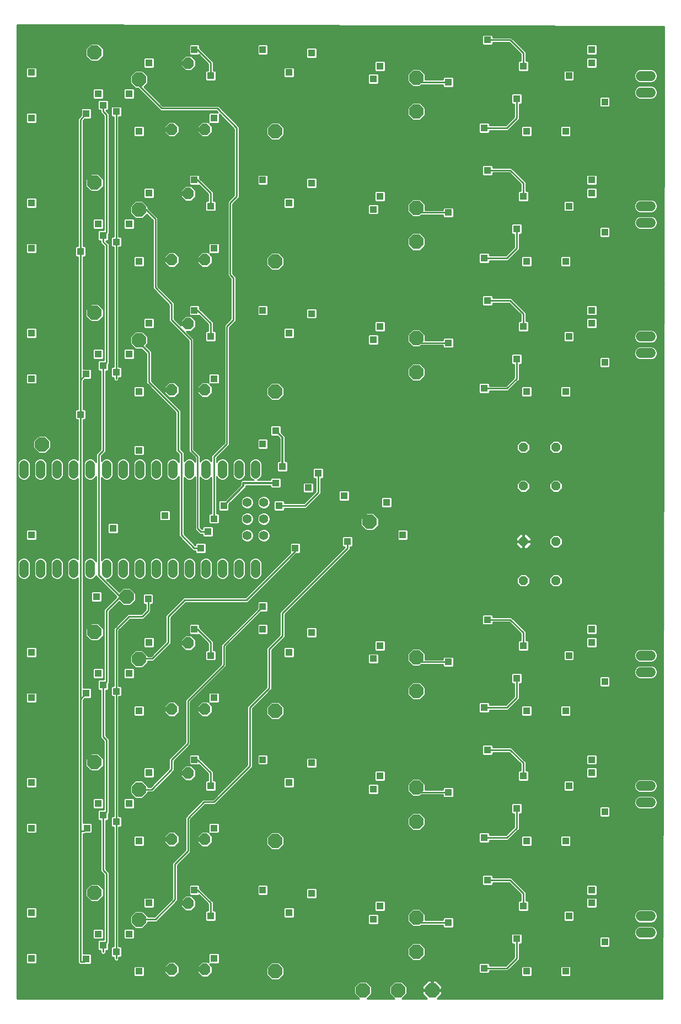
<source format=gbl>
G75*
%MOIN*%
%OFA0B0*%
%FSLAX25Y25*%
%IPPOS*%
%LPD*%
%AMOC8*
5,1,8,0,0,1.08239X$1,22.5*
%
%ADD10C,0.06000*%
%ADD11OC8,0.07000*%
%ADD12OC8,0.08500*%
%ADD13OC8,0.05600*%
%ADD14C,0.05550*%
%ADD15C,0.05550*%
%ADD16R,0.04362X0.04362*%
%ADD17C,0.01200*%
%ADD18C,0.01000*%
D10*
X0430783Y0164950D02*
X0436783Y0164950D01*
X0436783Y0174950D02*
X0430783Y0174950D01*
X0430783Y0243690D02*
X0436783Y0243690D01*
X0436783Y0253690D02*
X0430783Y0253690D01*
X0430783Y0322430D02*
X0436783Y0322430D01*
X0436783Y0332430D02*
X0430783Y0332430D01*
X0430783Y0515343D02*
X0436783Y0515343D01*
X0436783Y0525343D02*
X0430783Y0525343D01*
X0430783Y0594083D02*
X0436783Y0594083D01*
X0436783Y0604083D02*
X0430783Y0604083D01*
X0430783Y0672824D02*
X0436783Y0672824D01*
X0436783Y0682824D02*
X0430783Y0682824D01*
D11*
X0167287Y0650501D03*
X0147287Y0650501D03*
X0157287Y0611761D03*
X0147287Y0571761D03*
X0167287Y0571761D03*
X0157287Y0533020D03*
X0147287Y0493020D03*
X0167287Y0493020D03*
X0157287Y0340107D03*
X0147287Y0300107D03*
X0167287Y0300107D03*
X0157287Y0261367D03*
X0147287Y0221367D03*
X0167287Y0221367D03*
X0157287Y0182627D03*
X0147287Y0142627D03*
X0167287Y0142627D03*
X0157287Y0690501D03*
D12*
X0127366Y0680658D03*
X0100634Y0697036D03*
X0100634Y0618296D03*
X0127366Y0601918D03*
X0100634Y0539556D03*
X0127366Y0523178D03*
X0068862Y0460186D03*
X0120043Y0367981D03*
X0100634Y0346643D03*
X0127366Y0330265D03*
X0100634Y0267902D03*
X0127366Y0251524D03*
X0100634Y0189162D03*
X0127366Y0172784D03*
X0209807Y0141603D03*
X0209807Y0220343D03*
X0209807Y0299083D03*
X0266972Y0413257D03*
X0295004Y0331367D03*
X0295161Y0310894D03*
X0295004Y0252627D03*
X0295161Y0232154D03*
X0295004Y0173887D03*
X0295161Y0153414D03*
X0304689Y0130107D03*
X0284138Y0130107D03*
X0262917Y0130107D03*
X0209807Y0491997D03*
X0209807Y0570737D03*
X0209807Y0649477D03*
X0295161Y0661288D03*
X0295004Y0681761D03*
X0295004Y0603020D03*
X0295161Y0582548D03*
X0295004Y0524280D03*
X0295161Y0503808D03*
D13*
X0359810Y0458482D03*
X0359810Y0434882D03*
X0379410Y0434882D03*
X0379410Y0458482D03*
X0379410Y0401395D03*
X0379410Y0377795D03*
X0359810Y0377795D03*
X0359810Y0401395D03*
D14*
X0197917Y0387803D02*
X0197917Y0382254D01*
X0187917Y0382254D02*
X0187917Y0387803D01*
X0177917Y0387803D02*
X0177917Y0382254D01*
X0167917Y0382254D02*
X0167917Y0387803D01*
X0157917Y0387803D02*
X0157917Y0382254D01*
X0147917Y0382254D02*
X0147917Y0387803D01*
X0137917Y0387803D02*
X0137917Y0382254D01*
X0127917Y0382254D02*
X0127917Y0387803D01*
X0117917Y0387803D02*
X0117917Y0382254D01*
X0107917Y0382254D02*
X0107917Y0387803D01*
X0097917Y0387803D02*
X0097917Y0382254D01*
X0087917Y0382254D02*
X0087917Y0387803D01*
X0077917Y0387803D02*
X0077917Y0382254D01*
X0067917Y0382254D02*
X0067917Y0387803D01*
X0057917Y0387803D02*
X0057917Y0382254D01*
X0057917Y0442254D02*
X0057917Y0447803D01*
X0067917Y0447803D02*
X0067917Y0442254D01*
X0077917Y0442254D02*
X0077917Y0447803D01*
X0087917Y0447803D02*
X0087917Y0442254D01*
X0097917Y0442254D02*
X0097917Y0447803D01*
X0107917Y0447803D02*
X0107917Y0442254D01*
X0117917Y0442254D02*
X0117917Y0447803D01*
X0127917Y0447803D02*
X0127917Y0442254D01*
X0137917Y0442254D02*
X0137917Y0447803D01*
X0147917Y0447803D02*
X0147917Y0442254D01*
X0157917Y0442254D02*
X0157917Y0447803D01*
X0167917Y0447803D02*
X0167917Y0442254D01*
X0177917Y0442254D02*
X0177917Y0447803D01*
X0187917Y0447803D02*
X0187917Y0442254D01*
X0197917Y0442254D02*
X0197917Y0447803D01*
D15*
X0192917Y0425028D03*
X0192917Y0415028D03*
X0192917Y0405028D03*
X0202917Y0405028D03*
X0202917Y0415028D03*
X0202917Y0425028D03*
D16*
X0212130Y0423060D03*
X0210161Y0436839D03*
X0214098Y0446682D03*
X0202287Y0460461D03*
X0210161Y0468335D03*
X0229846Y0433887D03*
X0235752Y0442745D03*
X0251500Y0428965D03*
X0253469Y0401406D03*
X0277169Y0425107D03*
X0286933Y0405343D03*
X0273154Y0338414D03*
X0269217Y0330540D03*
X0231815Y0314792D03*
X0218035Y0334477D03*
X0231815Y0346288D03*
X0202287Y0348257D03*
X0202287Y0362036D03*
X0176697Y0348257D03*
X0170791Y0332509D03*
X0160949Y0348257D03*
X0133390Y0340383D03*
X0121579Y0321682D03*
X0113705Y0310855D03*
X0105831Y0314792D03*
X0102878Y0321682D03*
X0095594Y0309674D03*
X0062524Y0306918D03*
X0062524Y0334477D03*
X0101894Y0367942D03*
X0111736Y0409280D03*
X0132996Y0366761D03*
X0164886Y0397469D03*
X0169217Y0407312D03*
X0172760Y0415186D03*
X0178665Y0423060D03*
X0143232Y0417154D03*
X0127484Y0456524D03*
X0127484Y0491957D03*
X0113705Y0503769D03*
X0121579Y0514595D03*
X0105831Y0507706D03*
X0102878Y0514595D03*
X0095594Y0502587D03*
X0092051Y0478178D03*
X0062524Y0499831D03*
X0062524Y0527391D03*
X0092051Y0576603D03*
X0105831Y0586446D03*
X0102878Y0593335D03*
X0113705Y0582509D03*
X0121579Y0593335D03*
X0133390Y0612036D03*
X0160949Y0619910D03*
X0170791Y0604162D03*
X0176697Y0619910D03*
X0188508Y0590383D03*
X0172760Y0578572D03*
X0176697Y0541170D03*
X0170791Y0525422D03*
X0160949Y0541170D03*
X0133390Y0533296D03*
X0127484Y0570698D03*
X0127484Y0649438D03*
X0113705Y0661249D03*
X0121579Y0672076D03*
X0105831Y0665186D03*
X0102878Y0672076D03*
X0095594Y0660068D03*
X0062524Y0657312D03*
X0062524Y0684871D03*
X0062524Y0606131D03*
X0062524Y0578572D03*
X0133390Y0690776D03*
X0160949Y0698650D03*
X0170791Y0682902D03*
X0176697Y0698650D03*
X0188508Y0669123D03*
X0172760Y0657312D03*
X0202287Y0619910D03*
X0218035Y0606131D03*
X0231815Y0617942D03*
X0231815Y0586446D03*
X0202287Y0541170D03*
X0218035Y0527391D03*
X0231815Y0539202D03*
X0231815Y0507706D03*
X0269217Y0523454D03*
X0273154Y0531328D03*
X0314492Y0521485D03*
X0336146Y0493926D03*
X0355831Y0511643D03*
X0363705Y0525422D03*
X0359768Y0531328D03*
X0338114Y0547076D03*
X0336146Y0572666D03*
X0355831Y0590383D03*
X0363705Y0604162D03*
X0359768Y0610068D03*
X0338114Y0625816D03*
X0336146Y0651406D03*
X0355831Y0669123D03*
X0363705Y0682902D03*
X0359768Y0688808D03*
X0338114Y0704556D03*
X0314492Y0678965D03*
X0273154Y0688808D03*
X0269217Y0680934D03*
X0231815Y0696682D03*
X0218035Y0684871D03*
X0202287Y0698650D03*
X0231815Y0665186D03*
X0273154Y0610068D03*
X0269217Y0602194D03*
X0314492Y0600225D03*
X0361736Y0570698D03*
X0385358Y0570698D03*
X0385358Y0592351D03*
X0387327Y0604162D03*
X0401106Y0612036D03*
X0401106Y0619910D03*
X0408980Y0588414D03*
X0401106Y0541170D03*
X0401106Y0533296D03*
X0387327Y0525422D03*
X0385358Y0513611D03*
X0385358Y0491957D03*
X0361736Y0491957D03*
X0408980Y0509674D03*
X0385358Y0649438D03*
X0385358Y0671091D03*
X0387327Y0682902D03*
X0401106Y0690776D03*
X0401106Y0698650D03*
X0408980Y0667154D03*
X0361736Y0649438D03*
X0221972Y0397469D03*
X0188508Y0318729D03*
X0172760Y0306918D03*
X0176697Y0269517D03*
X0170791Y0253769D03*
X0160949Y0269517D03*
X0133390Y0261643D03*
X0121579Y0242942D03*
X0113705Y0232115D03*
X0105831Y0236052D03*
X0102878Y0242942D03*
X0095988Y0228178D03*
X0127484Y0220304D03*
X0133390Y0182902D03*
X0121579Y0164202D03*
X0113705Y0153375D03*
X0105831Y0157312D03*
X0102878Y0164202D03*
X0095594Y0149044D03*
X0127484Y0141564D03*
X0160949Y0190776D03*
X0170791Y0175028D03*
X0176697Y0190776D03*
X0188508Y0161249D03*
X0172760Y0149438D03*
X0202287Y0190776D03*
X0218035Y0176997D03*
X0231815Y0188808D03*
X0231815Y0157312D03*
X0269217Y0173060D03*
X0273154Y0180934D03*
X0231815Y0236052D03*
X0218035Y0255737D03*
X0231815Y0267548D03*
X0202287Y0269517D03*
X0188508Y0239989D03*
X0172760Y0228178D03*
X0127484Y0299044D03*
X0062524Y0255737D03*
X0062524Y0228178D03*
X0062524Y0176997D03*
X0062524Y0149438D03*
X0062524Y0405343D03*
X0172760Y0499831D03*
X0188508Y0511643D03*
X0314492Y0328572D03*
X0336146Y0301013D03*
X0338114Y0275422D03*
X0359768Y0259674D03*
X0363705Y0253769D03*
X0355831Y0239989D03*
X0361736Y0220304D03*
X0338114Y0196682D03*
X0336146Y0222272D03*
X0314492Y0249831D03*
X0273154Y0259674D03*
X0269217Y0251800D03*
X0314492Y0171091D03*
X0336146Y0143532D03*
X0355831Y0161249D03*
X0363705Y0175028D03*
X0359768Y0180934D03*
X0385358Y0163217D03*
X0387327Y0175028D03*
X0401106Y0182902D03*
X0401106Y0190776D03*
X0408980Y0159280D03*
X0385358Y0141564D03*
X0361736Y0141564D03*
X0385358Y0220304D03*
X0385358Y0241957D03*
X0387327Y0253769D03*
X0401106Y0261643D03*
X0401106Y0269517D03*
X0408980Y0238020D03*
X0385358Y0299044D03*
X0385358Y0320698D03*
X0387327Y0332509D03*
X0401106Y0340383D03*
X0401106Y0348257D03*
X0408980Y0316761D03*
X0363705Y0332509D03*
X0359768Y0338414D03*
X0355831Y0318729D03*
X0361736Y0299044D03*
X0338114Y0354162D03*
D17*
X0214098Y0446682D02*
X0214098Y0464398D01*
X0210161Y0468335D01*
X0210161Y0436839D02*
X0190476Y0436839D01*
X0190476Y0434871D01*
X0178665Y0423060D01*
D18*
X0053781Y0713610D02*
X0053781Y0124947D01*
X0260511Y0124947D01*
X0257567Y0127891D01*
X0257567Y0132323D01*
X0260701Y0135457D01*
X0265133Y0135457D01*
X0268267Y0132323D01*
X0268267Y0127891D01*
X0265323Y0124947D01*
X0281732Y0124947D01*
X0278788Y0127891D01*
X0278788Y0132323D01*
X0281922Y0135457D01*
X0286354Y0135457D01*
X0289488Y0132323D01*
X0289488Y0127891D01*
X0286544Y0124947D01*
X0301434Y0124947D01*
X0298739Y0127643D01*
X0298739Y0129607D01*
X0304189Y0129607D01*
X0304189Y0130607D01*
X0298739Y0130607D01*
X0298739Y0132572D01*
X0302224Y0136057D01*
X0304189Y0136057D01*
X0304189Y0130607D01*
X0305189Y0130607D01*
X0310639Y0130607D01*
X0310639Y0132572D01*
X0307154Y0136057D01*
X0305189Y0136057D01*
X0305189Y0130607D01*
X0305189Y0129607D01*
X0310639Y0129607D01*
X0310639Y0127643D01*
X0307944Y0124947D01*
X0443906Y0124947D01*
X0444965Y0712553D01*
X0053781Y0713610D01*
X0053781Y0712969D02*
X0291180Y0712969D01*
X0275790Y0692089D02*
X0270517Y0692089D01*
X0269872Y0691445D01*
X0269872Y0686171D01*
X0270517Y0685527D01*
X0275790Y0685527D01*
X0276435Y0686171D01*
X0276435Y0691445D01*
X0275790Y0692089D01*
X0275879Y0692000D02*
X0357042Y0692000D01*
X0357131Y0692089D02*
X0356487Y0691445D01*
X0356487Y0686171D01*
X0357131Y0685527D01*
X0362404Y0685527D01*
X0363049Y0686171D01*
X0363049Y0691445D01*
X0362404Y0692089D01*
X0361368Y0692089D01*
X0361368Y0697345D01*
X0360430Y0698282D01*
X0352556Y0706156D01*
X0341395Y0706156D01*
X0341395Y0707193D01*
X0340751Y0707837D01*
X0335477Y0707837D01*
X0334833Y0707193D01*
X0334833Y0701919D01*
X0335477Y0701275D01*
X0340751Y0701275D01*
X0341395Y0701919D01*
X0341395Y0702956D01*
X0351231Y0702956D01*
X0358168Y0696019D01*
X0358168Y0692089D01*
X0357131Y0692089D01*
X0356487Y0691002D02*
X0276435Y0691002D01*
X0276435Y0690003D02*
X0356487Y0690003D01*
X0356487Y0689005D02*
X0276435Y0689005D01*
X0276435Y0688006D02*
X0356487Y0688006D01*
X0356487Y0687008D02*
X0297323Y0687008D01*
X0297220Y0687111D02*
X0292788Y0687111D01*
X0289654Y0683977D01*
X0289654Y0679545D01*
X0292788Y0676411D01*
X0297220Y0676411D01*
X0298175Y0677365D01*
X0311211Y0677365D01*
X0311211Y0676329D01*
X0311855Y0675684D01*
X0317129Y0675684D01*
X0317773Y0676329D01*
X0317773Y0681602D01*
X0317129Y0682246D01*
X0311855Y0682246D01*
X0311211Y0681602D01*
X0311211Y0680565D01*
X0300354Y0680565D01*
X0300354Y0683977D01*
X0297220Y0687111D01*
X0298321Y0686009D02*
X0356649Y0686009D01*
X0359768Y0688808D02*
X0359768Y0696682D01*
X0351894Y0704556D01*
X0338114Y0704556D01*
X0334833Y0704981D02*
X0053781Y0704981D01*
X0053781Y0705979D02*
X0334833Y0705979D01*
X0334833Y0706978D02*
X0053781Y0706978D01*
X0053781Y0707976D02*
X0444957Y0707976D01*
X0444955Y0706978D02*
X0341395Y0706978D01*
X0341395Y0701985D02*
X0352202Y0701985D01*
X0353200Y0700987D02*
X0205568Y0700987D01*
X0205568Y0701287D02*
X0204924Y0701931D01*
X0199651Y0701931D01*
X0199006Y0701287D01*
X0199006Y0696014D01*
X0199651Y0695369D01*
X0204924Y0695369D01*
X0205568Y0696014D01*
X0205568Y0701287D01*
X0205568Y0699988D02*
X0354199Y0699988D01*
X0355197Y0698990D02*
X0235096Y0698990D01*
X0235096Y0699319D02*
X0234452Y0699963D01*
X0229178Y0699963D01*
X0228534Y0699319D01*
X0228534Y0694045D01*
X0229178Y0693401D01*
X0234452Y0693401D01*
X0235096Y0694045D01*
X0235096Y0699319D01*
X0235096Y0697991D02*
X0356196Y0697991D01*
X0357194Y0696993D02*
X0235096Y0696993D01*
X0235096Y0695994D02*
X0358168Y0695994D01*
X0358168Y0694996D02*
X0235096Y0694996D01*
X0235048Y0693997D02*
X0358168Y0693997D01*
X0358168Y0692999D02*
X0170832Y0692999D01*
X0171454Y0692376D02*
X0164230Y0699601D01*
X0164230Y0701287D01*
X0163586Y0701931D01*
X0158312Y0701931D01*
X0157668Y0701287D01*
X0157668Y0696014D01*
X0158312Y0695369D01*
X0163586Y0695369D01*
X0163761Y0695544D01*
X0169191Y0690114D01*
X0169191Y0686183D01*
X0168155Y0686183D01*
X0167510Y0685539D01*
X0167510Y0680266D01*
X0168155Y0679621D01*
X0173428Y0679621D01*
X0174072Y0680266D01*
X0174072Y0685539D01*
X0173428Y0686183D01*
X0172391Y0686183D01*
X0172391Y0691439D01*
X0171454Y0692376D01*
X0171454Y0692376D01*
X0171830Y0692000D02*
X0270428Y0692000D01*
X0269872Y0691002D02*
X0172391Y0691002D01*
X0172391Y0690003D02*
X0269872Y0690003D01*
X0269872Y0689005D02*
X0172391Y0689005D01*
X0172391Y0688006D02*
X0215253Y0688006D01*
X0215399Y0688152D02*
X0214754Y0687508D01*
X0214754Y0682234D01*
X0215399Y0681590D01*
X0220672Y0681590D01*
X0221317Y0682234D01*
X0221317Y0687508D01*
X0220672Y0688152D01*
X0215399Y0688152D01*
X0214754Y0687008D02*
X0172391Y0687008D01*
X0173602Y0686009D02*
X0214754Y0686009D01*
X0214754Y0685011D02*
X0174072Y0685011D01*
X0174072Y0684012D02*
X0214754Y0684012D01*
X0214754Y0683014D02*
X0174072Y0683014D01*
X0174072Y0682015D02*
X0214973Y0682015D01*
X0221097Y0682015D02*
X0265935Y0682015D01*
X0265935Y0681017D02*
X0174072Y0681017D01*
X0173825Y0680018D02*
X0265935Y0680018D01*
X0265935Y0679020D02*
X0132716Y0679020D01*
X0132716Y0678442D02*
X0132716Y0682874D01*
X0129582Y0686008D01*
X0125150Y0686008D01*
X0122016Y0682874D01*
X0122016Y0678442D01*
X0125150Y0675308D01*
X0126910Y0675308D01*
X0140601Y0661617D01*
X0174066Y0661617D01*
X0175090Y0660593D01*
X0170123Y0660593D01*
X0169479Y0659949D01*
X0169479Y0654815D01*
X0169193Y0655101D01*
X0165382Y0655101D01*
X0162687Y0652406D01*
X0162687Y0648595D01*
X0165382Y0645901D01*
X0169193Y0645901D01*
X0171887Y0648595D01*
X0171887Y0652406D01*
X0170263Y0654031D01*
X0175397Y0654031D01*
X0176041Y0654675D01*
X0176041Y0659642D01*
X0184939Y0650744D01*
X0184939Y0610730D01*
X0181002Y0606793D01*
X0181002Y0562161D01*
X0181940Y0561224D01*
X0182971Y0560192D01*
X0182971Y0535927D01*
X0179034Y0531990D01*
X0179034Y0461124D01*
X0171160Y0453250D01*
X0171160Y0450040D01*
X0170112Y0451088D01*
X0168688Y0451678D01*
X0167147Y0451678D01*
X0165722Y0451088D01*
X0164632Y0449998D01*
X0164517Y0449720D01*
X0164517Y0453250D01*
X0160580Y0457187D01*
X0160580Y0524116D01*
X0156276Y0528420D01*
X0159193Y0528420D01*
X0161887Y0531115D01*
X0161887Y0534926D01*
X0159193Y0537620D01*
X0155382Y0537620D01*
X0152687Y0534926D01*
X0152687Y0532009D01*
X0148769Y0535927D01*
X0148769Y0545770D01*
X0138927Y0555612D01*
X0138927Y0596951D01*
X0133297Y0602581D01*
X0132716Y0603162D01*
X0132716Y0604134D01*
X0129582Y0607268D01*
X0125150Y0607268D01*
X0122016Y0604134D01*
X0122016Y0599702D01*
X0125150Y0596568D01*
X0129582Y0596568D01*
X0132183Y0599169D01*
X0135727Y0595625D01*
X0135727Y0554287D01*
X0136664Y0553350D01*
X0145569Y0544444D01*
X0145569Y0534602D01*
X0146507Y0533665D01*
X0157380Y0522791D01*
X0157380Y0455862D01*
X0158318Y0454924D01*
X0161317Y0451925D01*
X0161317Y0449720D01*
X0161202Y0449998D01*
X0160112Y0451088D01*
X0158688Y0451678D01*
X0157147Y0451678D01*
X0155722Y0451088D01*
X0154675Y0450040D01*
X0154675Y0455219D01*
X0152706Y0457187D01*
X0152706Y0480809D01*
X0134990Y0498526D01*
X0134990Y0516242D01*
X0131493Y0519739D01*
X0132716Y0520962D01*
X0132716Y0525394D01*
X0129582Y0528528D01*
X0125150Y0528528D01*
X0122016Y0525394D01*
X0122016Y0520962D01*
X0125150Y0517828D01*
X0128879Y0517828D01*
X0131790Y0514917D01*
X0131790Y0497200D01*
X0132727Y0496263D01*
X0149506Y0479484D01*
X0149506Y0455862D01*
X0150444Y0454924D01*
X0151475Y0453893D01*
X0151475Y0449340D01*
X0151202Y0449998D01*
X0150112Y0451088D01*
X0148688Y0451678D01*
X0147147Y0451678D01*
X0145722Y0451088D01*
X0144632Y0449998D01*
X0144043Y0448574D01*
X0144043Y0441483D01*
X0144632Y0440059D01*
X0145722Y0438969D01*
X0147147Y0438379D01*
X0148688Y0438379D01*
X0150112Y0438969D01*
X0151202Y0440059D01*
X0151475Y0440717D01*
X0151475Y0404681D01*
X0152412Y0403743D01*
X0160286Y0395869D01*
X0161605Y0395869D01*
X0161605Y0394833D01*
X0162249Y0394188D01*
X0167523Y0394188D01*
X0168167Y0394833D01*
X0168167Y0400106D01*
X0167523Y0400750D01*
X0162249Y0400750D01*
X0161605Y0400106D01*
X0161605Y0399076D01*
X0154675Y0406006D01*
X0154675Y0440016D01*
X0155722Y0438969D01*
X0157147Y0438379D01*
X0158688Y0438379D01*
X0160112Y0438969D01*
X0161202Y0440059D01*
X0161317Y0440337D01*
X0161317Y0408618D01*
X0162255Y0407680D01*
X0164223Y0405712D01*
X0165935Y0405712D01*
X0165935Y0404675D01*
X0166580Y0404031D01*
X0171853Y0404031D01*
X0172498Y0404675D01*
X0172498Y0409949D01*
X0171853Y0410593D01*
X0166580Y0410593D01*
X0165935Y0409949D01*
X0165935Y0408912D01*
X0165549Y0408912D01*
X0164517Y0409943D01*
X0164517Y0440337D01*
X0164632Y0440059D01*
X0165722Y0438969D01*
X0167147Y0438379D01*
X0168688Y0438379D01*
X0170112Y0438969D01*
X0171160Y0440016D01*
X0171160Y0418467D01*
X0170123Y0418467D01*
X0169479Y0417823D01*
X0169479Y0412549D01*
X0170123Y0411905D01*
X0175397Y0411905D01*
X0176041Y0412549D01*
X0176041Y0417823D01*
X0175397Y0418467D01*
X0174360Y0418467D01*
X0174360Y0440717D01*
X0174632Y0440059D01*
X0175722Y0438969D01*
X0177147Y0438379D01*
X0178688Y0438379D01*
X0180112Y0438969D01*
X0181202Y0440059D01*
X0181792Y0441483D01*
X0181792Y0448574D01*
X0181202Y0449998D01*
X0180112Y0451088D01*
X0178688Y0451678D01*
X0177147Y0451678D01*
X0175722Y0451088D01*
X0174632Y0449998D01*
X0174360Y0449340D01*
X0174360Y0451925D01*
X0181297Y0458861D01*
X0182234Y0459799D01*
X0182234Y0530665D01*
X0185234Y0533665D01*
X0186171Y0534602D01*
X0186171Y0561518D01*
X0184202Y0563486D01*
X0184202Y0605468D01*
X0188139Y0609405D01*
X0188139Y0652069D01*
X0176328Y0663880D01*
X0175391Y0664817D01*
X0141927Y0664817D01*
X0130509Y0676235D01*
X0132716Y0678442D01*
X0132295Y0678021D02*
X0266212Y0678021D01*
X0265935Y0678297D02*
X0266580Y0677653D01*
X0271853Y0677653D01*
X0272498Y0678297D01*
X0272498Y0683571D01*
X0271853Y0684215D01*
X0266580Y0684215D01*
X0265935Y0683571D01*
X0265935Y0678297D01*
X0265935Y0683014D02*
X0221317Y0683014D01*
X0221317Y0684012D02*
X0266377Y0684012D01*
X0270034Y0686009D02*
X0221317Y0686009D01*
X0221317Y0685011D02*
X0290688Y0685011D01*
X0291686Y0686009D02*
X0276273Y0686009D01*
X0276435Y0687008D02*
X0292685Y0687008D01*
X0289689Y0684012D02*
X0272056Y0684012D01*
X0272498Y0683014D02*
X0289654Y0683014D01*
X0289654Y0682015D02*
X0272498Y0682015D01*
X0272498Y0681017D02*
X0289654Y0681017D01*
X0289654Y0680018D02*
X0272498Y0680018D01*
X0272498Y0679020D02*
X0290179Y0679020D01*
X0291177Y0678021D02*
X0272222Y0678021D01*
X0269872Y0687008D02*
X0221317Y0687008D01*
X0220818Y0688006D02*
X0269872Y0688006D01*
X0292176Y0677023D02*
X0131296Y0677023D01*
X0130720Y0676024D02*
X0311516Y0676024D01*
X0311211Y0677023D02*
X0297832Y0677023D01*
X0297799Y0678965D02*
X0314492Y0678965D01*
X0317773Y0679020D02*
X0429254Y0679020D01*
X0429968Y0678724D02*
X0437599Y0678724D01*
X0439106Y0679348D01*
X0440259Y0680501D01*
X0440883Y0682008D01*
X0440883Y0683639D01*
X0440259Y0685146D01*
X0439106Y0686299D01*
X0437599Y0686924D01*
X0429968Y0686924D01*
X0428461Y0686299D01*
X0427308Y0685146D01*
X0426683Y0683639D01*
X0426683Y0682008D01*
X0427308Y0680501D01*
X0428461Y0679348D01*
X0429968Y0678724D01*
X0429968Y0676924D02*
X0428461Y0676299D01*
X0427308Y0675146D01*
X0426683Y0673639D01*
X0426683Y0672008D01*
X0427308Y0670501D01*
X0428461Y0669348D01*
X0429968Y0668724D01*
X0437599Y0668724D01*
X0439106Y0669348D01*
X0440259Y0670501D01*
X0440883Y0672008D01*
X0440883Y0673639D01*
X0440259Y0675146D01*
X0439106Y0676299D01*
X0437599Y0676924D01*
X0429968Y0676924D01*
X0428186Y0676024D02*
X0317469Y0676024D01*
X0317773Y0677023D02*
X0444901Y0677023D01*
X0444903Y0678021D02*
X0317773Y0678021D01*
X0317773Y0680018D02*
X0384293Y0680018D01*
X0384046Y0680266D02*
X0384690Y0679621D01*
X0389964Y0679621D01*
X0390608Y0680266D01*
X0390608Y0685539D01*
X0389964Y0686183D01*
X0384690Y0686183D01*
X0384046Y0685539D01*
X0384046Y0680266D01*
X0384046Y0681017D02*
X0317773Y0681017D01*
X0317360Y0682015D02*
X0384046Y0682015D01*
X0384046Y0683014D02*
X0300354Y0683014D01*
X0300318Y0684012D02*
X0384046Y0684012D01*
X0384046Y0685011D02*
X0299320Y0685011D01*
X0300354Y0682015D02*
X0311624Y0682015D01*
X0311211Y0681017D02*
X0300354Y0681017D01*
X0297799Y0678965D02*
X0295004Y0681761D01*
X0292945Y0666638D02*
X0289811Y0663504D01*
X0289811Y0659072D01*
X0292945Y0655938D01*
X0297377Y0655938D01*
X0300511Y0659072D01*
X0300511Y0663504D01*
X0297377Y0666638D01*
X0292945Y0666638D01*
X0292346Y0666039D02*
X0140705Y0666039D01*
X0139706Y0667037D02*
X0352550Y0667037D01*
X0352550Y0666486D02*
X0353194Y0665842D01*
X0354231Y0665842D01*
X0354231Y0657975D01*
X0349262Y0653006D01*
X0339427Y0653006D01*
X0339427Y0654043D01*
X0338782Y0654687D01*
X0333509Y0654687D01*
X0332865Y0654043D01*
X0332865Y0648770D01*
X0333509Y0648125D01*
X0338782Y0648125D01*
X0339427Y0648770D01*
X0339427Y0649806D01*
X0350588Y0649806D01*
X0356493Y0655712D01*
X0357431Y0656649D01*
X0357431Y0665842D01*
X0358467Y0665842D01*
X0359112Y0666486D01*
X0359112Y0671760D01*
X0358467Y0672404D01*
X0353194Y0672404D01*
X0352550Y0671760D01*
X0352550Y0666486D01*
X0352997Y0666039D02*
X0297977Y0666039D01*
X0298975Y0665040D02*
X0354231Y0665040D01*
X0354231Y0664042D02*
X0299974Y0664042D01*
X0300511Y0663043D02*
X0354231Y0663043D01*
X0354231Y0662045D02*
X0300511Y0662045D01*
X0300511Y0661046D02*
X0354231Y0661046D01*
X0354231Y0660048D02*
X0300511Y0660048D01*
X0300489Y0659049D02*
X0354231Y0659049D01*
X0354231Y0658051D02*
X0299490Y0658051D01*
X0298492Y0657052D02*
X0353308Y0657052D01*
X0352310Y0656054D02*
X0297493Y0656054D01*
X0292830Y0656054D02*
X0184155Y0656054D01*
X0185153Y0655055D02*
X0351311Y0655055D01*
X0350313Y0654057D02*
X0339413Y0654057D01*
X0339427Y0653058D02*
X0349314Y0653058D01*
X0349925Y0651406D02*
X0355831Y0657312D01*
X0355831Y0669123D01*
X0359112Y0669034D02*
X0405699Y0669034D01*
X0405699Y0669791D02*
X0405699Y0664518D01*
X0406344Y0663873D01*
X0411617Y0663873D01*
X0412261Y0664518D01*
X0412261Y0669791D01*
X0411617Y0670435D01*
X0406344Y0670435D01*
X0405699Y0669791D01*
X0405941Y0670033D02*
X0359112Y0670033D01*
X0359112Y0671031D02*
X0427088Y0671031D01*
X0426683Y0672030D02*
X0358841Y0672030D01*
X0359112Y0668036D02*
X0405699Y0668036D01*
X0405699Y0667037D02*
X0359112Y0667037D01*
X0358665Y0666039D02*
X0405699Y0666039D01*
X0405699Y0665040D02*
X0357431Y0665040D01*
X0357431Y0664042D02*
X0406175Y0664042D01*
X0411786Y0664042D02*
X0444878Y0664042D01*
X0444879Y0665040D02*
X0412261Y0665040D01*
X0412261Y0666039D02*
X0444881Y0666039D01*
X0444883Y0667037D02*
X0412261Y0667037D01*
X0412261Y0668036D02*
X0444885Y0668036D01*
X0444887Y0669034D02*
X0438349Y0669034D01*
X0439791Y0670033D02*
X0444888Y0670033D01*
X0444890Y0671031D02*
X0440479Y0671031D01*
X0440883Y0672030D02*
X0444892Y0672030D01*
X0444894Y0673028D02*
X0440883Y0673028D01*
X0440723Y0674027D02*
X0444896Y0674027D01*
X0444897Y0675025D02*
X0440309Y0675025D01*
X0439381Y0676024D02*
X0444899Y0676024D01*
X0444905Y0679020D02*
X0438313Y0679020D01*
X0439776Y0680018D02*
X0444906Y0680018D01*
X0444908Y0681017D02*
X0440473Y0681017D01*
X0440883Y0682015D02*
X0444910Y0682015D01*
X0444912Y0683014D02*
X0440883Y0683014D01*
X0440729Y0684012D02*
X0444914Y0684012D01*
X0444915Y0685011D02*
X0440315Y0685011D01*
X0439396Y0686009D02*
X0444917Y0686009D01*
X0444919Y0687008D02*
X0363049Y0687008D01*
X0363049Y0688006D02*
X0397959Y0688006D01*
X0397825Y0688140D02*
X0398470Y0687495D01*
X0403743Y0687495D01*
X0404387Y0688140D01*
X0404387Y0693413D01*
X0403743Y0694057D01*
X0398470Y0694057D01*
X0397825Y0693413D01*
X0397825Y0688140D01*
X0397825Y0689005D02*
X0363049Y0689005D01*
X0363049Y0690003D02*
X0397825Y0690003D01*
X0397825Y0691002D02*
X0363049Y0691002D01*
X0362493Y0692000D02*
X0397825Y0692000D01*
X0397825Y0692999D02*
X0361368Y0692999D01*
X0361368Y0693997D02*
X0398409Y0693997D01*
X0398470Y0695369D02*
X0403743Y0695369D01*
X0404387Y0696014D01*
X0404387Y0701287D01*
X0403743Y0701931D01*
X0398470Y0701931D01*
X0397825Y0701287D01*
X0397825Y0696014D01*
X0398470Y0695369D01*
X0397845Y0695994D02*
X0361368Y0695994D01*
X0361368Y0694996D02*
X0444933Y0694996D01*
X0444935Y0695994D02*
X0404368Y0695994D01*
X0404387Y0696993D02*
X0444937Y0696993D01*
X0444939Y0697991D02*
X0404387Y0697991D01*
X0404387Y0698990D02*
X0444941Y0698990D01*
X0444942Y0699988D02*
X0404387Y0699988D01*
X0404387Y0700987D02*
X0444944Y0700987D01*
X0444946Y0701985D02*
X0356727Y0701985D01*
X0357726Y0700987D02*
X0397825Y0700987D01*
X0397825Y0699988D02*
X0358724Y0699988D01*
X0359723Y0698990D02*
X0397825Y0698990D01*
X0397825Y0697991D02*
X0360721Y0697991D01*
X0361368Y0696993D02*
X0397825Y0696993D01*
X0403803Y0693997D02*
X0444932Y0693997D01*
X0444930Y0692999D02*
X0404387Y0692999D01*
X0404387Y0692000D02*
X0444928Y0692000D01*
X0444926Y0691002D02*
X0404387Y0691002D01*
X0404387Y0690003D02*
X0444924Y0690003D01*
X0444923Y0689005D02*
X0404387Y0689005D01*
X0404254Y0688006D02*
X0444921Y0688006D01*
X0444948Y0702984D02*
X0355729Y0702984D01*
X0354730Y0703982D02*
X0444950Y0703982D01*
X0444951Y0704981D02*
X0353731Y0704981D01*
X0352733Y0705979D02*
X0444953Y0705979D01*
X0444959Y0708975D02*
X0053781Y0708975D01*
X0053781Y0709973D02*
X0444960Y0709973D01*
X0444962Y0710972D02*
X0053781Y0710972D01*
X0053781Y0711970D02*
X0444964Y0711970D01*
X0428171Y0686009D02*
X0390138Y0686009D01*
X0390608Y0685011D02*
X0427252Y0685011D01*
X0426838Y0684012D02*
X0390608Y0684012D01*
X0390608Y0683014D02*
X0426683Y0683014D01*
X0426683Y0682015D02*
X0390608Y0682015D01*
X0390608Y0681017D02*
X0427094Y0681017D01*
X0427791Y0680018D02*
X0390360Y0680018D01*
X0384516Y0686009D02*
X0362887Y0686009D01*
X0363705Y0682902D02*
X0361736Y0682902D01*
X0352820Y0672030D02*
X0134714Y0672030D01*
X0135712Y0671031D02*
X0352550Y0671031D01*
X0352550Y0670033D02*
X0136711Y0670033D01*
X0137709Y0669034D02*
X0352550Y0669034D01*
X0352550Y0668036D02*
X0138708Y0668036D01*
X0136179Y0666039D02*
X0109112Y0666039D01*
X0109112Y0667037D02*
X0135181Y0667037D01*
X0134182Y0668036D02*
X0108898Y0668036D01*
X0109112Y0667823D02*
X0108467Y0668467D01*
X0103194Y0668467D01*
X0102550Y0667823D01*
X0102550Y0662549D01*
X0103194Y0661905D01*
X0104231Y0661905D01*
X0104231Y0660586D01*
X0106199Y0658618D01*
X0106199Y0589727D01*
X0103194Y0589727D01*
X0102550Y0589082D01*
X0102550Y0583809D01*
X0103194Y0583165D01*
X0104231Y0583165D01*
X0104231Y0581846D01*
X0106199Y0579877D01*
X0106199Y0510987D01*
X0103194Y0510987D01*
X0102550Y0510342D01*
X0102550Y0505069D01*
X0103194Y0504424D01*
X0104231Y0504424D01*
X0104231Y0457187D01*
X0102412Y0455368D01*
X0101475Y0454431D01*
X0101475Y0449340D01*
X0101202Y0449998D01*
X0100112Y0451088D01*
X0098688Y0451678D01*
X0097147Y0451678D01*
X0095722Y0451088D01*
X0094632Y0449998D01*
X0094043Y0448574D01*
X0094043Y0441483D01*
X0094632Y0440059D01*
X0095722Y0438969D01*
X0097147Y0438379D01*
X0098688Y0438379D01*
X0100112Y0438969D01*
X0101202Y0440059D01*
X0101475Y0440717D01*
X0101475Y0389340D01*
X0101202Y0389998D01*
X0100112Y0391088D01*
X0098688Y0391678D01*
X0097147Y0391678D01*
X0095722Y0391088D01*
X0094632Y0389998D01*
X0094043Y0388574D01*
X0094043Y0381483D01*
X0094632Y0380059D01*
X0095722Y0378969D01*
X0097147Y0378379D01*
X0098688Y0378379D01*
X0100112Y0378969D01*
X0101202Y0380059D01*
X0101475Y0380717D01*
X0101475Y0380271D01*
X0113765Y0367981D01*
X0107136Y0361353D01*
X0106199Y0360415D01*
X0106199Y0318073D01*
X0103194Y0318073D01*
X0102550Y0317429D01*
X0102550Y0312155D01*
X0103194Y0311511D01*
X0104231Y0311511D01*
X0104231Y0282633D01*
X0105168Y0281696D01*
X0106199Y0280665D01*
X0106199Y0239333D01*
X0103194Y0239333D01*
X0102550Y0238689D01*
X0102550Y0233415D01*
X0103194Y0232771D01*
X0104231Y0232771D01*
X0104231Y0201925D01*
X0106199Y0199956D01*
X0106199Y0160593D01*
X0103194Y0160593D01*
X0102550Y0159949D01*
X0102550Y0154675D01*
X0103194Y0154031D01*
X0104231Y0154031D01*
X0104231Y0152712D01*
X0105168Y0151775D01*
X0106493Y0151775D01*
X0107431Y0152712D01*
X0107431Y0154031D01*
X0108467Y0154031D01*
X0109112Y0154675D01*
X0109112Y0158330D01*
X0109399Y0158618D01*
X0109399Y0201282D01*
X0108462Y0202219D01*
X0107431Y0203250D01*
X0107431Y0232771D01*
X0108467Y0232771D01*
X0109112Y0233415D01*
X0109112Y0237070D01*
X0109399Y0237358D01*
X0109399Y0281990D01*
X0108462Y0282928D01*
X0107431Y0283959D01*
X0107431Y0311511D01*
X0108467Y0311511D01*
X0109112Y0312155D01*
X0109112Y0315810D01*
X0109399Y0316098D01*
X0109399Y0359090D01*
X0115384Y0365075D01*
X0117827Y0362631D01*
X0122259Y0362631D01*
X0125393Y0365765D01*
X0125393Y0370197D01*
X0122259Y0373331D01*
X0117827Y0373331D01*
X0115384Y0370888D01*
X0107893Y0378379D01*
X0108688Y0378379D01*
X0110112Y0378969D01*
X0111202Y0380059D01*
X0111792Y0381483D01*
X0111792Y0388574D01*
X0111202Y0389998D01*
X0110112Y0391088D01*
X0108688Y0391678D01*
X0107147Y0391678D01*
X0105722Y0391088D01*
X0104675Y0390040D01*
X0104675Y0440016D01*
X0105722Y0438969D01*
X0107147Y0438379D01*
X0108688Y0438379D01*
X0110112Y0438969D01*
X0111202Y0440059D01*
X0111792Y0441483D01*
X0111792Y0448574D01*
X0111202Y0449998D01*
X0110112Y0451088D01*
X0108688Y0451678D01*
X0107147Y0451678D01*
X0105722Y0451088D01*
X0104675Y0450040D01*
X0104675Y0453106D01*
X0107431Y0455862D01*
X0107431Y0504424D01*
X0108467Y0504424D01*
X0109112Y0505069D01*
X0109112Y0508724D01*
X0109399Y0509011D01*
X0109399Y0581203D01*
X0108462Y0582140D01*
X0107438Y0583165D01*
X0108467Y0583165D01*
X0109112Y0583809D01*
X0109112Y0587464D01*
X0109399Y0587751D01*
X0109399Y0659943D01*
X0108462Y0660880D01*
X0107438Y0661905D01*
X0108467Y0661905D01*
X0109112Y0662549D01*
X0109112Y0667823D01*
X0109112Y0665040D02*
X0137178Y0665040D01*
X0138176Y0664042D02*
X0116830Y0664042D01*
X0116986Y0663886D02*
X0116341Y0664530D01*
X0111068Y0664530D01*
X0110424Y0663886D01*
X0110424Y0658612D01*
X0111068Y0657968D01*
X0112105Y0657968D01*
X0112105Y0585790D01*
X0111068Y0585790D01*
X0110424Y0585145D01*
X0110424Y0579872D01*
X0111068Y0579228D01*
X0112105Y0579228D01*
X0112105Y0507050D01*
X0111068Y0507050D01*
X0110424Y0506405D01*
X0110424Y0501132D01*
X0111068Y0500487D01*
X0112105Y0500487D01*
X0112105Y0499169D01*
X0113042Y0498231D01*
X0114367Y0498231D01*
X0115305Y0499169D01*
X0115305Y0500487D01*
X0116341Y0500487D01*
X0116986Y0501132D01*
X0116986Y0506405D01*
X0116341Y0507050D01*
X0115305Y0507050D01*
X0115305Y0579228D01*
X0116341Y0579228D01*
X0116986Y0579872D01*
X0116986Y0585145D01*
X0116341Y0585790D01*
X0115305Y0585790D01*
X0115305Y0657968D01*
X0116341Y0657968D01*
X0116986Y0658612D01*
X0116986Y0663886D01*
X0116986Y0663043D02*
X0139175Y0663043D01*
X0140174Y0662045D02*
X0116986Y0662045D01*
X0116986Y0661046D02*
X0174637Y0661046D01*
X0174728Y0663217D02*
X0141264Y0663217D01*
X0127366Y0677115D01*
X0127366Y0680658D01*
X0123436Y0677023D02*
X0053781Y0677023D01*
X0053781Y0678021D02*
X0122437Y0678021D01*
X0122016Y0679020D02*
X0053781Y0679020D01*
X0053781Y0680018D02*
X0122016Y0680018D01*
X0122016Y0681017D02*
X0053781Y0681017D01*
X0053781Y0682015D02*
X0059462Y0682015D01*
X0059243Y0682234D02*
X0059887Y0681590D01*
X0065160Y0681590D01*
X0065805Y0682234D01*
X0065805Y0687508D01*
X0065160Y0688152D01*
X0059887Y0688152D01*
X0059243Y0687508D01*
X0059243Y0682234D01*
X0059243Y0683014D02*
X0053781Y0683014D01*
X0053781Y0684012D02*
X0059243Y0684012D01*
X0059243Y0685011D02*
X0053781Y0685011D01*
X0053781Y0686009D02*
X0059243Y0686009D01*
X0059243Y0687008D02*
X0053781Y0687008D01*
X0053781Y0688006D02*
X0059741Y0688006D01*
X0065306Y0688006D02*
X0130242Y0688006D01*
X0130109Y0688140D02*
X0130753Y0687495D01*
X0136027Y0687495D01*
X0136671Y0688140D01*
X0136671Y0693413D01*
X0136027Y0694057D01*
X0130753Y0694057D01*
X0130109Y0693413D01*
X0130109Y0688140D01*
X0130109Y0689005D02*
X0053781Y0689005D01*
X0053781Y0690003D02*
X0130109Y0690003D01*
X0130109Y0691002D02*
X0053781Y0691002D01*
X0053781Y0692000D02*
X0098104Y0692000D01*
X0098418Y0691686D02*
X0102850Y0691686D01*
X0105984Y0694820D01*
X0105984Y0699252D01*
X0102850Y0702386D01*
X0098418Y0702386D01*
X0095284Y0699252D01*
X0095284Y0694820D01*
X0098418Y0691686D01*
X0097105Y0692999D02*
X0053781Y0692999D01*
X0053781Y0693997D02*
X0096107Y0693997D01*
X0095284Y0694996D02*
X0053781Y0694996D01*
X0053781Y0695994D02*
X0095284Y0695994D01*
X0095284Y0696993D02*
X0053781Y0696993D01*
X0053781Y0697991D02*
X0095284Y0697991D01*
X0095284Y0698990D02*
X0053781Y0698990D01*
X0053781Y0699988D02*
X0096020Y0699988D01*
X0097018Y0700987D02*
X0053781Y0700987D01*
X0053781Y0701985D02*
X0098017Y0701985D01*
X0103251Y0701985D02*
X0334833Y0701985D01*
X0334833Y0702984D02*
X0053781Y0702984D01*
X0053781Y0703982D02*
X0334833Y0703982D01*
X0357431Y0663043D02*
X0444876Y0663043D01*
X0444874Y0662045D02*
X0357431Y0662045D01*
X0357431Y0661046D02*
X0444872Y0661046D01*
X0444870Y0660048D02*
X0357431Y0660048D01*
X0357431Y0659049D02*
X0444869Y0659049D01*
X0444867Y0658051D02*
X0357431Y0658051D01*
X0357431Y0657052D02*
X0444865Y0657052D01*
X0444863Y0656054D02*
X0356835Y0656054D01*
X0355837Y0655055D02*
X0444861Y0655055D01*
X0444860Y0654057D02*
X0354838Y0654057D01*
X0353840Y0653058D02*
X0444858Y0653058D01*
X0444856Y0652060D02*
X0388639Y0652060D01*
X0388639Y0652075D02*
X0387995Y0652719D01*
X0382722Y0652719D01*
X0382077Y0652075D01*
X0382077Y0646801D01*
X0382722Y0646157D01*
X0387995Y0646157D01*
X0388639Y0646801D01*
X0388639Y0652075D01*
X0388639Y0651061D02*
X0444854Y0651061D01*
X0444852Y0650063D02*
X0388639Y0650063D01*
X0388639Y0649064D02*
X0444851Y0649064D01*
X0444849Y0648066D02*
X0388639Y0648066D01*
X0388639Y0647067D02*
X0444847Y0647067D01*
X0444845Y0646069D02*
X0213965Y0646069D01*
X0214963Y0647067D02*
X0358455Y0647067D01*
X0358455Y0646801D02*
X0359099Y0646157D01*
X0364373Y0646157D01*
X0365017Y0646801D01*
X0365017Y0652075D01*
X0364373Y0652719D01*
X0359099Y0652719D01*
X0358455Y0652075D01*
X0358455Y0646801D01*
X0358455Y0648066D02*
X0215157Y0648066D01*
X0215157Y0647261D02*
X0212023Y0644127D01*
X0207591Y0644127D01*
X0204457Y0647261D01*
X0204457Y0651693D01*
X0207591Y0654827D01*
X0212023Y0654827D01*
X0215157Y0651693D01*
X0215157Y0647261D01*
X0215157Y0649064D02*
X0332865Y0649064D01*
X0332865Y0650063D02*
X0215157Y0650063D01*
X0215157Y0651061D02*
X0332865Y0651061D01*
X0332865Y0652060D02*
X0214791Y0652060D01*
X0213792Y0653058D02*
X0332865Y0653058D01*
X0332878Y0654057D02*
X0212794Y0654057D01*
X0206821Y0654057D02*
X0186152Y0654057D01*
X0187150Y0653058D02*
X0205822Y0653058D01*
X0204824Y0652060D02*
X0188139Y0652060D01*
X0188139Y0651061D02*
X0204457Y0651061D01*
X0204457Y0650063D02*
X0188139Y0650063D01*
X0188139Y0649064D02*
X0204457Y0649064D01*
X0204457Y0648066D02*
X0188139Y0648066D01*
X0188139Y0647067D02*
X0204651Y0647067D01*
X0205650Y0646069D02*
X0188139Y0646069D01*
X0188139Y0645070D02*
X0206648Y0645070D01*
X0212966Y0645070D02*
X0444843Y0645070D01*
X0444842Y0644072D02*
X0188139Y0644072D01*
X0188139Y0643073D02*
X0444840Y0643073D01*
X0444838Y0642075D02*
X0188139Y0642075D01*
X0188139Y0641076D02*
X0444836Y0641076D01*
X0444834Y0640078D02*
X0188139Y0640078D01*
X0188139Y0639079D02*
X0444833Y0639079D01*
X0444831Y0638081D02*
X0188139Y0638081D01*
X0188139Y0637082D02*
X0444829Y0637082D01*
X0444827Y0636084D02*
X0188139Y0636084D01*
X0188139Y0635085D02*
X0444825Y0635085D01*
X0444824Y0634087D02*
X0188139Y0634087D01*
X0188139Y0633088D02*
X0444822Y0633088D01*
X0444820Y0632090D02*
X0188139Y0632090D01*
X0188139Y0631091D02*
X0444818Y0631091D01*
X0444816Y0630092D02*
X0188139Y0630092D01*
X0188139Y0629094D02*
X0335475Y0629094D01*
X0335477Y0629097D02*
X0334833Y0628452D01*
X0334833Y0623179D01*
X0335477Y0622535D01*
X0340751Y0622535D01*
X0341395Y0623179D01*
X0341395Y0624216D01*
X0351231Y0624216D01*
X0358168Y0617279D01*
X0358168Y0613349D01*
X0357131Y0613349D01*
X0356487Y0612704D01*
X0356487Y0607431D01*
X0357131Y0606787D01*
X0362404Y0606787D01*
X0363049Y0607431D01*
X0363049Y0612704D01*
X0362404Y0613349D01*
X0361368Y0613349D01*
X0361368Y0618604D01*
X0360430Y0619542D01*
X0352556Y0627416D01*
X0341395Y0627416D01*
X0341395Y0628452D01*
X0340751Y0629097D01*
X0335477Y0629097D01*
X0334833Y0628095D02*
X0188139Y0628095D01*
X0188139Y0627097D02*
X0334833Y0627097D01*
X0334833Y0626098D02*
X0188139Y0626098D01*
X0188139Y0625100D02*
X0334833Y0625100D01*
X0334833Y0624101D02*
X0188139Y0624101D01*
X0188139Y0623103D02*
X0199562Y0623103D01*
X0199651Y0623191D02*
X0199006Y0622547D01*
X0199006Y0617273D01*
X0199651Y0616629D01*
X0204924Y0616629D01*
X0205568Y0617273D01*
X0205568Y0622547D01*
X0204924Y0623191D01*
X0199651Y0623191D01*
X0199006Y0622104D02*
X0188139Y0622104D01*
X0188139Y0621106D02*
X0199006Y0621106D01*
X0199006Y0620107D02*
X0188139Y0620107D01*
X0188139Y0619109D02*
X0199006Y0619109D01*
X0199006Y0618110D02*
X0188139Y0618110D01*
X0188139Y0617112D02*
X0199168Y0617112D01*
X0205407Y0617112D02*
X0228534Y0617112D01*
X0228534Y0618110D02*
X0205568Y0618110D01*
X0205568Y0619109D02*
X0228534Y0619109D01*
X0228534Y0620107D02*
X0205568Y0620107D01*
X0205568Y0621106D02*
X0229061Y0621106D01*
X0229178Y0621223D02*
X0228534Y0620578D01*
X0228534Y0615305D01*
X0229178Y0614661D01*
X0234452Y0614661D01*
X0235096Y0615305D01*
X0235096Y0620578D01*
X0234452Y0621223D01*
X0229178Y0621223D01*
X0228534Y0616113D02*
X0188139Y0616113D01*
X0188139Y0615115D02*
X0228724Y0615115D01*
X0234569Y0621106D02*
X0354341Y0621106D01*
X0355339Y0620107D02*
X0235096Y0620107D01*
X0235096Y0619109D02*
X0356338Y0619109D01*
X0357336Y0618110D02*
X0235096Y0618110D01*
X0235096Y0617112D02*
X0358168Y0617112D01*
X0358168Y0616113D02*
X0235096Y0616113D01*
X0234906Y0615115D02*
X0358168Y0615115D01*
X0358168Y0614116D02*
X0188139Y0614116D01*
X0188139Y0613118D02*
X0270286Y0613118D01*
X0270517Y0613349D02*
X0269872Y0612704D01*
X0269872Y0607431D01*
X0270517Y0606787D01*
X0275790Y0606787D01*
X0276435Y0607431D01*
X0276435Y0612704D01*
X0275790Y0613349D01*
X0270517Y0613349D01*
X0269872Y0612119D02*
X0188139Y0612119D01*
X0188139Y0611121D02*
X0269872Y0611121D01*
X0269872Y0610122D02*
X0188139Y0610122D01*
X0187858Y0609124D02*
X0215111Y0609124D01*
X0215399Y0609412D02*
X0214754Y0608767D01*
X0214754Y0603494D01*
X0215399Y0602850D01*
X0220672Y0602850D01*
X0221317Y0603494D01*
X0221317Y0608767D01*
X0220672Y0609412D01*
X0215399Y0609412D01*
X0214754Y0608125D02*
X0186860Y0608125D01*
X0185861Y0607127D02*
X0214754Y0607127D01*
X0214754Y0606128D02*
X0184863Y0606128D01*
X0184202Y0605130D02*
X0214754Y0605130D01*
X0214754Y0604131D02*
X0184202Y0604131D01*
X0184202Y0603133D02*
X0215116Y0603133D01*
X0220955Y0603133D02*
X0265935Y0603133D01*
X0265935Y0604131D02*
X0221317Y0604131D01*
X0221317Y0605130D02*
X0266235Y0605130D01*
X0265935Y0604830D02*
X0265935Y0599557D01*
X0266580Y0598913D01*
X0271853Y0598913D01*
X0272498Y0599557D01*
X0272498Y0604830D01*
X0271853Y0605475D01*
X0266580Y0605475D01*
X0265935Y0604830D01*
X0265935Y0602134D02*
X0184202Y0602134D01*
X0184202Y0601136D02*
X0265935Y0601136D01*
X0265935Y0600137D02*
X0184202Y0600137D01*
X0184202Y0599139D02*
X0266354Y0599139D01*
X0272079Y0599139D02*
X0291320Y0599139D01*
X0290321Y0600137D02*
X0272498Y0600137D01*
X0272498Y0601136D02*
X0289654Y0601136D01*
X0289654Y0600804D02*
X0292788Y0597670D01*
X0297220Y0597670D01*
X0298175Y0598625D01*
X0311211Y0598625D01*
X0311211Y0597588D01*
X0311855Y0596944D01*
X0317129Y0596944D01*
X0317773Y0597588D01*
X0317773Y0602862D01*
X0317129Y0603506D01*
X0311855Y0603506D01*
X0311211Y0602862D01*
X0311211Y0601825D01*
X0300354Y0601825D01*
X0300354Y0605237D01*
X0297220Y0608370D01*
X0292788Y0608370D01*
X0289654Y0605237D01*
X0289654Y0600804D01*
X0289654Y0602134D02*
X0272498Y0602134D01*
X0272498Y0603133D02*
X0289654Y0603133D01*
X0289654Y0604131D02*
X0272498Y0604131D01*
X0272198Y0605130D02*
X0289654Y0605130D01*
X0290546Y0606128D02*
X0221317Y0606128D01*
X0221317Y0607127D02*
X0270177Y0607127D01*
X0269872Y0608125D02*
X0221317Y0608125D01*
X0220960Y0609124D02*
X0269872Y0609124D01*
X0276435Y0609124D02*
X0356487Y0609124D01*
X0356487Y0610122D02*
X0276435Y0610122D01*
X0276435Y0611121D02*
X0356487Y0611121D01*
X0356487Y0612119D02*
X0276435Y0612119D01*
X0276021Y0613118D02*
X0356900Y0613118D01*
X0359768Y0610068D02*
X0359768Y0617942D01*
X0351894Y0625816D01*
X0338114Y0625816D01*
X0341395Y0624101D02*
X0351345Y0624101D01*
X0352344Y0623103D02*
X0341319Y0623103D01*
X0341395Y0628095D02*
X0444813Y0628095D01*
X0444811Y0627097D02*
X0352875Y0627097D01*
X0353874Y0626098D02*
X0444809Y0626098D01*
X0444807Y0625100D02*
X0354872Y0625100D01*
X0355871Y0624101D02*
X0444806Y0624101D01*
X0444804Y0623103D02*
X0403831Y0623103D01*
X0403743Y0623191D02*
X0398470Y0623191D01*
X0397825Y0622547D01*
X0397825Y0617273D01*
X0398470Y0616629D01*
X0403743Y0616629D01*
X0404387Y0617273D01*
X0404387Y0622547D01*
X0403743Y0623191D01*
X0404387Y0622104D02*
X0444802Y0622104D01*
X0444800Y0621106D02*
X0404387Y0621106D01*
X0404387Y0620107D02*
X0444798Y0620107D01*
X0444797Y0619109D02*
X0404387Y0619109D01*
X0404387Y0618110D02*
X0444795Y0618110D01*
X0444793Y0617112D02*
X0404226Y0617112D01*
X0403743Y0615317D02*
X0398470Y0615317D01*
X0397825Y0614673D01*
X0397825Y0609399D01*
X0398470Y0608755D01*
X0403743Y0608755D01*
X0404387Y0609399D01*
X0404387Y0614673D01*
X0403743Y0615317D01*
X0403946Y0615115D02*
X0444789Y0615115D01*
X0444791Y0616113D02*
X0361368Y0616113D01*
X0361368Y0615115D02*
X0398267Y0615115D01*
X0397825Y0614116D02*
X0361368Y0614116D01*
X0362635Y0613118D02*
X0397825Y0613118D01*
X0397825Y0612119D02*
X0363049Y0612119D01*
X0363049Y0611121D02*
X0397825Y0611121D01*
X0397825Y0610122D02*
X0363049Y0610122D01*
X0363049Y0609124D02*
X0398101Y0609124D01*
X0404112Y0609124D02*
X0444779Y0609124D01*
X0444780Y0610122D02*
X0404387Y0610122D01*
X0404387Y0611121D02*
X0444782Y0611121D01*
X0444784Y0612119D02*
X0404387Y0612119D01*
X0404387Y0613118D02*
X0444786Y0613118D01*
X0444788Y0614116D02*
X0404387Y0614116D01*
X0397987Y0617112D02*
X0361368Y0617112D01*
X0361368Y0618110D02*
X0397825Y0618110D01*
X0397825Y0619109D02*
X0360863Y0619109D01*
X0359865Y0620107D02*
X0397825Y0620107D01*
X0397825Y0621106D02*
X0358866Y0621106D01*
X0357868Y0622104D02*
X0397825Y0622104D01*
X0398381Y0623103D02*
X0356869Y0623103D01*
X0353342Y0622104D02*
X0205568Y0622104D01*
X0205013Y0623103D02*
X0334909Y0623103D01*
X0340754Y0629094D02*
X0444815Y0629094D01*
X0444777Y0608125D02*
X0437740Y0608125D01*
X0437599Y0608183D02*
X0439106Y0607559D01*
X0440259Y0606406D01*
X0440883Y0604899D01*
X0440883Y0603268D01*
X0440259Y0601761D01*
X0439106Y0600608D01*
X0437599Y0599983D01*
X0429968Y0599983D01*
X0428461Y0600608D01*
X0427308Y0601761D01*
X0426683Y0603268D01*
X0426683Y0604899D01*
X0427308Y0606406D01*
X0428461Y0607559D01*
X0429968Y0608183D01*
X0437599Y0608183D01*
X0439538Y0607127D02*
X0444775Y0607127D01*
X0444773Y0606128D02*
X0440374Y0606128D01*
X0440788Y0605130D02*
X0444771Y0605130D01*
X0444770Y0604131D02*
X0440883Y0604131D01*
X0440827Y0603133D02*
X0444768Y0603133D01*
X0444766Y0602134D02*
X0440414Y0602134D01*
X0439634Y0601136D02*
X0444764Y0601136D01*
X0444762Y0600137D02*
X0437970Y0600137D01*
X0437599Y0598183D02*
X0439106Y0597559D01*
X0440259Y0596406D01*
X0440883Y0594899D01*
X0440883Y0593268D01*
X0440259Y0591761D01*
X0439106Y0590608D01*
X0437599Y0589983D01*
X0429968Y0589983D01*
X0428461Y0590608D01*
X0427308Y0591761D01*
X0426683Y0593268D01*
X0426683Y0594899D01*
X0427308Y0596406D01*
X0428461Y0597559D01*
X0429968Y0598183D01*
X0437599Y0598183D01*
X0437704Y0598140D02*
X0444759Y0598140D01*
X0444757Y0597142D02*
X0439524Y0597142D01*
X0440368Y0596143D02*
X0444755Y0596143D01*
X0444753Y0595145D02*
X0440782Y0595145D01*
X0440883Y0594146D02*
X0444752Y0594146D01*
X0444750Y0593148D02*
X0440834Y0593148D01*
X0440420Y0592149D02*
X0444748Y0592149D01*
X0444746Y0591151D02*
X0439649Y0591151D01*
X0438006Y0590152D02*
X0444744Y0590152D01*
X0444743Y0589154D02*
X0412261Y0589154D01*
X0412261Y0590152D02*
X0429561Y0590152D01*
X0427918Y0591151D02*
X0412162Y0591151D01*
X0412261Y0591051D02*
X0411617Y0591695D01*
X0406344Y0591695D01*
X0405699Y0591051D01*
X0405699Y0585777D01*
X0406344Y0585133D01*
X0411617Y0585133D01*
X0412261Y0585777D01*
X0412261Y0591051D01*
X0412261Y0588155D02*
X0444741Y0588155D01*
X0444739Y0587156D02*
X0412261Y0587156D01*
X0412261Y0586158D02*
X0444737Y0586158D01*
X0444735Y0585159D02*
X0411643Y0585159D01*
X0406317Y0585159D02*
X0357431Y0585159D01*
X0357431Y0584161D02*
X0444734Y0584161D01*
X0444732Y0583162D02*
X0357431Y0583162D01*
X0357431Y0582164D02*
X0444730Y0582164D01*
X0444728Y0581165D02*
X0357431Y0581165D01*
X0357431Y0580167D02*
X0444726Y0580167D01*
X0444725Y0579168D02*
X0357431Y0579168D01*
X0357431Y0578170D02*
X0444723Y0578170D01*
X0444721Y0577171D02*
X0356693Y0577171D01*
X0356493Y0576972D02*
X0357431Y0577909D01*
X0357431Y0587102D01*
X0358467Y0587102D01*
X0359112Y0587746D01*
X0359112Y0593019D01*
X0358467Y0593664D01*
X0353194Y0593664D01*
X0352550Y0593019D01*
X0352550Y0587746D01*
X0353194Y0587102D01*
X0354231Y0587102D01*
X0354231Y0579234D01*
X0349262Y0574266D01*
X0339427Y0574266D01*
X0339427Y0575303D01*
X0338782Y0575947D01*
X0333509Y0575947D01*
X0332865Y0575303D01*
X0332865Y0570029D01*
X0333509Y0569385D01*
X0338782Y0569385D01*
X0339427Y0570029D01*
X0339427Y0571066D01*
X0350588Y0571066D01*
X0356493Y0576972D01*
X0355695Y0576173D02*
X0444719Y0576173D01*
X0444717Y0575174D02*
X0354696Y0575174D01*
X0353698Y0574176D02*
X0444716Y0574176D01*
X0444714Y0573177D02*
X0388639Y0573177D01*
X0388639Y0573334D02*
X0387995Y0573979D01*
X0382722Y0573979D01*
X0382077Y0573334D01*
X0382077Y0568061D01*
X0382722Y0567417D01*
X0387995Y0567417D01*
X0388639Y0568061D01*
X0388639Y0573334D01*
X0388639Y0572179D02*
X0444712Y0572179D01*
X0444710Y0571180D02*
X0388639Y0571180D01*
X0388639Y0570182D02*
X0444708Y0570182D01*
X0444707Y0569183D02*
X0388639Y0569183D01*
X0388639Y0568185D02*
X0444705Y0568185D01*
X0444703Y0567186D02*
X0213822Y0567186D01*
X0212824Y0566188D02*
X0444701Y0566188D01*
X0444699Y0565189D02*
X0184202Y0565189D01*
X0184202Y0564191D02*
X0444698Y0564191D01*
X0444696Y0563192D02*
X0184496Y0563192D01*
X0185495Y0562194D02*
X0444694Y0562194D01*
X0444692Y0561195D02*
X0186171Y0561195D01*
X0186171Y0560197D02*
X0444690Y0560197D01*
X0444689Y0559198D02*
X0186171Y0559198D01*
X0186171Y0558200D02*
X0444687Y0558200D01*
X0444685Y0557201D02*
X0186171Y0557201D01*
X0186171Y0556203D02*
X0444683Y0556203D01*
X0444681Y0555204D02*
X0186171Y0555204D01*
X0186171Y0554206D02*
X0444680Y0554206D01*
X0444678Y0553207D02*
X0186171Y0553207D01*
X0186171Y0552209D02*
X0444676Y0552209D01*
X0444674Y0551210D02*
X0186171Y0551210D01*
X0186171Y0550212D02*
X0335332Y0550212D01*
X0335477Y0550357D02*
X0334833Y0549712D01*
X0334833Y0544439D01*
X0335477Y0543794D01*
X0340751Y0543794D01*
X0341395Y0544439D01*
X0341395Y0545476D01*
X0351231Y0545476D01*
X0358168Y0538539D01*
X0358168Y0534609D01*
X0357131Y0534609D01*
X0356487Y0533964D01*
X0356487Y0528691D01*
X0357131Y0528046D01*
X0362404Y0528046D01*
X0363049Y0528691D01*
X0363049Y0533964D01*
X0362404Y0534609D01*
X0361368Y0534609D01*
X0361368Y0539864D01*
X0360430Y0540802D01*
X0352556Y0548676D01*
X0341395Y0548676D01*
X0341395Y0549712D01*
X0340751Y0550357D01*
X0335477Y0550357D01*
X0334833Y0549213D02*
X0186171Y0549213D01*
X0186171Y0548215D02*
X0334833Y0548215D01*
X0334833Y0547216D02*
X0186171Y0547216D01*
X0186171Y0546218D02*
X0334833Y0546218D01*
X0334833Y0545219D02*
X0186171Y0545219D01*
X0186171Y0544221D02*
X0199420Y0544221D01*
X0199651Y0544451D02*
X0199006Y0543807D01*
X0199006Y0538533D01*
X0199651Y0537889D01*
X0204924Y0537889D01*
X0205568Y0538533D01*
X0205568Y0543807D01*
X0204924Y0544451D01*
X0199651Y0544451D01*
X0199006Y0543222D02*
X0186171Y0543222D01*
X0186171Y0542223D02*
X0199006Y0542223D01*
X0199006Y0541225D02*
X0186171Y0541225D01*
X0186171Y0540226D02*
X0199006Y0540226D01*
X0199006Y0539228D02*
X0186171Y0539228D01*
X0186171Y0538229D02*
X0199310Y0538229D01*
X0205265Y0538229D02*
X0228534Y0538229D01*
X0228534Y0537231D02*
X0186171Y0537231D01*
X0186171Y0536232D02*
X0228866Y0536232D01*
X0229178Y0535920D02*
X0234452Y0535920D01*
X0235096Y0536565D01*
X0235096Y0541838D01*
X0234452Y0542483D01*
X0229178Y0542483D01*
X0228534Y0541838D01*
X0228534Y0536565D01*
X0229178Y0535920D01*
X0228534Y0539228D02*
X0205568Y0539228D01*
X0205568Y0540226D02*
X0228534Y0540226D01*
X0228534Y0541225D02*
X0205568Y0541225D01*
X0205568Y0542223D02*
X0228919Y0542223D01*
X0234711Y0542223D02*
X0354483Y0542223D01*
X0355482Y0541225D02*
X0235096Y0541225D01*
X0235096Y0540226D02*
X0356480Y0540226D01*
X0357479Y0539228D02*
X0235096Y0539228D01*
X0235096Y0538229D02*
X0358168Y0538229D01*
X0358168Y0537231D02*
X0235096Y0537231D01*
X0234764Y0536232D02*
X0358168Y0536232D01*
X0358168Y0535234D02*
X0186171Y0535234D01*
X0185804Y0534235D02*
X0270144Y0534235D01*
X0269872Y0533964D02*
X0269872Y0528691D01*
X0270517Y0528046D01*
X0275790Y0528046D01*
X0276435Y0528691D01*
X0276435Y0533964D01*
X0275790Y0534609D01*
X0270517Y0534609D01*
X0269872Y0533964D01*
X0269872Y0533237D02*
X0184806Y0533237D01*
X0183807Y0532238D02*
X0269872Y0532238D01*
X0269872Y0531240D02*
X0182809Y0531240D01*
X0182234Y0530241D02*
X0214968Y0530241D01*
X0214754Y0530027D02*
X0214754Y0524754D01*
X0215399Y0524109D01*
X0220672Y0524109D01*
X0221317Y0524754D01*
X0221317Y0530027D01*
X0220672Y0530672D01*
X0215399Y0530672D01*
X0214754Y0530027D01*
X0214754Y0529243D02*
X0182234Y0529243D01*
X0182234Y0528244D02*
X0214754Y0528244D01*
X0214754Y0527246D02*
X0182234Y0527246D01*
X0182234Y0526247D02*
X0214754Y0526247D01*
X0214754Y0525249D02*
X0182234Y0525249D01*
X0182234Y0524250D02*
X0215258Y0524250D01*
X0220813Y0524250D02*
X0265935Y0524250D01*
X0265935Y0523252D02*
X0182234Y0523252D01*
X0182234Y0522253D02*
X0265935Y0522253D01*
X0265935Y0521255D02*
X0182234Y0521255D01*
X0182234Y0520256D02*
X0266496Y0520256D01*
X0266580Y0520172D02*
X0271853Y0520172D01*
X0272498Y0520817D01*
X0272498Y0526090D01*
X0271853Y0526735D01*
X0266580Y0526735D01*
X0265935Y0526090D01*
X0265935Y0520817D01*
X0266580Y0520172D01*
X0265935Y0525249D02*
X0221317Y0525249D01*
X0221317Y0526247D02*
X0266092Y0526247D01*
X0270319Y0528244D02*
X0221317Y0528244D01*
X0221317Y0527246D02*
X0290403Y0527246D01*
X0289654Y0526496D02*
X0289654Y0522064D01*
X0292788Y0518930D01*
X0297220Y0518930D01*
X0298175Y0519885D01*
X0311211Y0519885D01*
X0311211Y0518848D01*
X0311855Y0518204D01*
X0317129Y0518204D01*
X0317773Y0518848D01*
X0317773Y0524122D01*
X0317129Y0524766D01*
X0311855Y0524766D01*
X0311211Y0524122D01*
X0311211Y0523085D01*
X0300354Y0523085D01*
X0300354Y0526496D01*
X0297220Y0529630D01*
X0292788Y0529630D01*
X0289654Y0526496D01*
X0289654Y0526247D02*
X0272341Y0526247D01*
X0272498Y0525249D02*
X0289654Y0525249D01*
X0289654Y0524250D02*
X0272498Y0524250D01*
X0272498Y0523252D02*
X0289654Y0523252D01*
X0289654Y0522253D02*
X0272498Y0522253D01*
X0272498Y0521255D02*
X0290463Y0521255D01*
X0291462Y0520256D02*
X0271937Y0520256D01*
X0275988Y0528244D02*
X0291402Y0528244D01*
X0292400Y0529243D02*
X0276435Y0529243D01*
X0276435Y0530241D02*
X0356487Y0530241D01*
X0356487Y0529243D02*
X0297607Y0529243D01*
X0298606Y0528244D02*
X0356933Y0528244D01*
X0356487Y0531240D02*
X0276435Y0531240D01*
X0276435Y0532238D02*
X0356487Y0532238D01*
X0356487Y0533237D02*
X0276435Y0533237D01*
X0276164Y0534235D02*
X0356758Y0534235D01*
X0359768Y0531328D02*
X0359768Y0539202D01*
X0351894Y0547076D01*
X0338114Y0547076D01*
X0341395Y0545219D02*
X0351488Y0545219D01*
X0352486Y0544221D02*
X0341177Y0544221D01*
X0341395Y0549213D02*
X0444671Y0549213D01*
X0444669Y0548215D02*
X0353017Y0548215D01*
X0354016Y0547216D02*
X0444667Y0547216D01*
X0444665Y0546218D02*
X0355014Y0546218D01*
X0356013Y0545219D02*
X0444663Y0545219D01*
X0444662Y0544221D02*
X0403974Y0544221D01*
X0403743Y0544451D02*
X0398470Y0544451D01*
X0397825Y0543807D01*
X0397825Y0538533D01*
X0398470Y0537889D01*
X0403743Y0537889D01*
X0404387Y0538533D01*
X0404387Y0543807D01*
X0403743Y0544451D01*
X0404387Y0543222D02*
X0444660Y0543222D01*
X0444658Y0542223D02*
X0404387Y0542223D01*
X0404387Y0541225D02*
X0444656Y0541225D01*
X0444654Y0540226D02*
X0404387Y0540226D01*
X0404387Y0539228D02*
X0444653Y0539228D01*
X0444651Y0538229D02*
X0404084Y0538229D01*
X0403743Y0536577D02*
X0398470Y0536577D01*
X0397825Y0535933D01*
X0397825Y0530659D01*
X0398470Y0530015D01*
X0403743Y0530015D01*
X0404387Y0530659D01*
X0404387Y0535933D01*
X0403743Y0536577D01*
X0404088Y0536232D02*
X0444647Y0536232D01*
X0444645Y0535234D02*
X0404387Y0535234D01*
X0404387Y0534235D02*
X0444644Y0534235D01*
X0444642Y0533237D02*
X0404387Y0533237D01*
X0404387Y0532238D02*
X0444640Y0532238D01*
X0444638Y0531240D02*
X0404387Y0531240D01*
X0403969Y0530241D02*
X0444636Y0530241D01*
X0444635Y0529243D02*
X0438083Y0529243D01*
X0437599Y0529443D02*
X0439106Y0528819D01*
X0440259Y0527666D01*
X0440883Y0526159D01*
X0440883Y0524528D01*
X0440259Y0523021D01*
X0439106Y0521867D01*
X0437599Y0521243D01*
X0429968Y0521243D01*
X0428461Y0521867D01*
X0427308Y0523021D01*
X0426683Y0524528D01*
X0426683Y0526159D01*
X0427308Y0527666D01*
X0428461Y0528819D01*
X0429968Y0529443D01*
X0437599Y0529443D01*
X0439681Y0528244D02*
X0444633Y0528244D01*
X0444631Y0527246D02*
X0440433Y0527246D01*
X0440847Y0526247D02*
X0444629Y0526247D01*
X0444627Y0525249D02*
X0440883Y0525249D01*
X0440769Y0524250D02*
X0444626Y0524250D01*
X0444624Y0523252D02*
X0440355Y0523252D01*
X0439492Y0522253D02*
X0444622Y0522253D01*
X0444620Y0521255D02*
X0437627Y0521255D01*
X0437599Y0519443D02*
X0439106Y0518819D01*
X0440259Y0517666D01*
X0440883Y0516159D01*
X0440883Y0514528D01*
X0440259Y0513021D01*
X0439106Y0511867D01*
X0437599Y0511243D01*
X0429968Y0511243D01*
X0428461Y0511867D01*
X0427308Y0513021D01*
X0426683Y0514528D01*
X0426683Y0516159D01*
X0427308Y0517666D01*
X0428461Y0518819D01*
X0429968Y0519443D01*
X0437599Y0519443D01*
X0438047Y0519258D02*
X0444617Y0519258D01*
X0444618Y0520256D02*
X0317773Y0520256D01*
X0317773Y0519258D02*
X0429520Y0519258D01*
X0427901Y0518259D02*
X0317184Y0518259D01*
X0317773Y0521255D02*
X0429940Y0521255D01*
X0428075Y0522253D02*
X0390076Y0522253D01*
X0389964Y0522141D02*
X0390608Y0522785D01*
X0390608Y0528059D01*
X0389964Y0528703D01*
X0384690Y0528703D01*
X0384046Y0528059D01*
X0384046Y0522785D01*
X0384690Y0522141D01*
X0389964Y0522141D01*
X0390608Y0523252D02*
X0427212Y0523252D01*
X0426798Y0524250D02*
X0390608Y0524250D01*
X0390608Y0525249D02*
X0426683Y0525249D01*
X0426720Y0526247D02*
X0390608Y0526247D01*
X0390608Y0527246D02*
X0427134Y0527246D01*
X0427886Y0528244D02*
X0390422Y0528244D01*
X0384231Y0528244D02*
X0362602Y0528244D01*
X0363049Y0529243D02*
X0429484Y0529243D01*
X0427140Y0517261D02*
X0182234Y0517261D01*
X0182234Y0518259D02*
X0311800Y0518259D01*
X0311211Y0519258D02*
X0297547Y0519258D01*
X0297799Y0521485D02*
X0314492Y0521485D01*
X0317773Y0522253D02*
X0384578Y0522253D01*
X0384046Y0523252D02*
X0317773Y0523252D01*
X0317645Y0524250D02*
X0384046Y0524250D01*
X0384046Y0525249D02*
X0300354Y0525249D01*
X0300354Y0526247D02*
X0384046Y0526247D01*
X0384046Y0527246D02*
X0299604Y0527246D01*
X0300354Y0524250D02*
X0311340Y0524250D01*
X0311211Y0523252D02*
X0300354Y0523252D01*
X0297799Y0521485D02*
X0295004Y0524280D01*
X0292460Y0519258D02*
X0182234Y0519258D01*
X0182234Y0516262D02*
X0426726Y0516262D01*
X0426683Y0515264D02*
X0182234Y0515264D01*
X0182234Y0514265D02*
X0352550Y0514265D01*
X0352550Y0514279D02*
X0352550Y0509006D01*
X0353194Y0508361D01*
X0354231Y0508361D01*
X0354231Y0500494D01*
X0349262Y0495526D01*
X0339427Y0495526D01*
X0339427Y0496563D01*
X0338782Y0497207D01*
X0333509Y0497207D01*
X0332865Y0496563D01*
X0332865Y0491289D01*
X0333509Y0490645D01*
X0338782Y0490645D01*
X0339427Y0491289D01*
X0339427Y0492326D01*
X0350588Y0492326D01*
X0356493Y0498231D01*
X0357431Y0499169D01*
X0357431Y0508361D01*
X0358467Y0508361D01*
X0359112Y0509006D01*
X0359112Y0514279D01*
X0358467Y0514924D01*
X0353194Y0514924D01*
X0352550Y0514279D01*
X0352550Y0513267D02*
X0182234Y0513267D01*
X0182234Y0512268D02*
X0352550Y0512268D01*
X0352550Y0511270D02*
X0182234Y0511270D01*
X0182234Y0510271D02*
X0352550Y0510271D01*
X0352550Y0509273D02*
X0182234Y0509273D01*
X0182234Y0508274D02*
X0292062Y0508274D01*
X0292945Y0509158D02*
X0289811Y0506024D01*
X0289811Y0501592D01*
X0292945Y0498458D01*
X0297377Y0498458D01*
X0300511Y0501592D01*
X0300511Y0506024D01*
X0297377Y0509158D01*
X0292945Y0509158D01*
X0291063Y0507276D02*
X0182234Y0507276D01*
X0182234Y0506277D02*
X0290065Y0506277D01*
X0289811Y0505279D02*
X0182234Y0505279D01*
X0182234Y0504280D02*
X0289811Y0504280D01*
X0289811Y0503282D02*
X0182234Y0503282D01*
X0182234Y0502283D02*
X0289811Y0502283D01*
X0290119Y0501285D02*
X0182234Y0501285D01*
X0182234Y0500286D02*
X0291117Y0500286D01*
X0292116Y0499287D02*
X0182234Y0499287D01*
X0182234Y0498289D02*
X0352025Y0498289D01*
X0351027Y0497290D02*
X0212079Y0497290D01*
X0212023Y0497347D02*
X0207591Y0497347D01*
X0204457Y0494213D01*
X0204457Y0489781D01*
X0207591Y0486647D01*
X0212023Y0486647D01*
X0215157Y0489781D01*
X0215157Y0494213D01*
X0212023Y0497347D01*
X0213078Y0496292D02*
X0332865Y0496292D01*
X0332865Y0495293D02*
X0214077Y0495293D01*
X0215075Y0494295D02*
X0332865Y0494295D01*
X0332865Y0493296D02*
X0215157Y0493296D01*
X0215157Y0492298D02*
X0332865Y0492298D01*
X0332865Y0491299D02*
X0215157Y0491299D01*
X0215157Y0490301D02*
X0358455Y0490301D01*
X0358455Y0489321D02*
X0359099Y0488676D01*
X0364373Y0488676D01*
X0365017Y0489321D01*
X0365017Y0494594D01*
X0364373Y0495239D01*
X0359099Y0495239D01*
X0358455Y0494594D01*
X0358455Y0489321D01*
X0358473Y0489302D02*
X0214679Y0489302D01*
X0213680Y0488304D02*
X0444561Y0488304D01*
X0444563Y0489302D02*
X0388621Y0489302D01*
X0388639Y0489321D02*
X0387995Y0488676D01*
X0382722Y0488676D01*
X0382077Y0489321D01*
X0382077Y0494594D01*
X0382722Y0495239D01*
X0387995Y0495239D01*
X0388639Y0494594D01*
X0388639Y0489321D01*
X0388639Y0490301D02*
X0444564Y0490301D01*
X0444566Y0491299D02*
X0388639Y0491299D01*
X0388639Y0492298D02*
X0444568Y0492298D01*
X0444570Y0493296D02*
X0388639Y0493296D01*
X0388639Y0494295D02*
X0444572Y0494295D01*
X0444573Y0495293D02*
X0353555Y0495293D01*
X0352557Y0494295D02*
X0358455Y0494295D01*
X0358455Y0493296D02*
X0351558Y0493296D01*
X0349925Y0493926D02*
X0355831Y0499831D01*
X0355831Y0511643D01*
X0359112Y0511270D02*
X0405699Y0511270D01*
X0405699Y0512268D02*
X0359112Y0512268D01*
X0359112Y0513267D02*
X0427206Y0513267D01*
X0426792Y0514265D02*
X0359112Y0514265D01*
X0359112Y0510271D02*
X0405699Y0510271D01*
X0405699Y0509273D02*
X0359112Y0509273D01*
X0357431Y0508274D02*
X0405699Y0508274D01*
X0405699Y0507276D02*
X0357431Y0507276D01*
X0357431Y0506277D02*
X0444593Y0506277D01*
X0444591Y0505279D02*
X0357431Y0505279D01*
X0357431Y0504280D02*
X0444590Y0504280D01*
X0444588Y0503282D02*
X0357431Y0503282D01*
X0357431Y0502283D02*
X0444586Y0502283D01*
X0444584Y0501285D02*
X0357431Y0501285D01*
X0357431Y0500286D02*
X0444582Y0500286D01*
X0444581Y0499287D02*
X0357431Y0499287D01*
X0356551Y0498289D02*
X0444579Y0498289D01*
X0444577Y0497290D02*
X0355552Y0497290D01*
X0354554Y0496292D02*
X0444575Y0496292D01*
X0444595Y0507276D02*
X0412261Y0507276D01*
X0412261Y0507037D02*
X0411617Y0506393D01*
X0406344Y0506393D01*
X0405699Y0507037D01*
X0405699Y0512311D01*
X0406344Y0512955D01*
X0411617Y0512955D01*
X0412261Y0512311D01*
X0412261Y0507037D01*
X0412261Y0508274D02*
X0444597Y0508274D01*
X0444599Y0509273D02*
X0412261Y0509273D01*
X0412261Y0510271D02*
X0444600Y0510271D01*
X0444602Y0511270D02*
X0437663Y0511270D01*
X0439507Y0512268D02*
X0444604Y0512268D01*
X0444606Y0513267D02*
X0440361Y0513267D01*
X0440775Y0514265D02*
X0444608Y0514265D01*
X0444609Y0515264D02*
X0440883Y0515264D01*
X0440841Y0516262D02*
X0444611Y0516262D01*
X0444613Y0517261D02*
X0440427Y0517261D01*
X0439666Y0518259D02*
X0444615Y0518259D01*
X0444649Y0537231D02*
X0361368Y0537231D01*
X0361368Y0538229D02*
X0398129Y0538229D01*
X0397825Y0539228D02*
X0361368Y0539228D01*
X0361006Y0540226D02*
X0397825Y0540226D01*
X0397825Y0541225D02*
X0360007Y0541225D01*
X0359009Y0542223D02*
X0397825Y0542223D01*
X0397825Y0543222D02*
X0358010Y0543222D01*
X0357012Y0544221D02*
X0398239Y0544221D01*
X0398125Y0536232D02*
X0361368Y0536232D01*
X0361368Y0535234D02*
X0397825Y0535234D01*
X0397825Y0534235D02*
X0362778Y0534235D01*
X0363049Y0533237D02*
X0397825Y0533237D01*
X0397825Y0532238D02*
X0363049Y0532238D01*
X0363049Y0531240D02*
X0397825Y0531240D01*
X0398243Y0530241D02*
X0363049Y0530241D01*
X0363705Y0525422D02*
X0361736Y0525422D01*
X0353485Y0543222D02*
X0205568Y0543222D01*
X0205155Y0544221D02*
X0335051Y0544221D01*
X0340896Y0550212D02*
X0444672Y0550212D01*
X0428060Y0512268D02*
X0412261Y0512268D01*
X0412261Y0511270D02*
X0429904Y0511270D01*
X0444559Y0487305D02*
X0212682Y0487305D01*
X0206933Y0487305D02*
X0182234Y0487305D01*
X0182234Y0486307D02*
X0444557Y0486307D01*
X0444555Y0485308D02*
X0182234Y0485308D01*
X0182234Y0484310D02*
X0444554Y0484310D01*
X0444552Y0483311D02*
X0182234Y0483311D01*
X0182234Y0482313D02*
X0444550Y0482313D01*
X0444548Y0481314D02*
X0182234Y0481314D01*
X0182234Y0480316D02*
X0444546Y0480316D01*
X0444545Y0479317D02*
X0182234Y0479317D01*
X0182234Y0478319D02*
X0444543Y0478319D01*
X0444541Y0477320D02*
X0182234Y0477320D01*
X0182234Y0476322D02*
X0444539Y0476322D01*
X0444537Y0475323D02*
X0182234Y0475323D01*
X0182234Y0474325D02*
X0444536Y0474325D01*
X0444534Y0473326D02*
X0182234Y0473326D01*
X0182234Y0472328D02*
X0444532Y0472328D01*
X0444530Y0471329D02*
X0213085Y0471329D01*
X0212798Y0471617D02*
X0207525Y0471617D01*
X0206880Y0470972D01*
X0206880Y0465699D01*
X0207525Y0465054D01*
X0211038Y0465054D01*
X0212398Y0463694D01*
X0212398Y0449963D01*
X0211462Y0449963D01*
X0210817Y0449319D01*
X0210817Y0444045D01*
X0211462Y0443401D01*
X0216735Y0443401D01*
X0217380Y0444045D01*
X0217380Y0449319D01*
X0216735Y0449963D01*
X0215798Y0449963D01*
X0215798Y0465103D01*
X0214803Y0466098D01*
X0213443Y0467458D01*
X0213443Y0470972D01*
X0212798Y0471617D01*
X0213443Y0470331D02*
X0444528Y0470331D01*
X0444527Y0469332D02*
X0213443Y0469332D01*
X0213443Y0468334D02*
X0444525Y0468334D01*
X0444523Y0467335D02*
X0213566Y0467335D01*
X0214564Y0466337D02*
X0444521Y0466337D01*
X0444519Y0465338D02*
X0215563Y0465338D01*
X0215798Y0464340D02*
X0444518Y0464340D01*
X0444516Y0463341D02*
X0215798Y0463341D01*
X0215798Y0462343D02*
X0358156Y0462343D01*
X0358195Y0462382D02*
X0355910Y0460097D01*
X0355910Y0456866D01*
X0358195Y0454582D01*
X0361426Y0454582D01*
X0363710Y0456866D01*
X0363710Y0460097D01*
X0361426Y0462382D01*
X0358195Y0462382D01*
X0357157Y0461344D02*
X0215798Y0461344D01*
X0215798Y0460346D02*
X0356158Y0460346D01*
X0355910Y0459347D02*
X0215798Y0459347D01*
X0215798Y0458349D02*
X0355910Y0458349D01*
X0355910Y0457350D02*
X0215798Y0457350D01*
X0215798Y0456352D02*
X0356425Y0456352D01*
X0357424Y0455353D02*
X0215798Y0455353D01*
X0215798Y0454354D02*
X0444500Y0454354D01*
X0444498Y0453356D02*
X0215798Y0453356D01*
X0215798Y0452357D02*
X0444496Y0452357D01*
X0444494Y0451359D02*
X0215798Y0451359D01*
X0215798Y0450360D02*
X0444492Y0450360D01*
X0444491Y0449362D02*
X0217336Y0449362D01*
X0217380Y0448363D02*
X0444489Y0448363D01*
X0444487Y0447365D02*
X0217380Y0447365D01*
X0217380Y0446366D02*
X0444485Y0446366D01*
X0444483Y0445368D02*
X0239033Y0445368D01*
X0239033Y0445382D02*
X0238389Y0446026D01*
X0233115Y0446026D01*
X0232471Y0445382D01*
X0232471Y0440108D01*
X0233115Y0439464D01*
X0234152Y0439464D01*
X0234152Y0431597D01*
X0227215Y0424660D01*
X0215411Y0424660D01*
X0215411Y0425697D01*
X0214767Y0426341D01*
X0209493Y0426341D01*
X0208849Y0425697D01*
X0208849Y0420423D01*
X0209493Y0419779D01*
X0214767Y0419779D01*
X0215411Y0420423D01*
X0215411Y0421460D01*
X0228541Y0421460D01*
X0236415Y0429334D01*
X0237352Y0430271D01*
X0237352Y0439464D01*
X0238389Y0439464D01*
X0239033Y0440108D01*
X0239033Y0445382D01*
X0239033Y0444369D02*
X0444482Y0444369D01*
X0444480Y0443371D02*
X0239033Y0443371D01*
X0239033Y0442372D02*
X0444478Y0442372D01*
X0444476Y0441374D02*
X0239033Y0441374D01*
X0239033Y0440375D02*
X0444474Y0440375D01*
X0444473Y0439377D02*
X0237352Y0439377D01*
X0237352Y0438378D02*
X0357791Y0438378D01*
X0358195Y0438782D02*
X0355910Y0436497D01*
X0355910Y0433266D01*
X0358195Y0430982D01*
X0361426Y0430982D01*
X0363710Y0433266D01*
X0363710Y0436497D01*
X0361426Y0438782D01*
X0358195Y0438782D01*
X0356793Y0437380D02*
X0237352Y0437380D01*
X0237352Y0436381D02*
X0355910Y0436381D01*
X0355910Y0435383D02*
X0237352Y0435383D01*
X0237352Y0434384D02*
X0355910Y0434384D01*
X0355910Y0433386D02*
X0237352Y0433386D01*
X0237352Y0432387D02*
X0356789Y0432387D01*
X0357788Y0431389D02*
X0254781Y0431389D01*
X0254781Y0431602D02*
X0254137Y0432246D01*
X0248863Y0432246D01*
X0248219Y0431602D01*
X0248219Y0426329D01*
X0248863Y0425684D01*
X0254137Y0425684D01*
X0254781Y0426329D01*
X0254781Y0431602D01*
X0254781Y0430390D02*
X0444456Y0430390D01*
X0444455Y0429392D02*
X0254781Y0429392D01*
X0254781Y0428393D02*
X0444453Y0428393D01*
X0444451Y0427395D02*
X0280450Y0427395D01*
X0280450Y0427744D02*
X0279806Y0428388D01*
X0274533Y0428388D01*
X0273888Y0427744D01*
X0273888Y0422470D01*
X0274533Y0421826D01*
X0279806Y0421826D01*
X0280450Y0422470D01*
X0280450Y0427744D01*
X0280450Y0426396D02*
X0444449Y0426396D01*
X0444447Y0425398D02*
X0280450Y0425398D01*
X0280450Y0424399D02*
X0444446Y0424399D01*
X0444444Y0423401D02*
X0280450Y0423401D01*
X0280382Y0422402D02*
X0444442Y0422402D01*
X0444440Y0421404D02*
X0215411Y0421404D01*
X0215393Y0420405D02*
X0444438Y0420405D01*
X0444437Y0419407D02*
X0174360Y0419407D01*
X0174360Y0420405D02*
X0175402Y0420405D01*
X0175384Y0420423D02*
X0176029Y0419779D01*
X0181302Y0419779D01*
X0181946Y0420423D01*
X0181946Y0423937D01*
X0191181Y0433171D01*
X0192176Y0434167D01*
X0192176Y0435139D01*
X0206880Y0435139D01*
X0206880Y0434203D01*
X0207525Y0433558D01*
X0212798Y0433558D01*
X0213443Y0434203D01*
X0213443Y0439476D01*
X0212798Y0440120D01*
X0207525Y0440120D01*
X0206880Y0439476D01*
X0206880Y0438539D01*
X0199076Y0438539D01*
X0200112Y0438969D01*
X0201202Y0440059D01*
X0201792Y0441483D01*
X0201792Y0448574D01*
X0201202Y0449998D01*
X0200112Y0451088D01*
X0198688Y0451678D01*
X0197147Y0451678D01*
X0195722Y0451088D01*
X0194632Y0449998D01*
X0194043Y0448574D01*
X0194043Y0441483D01*
X0194632Y0440059D01*
X0195722Y0438969D01*
X0196759Y0438539D01*
X0189772Y0438539D01*
X0188776Y0437544D01*
X0188776Y0435575D01*
X0179542Y0426341D01*
X0176029Y0426341D01*
X0175384Y0425697D01*
X0175384Y0420423D01*
X0175384Y0421404D02*
X0174360Y0421404D01*
X0174360Y0422402D02*
X0175384Y0422402D01*
X0175384Y0423401D02*
X0174360Y0423401D01*
X0174360Y0424399D02*
X0175384Y0424399D01*
X0175384Y0425398D02*
X0174360Y0425398D01*
X0174360Y0426396D02*
X0179598Y0426396D01*
X0180596Y0427395D02*
X0174360Y0427395D01*
X0174360Y0428393D02*
X0181595Y0428393D01*
X0182593Y0429392D02*
X0174360Y0429392D01*
X0174360Y0430390D02*
X0183592Y0430390D01*
X0184590Y0431389D02*
X0174360Y0431389D01*
X0174360Y0432387D02*
X0185589Y0432387D01*
X0186587Y0433386D02*
X0174360Y0433386D01*
X0174360Y0434384D02*
X0187586Y0434384D01*
X0188584Y0435383D02*
X0174360Y0435383D01*
X0174360Y0436381D02*
X0188776Y0436381D01*
X0188776Y0437380D02*
X0174360Y0437380D01*
X0174360Y0438378D02*
X0189611Y0438378D01*
X0190112Y0438969D02*
X0191202Y0440059D01*
X0191792Y0441483D01*
X0191792Y0448574D01*
X0191202Y0449998D01*
X0190112Y0451088D01*
X0188688Y0451678D01*
X0187147Y0451678D01*
X0185722Y0451088D01*
X0184632Y0449998D01*
X0184043Y0448574D01*
X0184043Y0441483D01*
X0184632Y0440059D01*
X0185722Y0438969D01*
X0187147Y0438379D01*
X0188688Y0438379D01*
X0190112Y0438969D01*
X0190520Y0439377D02*
X0195314Y0439377D01*
X0194501Y0440375D02*
X0191333Y0440375D01*
X0191747Y0441374D02*
X0194088Y0441374D01*
X0194043Y0442372D02*
X0191792Y0442372D01*
X0191792Y0443371D02*
X0194043Y0443371D01*
X0194043Y0444369D02*
X0191792Y0444369D01*
X0191792Y0445368D02*
X0194043Y0445368D01*
X0194043Y0446366D02*
X0191792Y0446366D01*
X0191792Y0447365D02*
X0194043Y0447365D01*
X0194043Y0448363D02*
X0191792Y0448363D01*
X0191466Y0449362D02*
X0194369Y0449362D01*
X0194995Y0450360D02*
X0190840Y0450360D01*
X0189458Y0451359D02*
X0196376Y0451359D01*
X0199458Y0451359D02*
X0212398Y0451359D01*
X0212398Y0452357D02*
X0174793Y0452357D01*
X0174360Y0451359D02*
X0176376Y0451359D01*
X0174995Y0450360D02*
X0174360Y0450360D01*
X0174360Y0449362D02*
X0174369Y0449362D01*
X0171160Y0450360D02*
X0170840Y0450360D01*
X0171160Y0451359D02*
X0169458Y0451359D01*
X0171160Y0452357D02*
X0164517Y0452357D01*
X0164517Y0451359D02*
X0166376Y0451359D01*
X0164995Y0450360D02*
X0164517Y0450360D01*
X0162917Y0452587D02*
X0158980Y0456524D01*
X0158980Y0523454D01*
X0147169Y0535265D01*
X0147169Y0545107D01*
X0137327Y0554950D01*
X0137327Y0596288D01*
X0131697Y0601918D01*
X0127366Y0601918D01*
X0123578Y0598140D02*
X0115305Y0598140D01*
X0115305Y0597142D02*
X0124577Y0597142D01*
X0124215Y0596617D02*
X0118942Y0596617D01*
X0118298Y0595972D01*
X0118298Y0590699D01*
X0118942Y0590054D01*
X0124215Y0590054D01*
X0124860Y0590699D01*
X0124860Y0595972D01*
X0124215Y0596617D01*
X0124689Y0596143D02*
X0135209Y0596143D01*
X0135727Y0595145D02*
X0124860Y0595145D01*
X0124860Y0594146D02*
X0135727Y0594146D01*
X0135727Y0593148D02*
X0124860Y0593148D01*
X0124860Y0592149D02*
X0135727Y0592149D01*
X0135727Y0591151D02*
X0124860Y0591151D01*
X0124313Y0590152D02*
X0135727Y0590152D01*
X0135727Y0589154D02*
X0115305Y0589154D01*
X0115305Y0590152D02*
X0118844Y0590152D01*
X0118298Y0591151D02*
X0115305Y0591151D01*
X0115305Y0592149D02*
X0118298Y0592149D01*
X0118298Y0593148D02*
X0115305Y0593148D01*
X0115305Y0594146D02*
X0118298Y0594146D01*
X0118298Y0595145D02*
X0115305Y0595145D01*
X0115305Y0596143D02*
X0118469Y0596143D01*
X0115305Y0599139D02*
X0122580Y0599139D01*
X0122016Y0600137D02*
X0115305Y0600137D01*
X0115305Y0601136D02*
X0122016Y0601136D01*
X0122016Y0602134D02*
X0115305Y0602134D01*
X0115305Y0603133D02*
X0122016Y0603133D01*
X0122016Y0604131D02*
X0115305Y0604131D01*
X0115305Y0605130D02*
X0123012Y0605130D01*
X0124010Y0606128D02*
X0115305Y0606128D01*
X0115305Y0607127D02*
X0125009Y0607127D01*
X0129724Y0607127D02*
X0167838Y0607127D01*
X0168155Y0607443D02*
X0167510Y0606799D01*
X0167510Y0601525D01*
X0168155Y0600881D01*
X0173428Y0600881D01*
X0174072Y0601525D01*
X0174072Y0606799D01*
X0173428Y0607443D01*
X0172391Y0607443D01*
X0172391Y0612699D01*
X0171454Y0613636D01*
X0164230Y0620860D01*
X0164230Y0622547D01*
X0163586Y0623191D01*
X0158312Y0623191D01*
X0157668Y0622547D01*
X0157668Y0617273D01*
X0158312Y0616629D01*
X0163586Y0616629D01*
X0163761Y0616804D01*
X0169191Y0611373D01*
X0169191Y0607443D01*
X0168155Y0607443D01*
X0169191Y0608125D02*
X0160157Y0608125D01*
X0159193Y0607161D02*
X0161887Y0609855D01*
X0161887Y0613666D01*
X0159193Y0616361D01*
X0155382Y0616361D01*
X0152687Y0613666D01*
X0152687Y0609855D01*
X0155382Y0607161D01*
X0159193Y0607161D01*
X0161156Y0609124D02*
X0169191Y0609124D01*
X0169191Y0610122D02*
X0161887Y0610122D01*
X0161887Y0611121D02*
X0169191Y0611121D01*
X0168446Y0612119D02*
X0161887Y0612119D01*
X0161887Y0613118D02*
X0167447Y0613118D01*
X0166449Y0614116D02*
X0161437Y0614116D01*
X0160439Y0615115D02*
X0165450Y0615115D01*
X0164451Y0616113D02*
X0159440Y0616113D01*
X0157829Y0617112D02*
X0115305Y0617112D01*
X0115305Y0618110D02*
X0157668Y0618110D01*
X0157668Y0619109D02*
X0115305Y0619109D01*
X0115305Y0620107D02*
X0157668Y0620107D01*
X0157668Y0621106D02*
X0115305Y0621106D01*
X0115305Y0622104D02*
X0157668Y0622104D01*
X0158224Y0623103D02*
X0115305Y0623103D01*
X0115305Y0624101D02*
X0184939Y0624101D01*
X0184939Y0623103D02*
X0163674Y0623103D01*
X0164230Y0622104D02*
X0184939Y0622104D01*
X0184939Y0621106D02*
X0164230Y0621106D01*
X0164983Y0620107D02*
X0184939Y0620107D01*
X0184939Y0619109D02*
X0165981Y0619109D01*
X0166980Y0618110D02*
X0184939Y0618110D01*
X0184939Y0617112D02*
X0167978Y0617112D01*
X0168977Y0616113D02*
X0184939Y0616113D01*
X0184939Y0615115D02*
X0169975Y0615115D01*
X0170974Y0614116D02*
X0184939Y0614116D01*
X0184939Y0613118D02*
X0171972Y0613118D01*
X0172391Y0612119D02*
X0184939Y0612119D01*
X0184939Y0611121D02*
X0172391Y0611121D01*
X0172391Y0610122D02*
X0184331Y0610122D01*
X0183333Y0609124D02*
X0172391Y0609124D01*
X0172391Y0608125D02*
X0182334Y0608125D01*
X0181336Y0607127D02*
X0173745Y0607127D01*
X0174072Y0606128D02*
X0181002Y0606128D01*
X0181002Y0605130D02*
X0174072Y0605130D01*
X0174072Y0604131D02*
X0181002Y0604131D01*
X0181002Y0603133D02*
X0174072Y0603133D01*
X0174072Y0602134D02*
X0181002Y0602134D01*
X0181002Y0601136D02*
X0173683Y0601136D01*
X0170791Y0604162D02*
X0170791Y0612036D01*
X0162917Y0619910D01*
X0160949Y0619910D01*
X0155135Y0616113D02*
X0115305Y0616113D01*
X0115305Y0615115D02*
X0130551Y0615115D01*
X0130753Y0615317D02*
X0130109Y0614673D01*
X0130109Y0609399D01*
X0130753Y0608755D01*
X0136027Y0608755D01*
X0136671Y0609399D01*
X0136671Y0614673D01*
X0136027Y0615317D01*
X0130753Y0615317D01*
X0130109Y0614116D02*
X0115305Y0614116D01*
X0115305Y0613118D02*
X0130109Y0613118D01*
X0130109Y0612119D02*
X0115305Y0612119D01*
X0115305Y0611121D02*
X0130109Y0611121D01*
X0130109Y0610122D02*
X0115305Y0610122D01*
X0115305Y0609124D02*
X0130384Y0609124D01*
X0130722Y0606128D02*
X0167510Y0606128D01*
X0167510Y0605130D02*
X0131721Y0605130D01*
X0132716Y0604131D02*
X0167510Y0604131D01*
X0167510Y0603133D02*
X0132745Y0603133D01*
X0133744Y0602134D02*
X0167510Y0602134D01*
X0167900Y0601136D02*
X0134742Y0601136D01*
X0135741Y0600137D02*
X0181002Y0600137D01*
X0181002Y0599139D02*
X0136739Y0599139D01*
X0137738Y0598140D02*
X0181002Y0598140D01*
X0181002Y0597142D02*
X0138736Y0597142D01*
X0138927Y0596143D02*
X0181002Y0596143D01*
X0181002Y0595145D02*
X0138927Y0595145D01*
X0138927Y0594146D02*
X0181002Y0594146D01*
X0181002Y0593148D02*
X0138927Y0593148D01*
X0138927Y0592149D02*
X0181002Y0592149D01*
X0181002Y0591151D02*
X0138927Y0591151D01*
X0138927Y0590152D02*
X0181002Y0590152D01*
X0181002Y0589154D02*
X0138927Y0589154D01*
X0138927Y0588155D02*
X0181002Y0588155D01*
X0181002Y0587156D02*
X0138927Y0587156D01*
X0138927Y0586158D02*
X0181002Y0586158D01*
X0181002Y0585159D02*
X0138927Y0585159D01*
X0138927Y0584161D02*
X0181002Y0584161D01*
X0181002Y0583162D02*
X0138927Y0583162D01*
X0138927Y0582164D02*
X0181002Y0582164D01*
X0181002Y0581165D02*
X0176041Y0581165D01*
X0176041Y0581208D02*
X0175397Y0581853D01*
X0170123Y0581853D01*
X0169479Y0581208D01*
X0169479Y0576075D01*
X0169193Y0576361D01*
X0165382Y0576361D01*
X0162687Y0573666D01*
X0162687Y0569855D01*
X0165382Y0567161D01*
X0169193Y0567161D01*
X0171887Y0569855D01*
X0171887Y0573666D01*
X0170263Y0575291D01*
X0175397Y0575291D01*
X0176041Y0575935D01*
X0176041Y0581208D01*
X0176041Y0580167D02*
X0181002Y0580167D01*
X0181002Y0579168D02*
X0176041Y0579168D01*
X0176041Y0578170D02*
X0181002Y0578170D01*
X0181002Y0577171D02*
X0176041Y0577171D01*
X0176041Y0576173D02*
X0181002Y0576173D01*
X0181002Y0575174D02*
X0170379Y0575174D01*
X0169479Y0576173D02*
X0169381Y0576173D01*
X0169479Y0577171D02*
X0138927Y0577171D01*
X0138927Y0576173D02*
X0145194Y0576173D01*
X0145382Y0576361D02*
X0142687Y0573666D01*
X0142687Y0569855D01*
X0145382Y0567161D01*
X0149193Y0567161D01*
X0151887Y0569855D01*
X0151887Y0573666D01*
X0149193Y0576361D01*
X0145382Y0576361D01*
X0144196Y0575174D02*
X0138927Y0575174D01*
X0138927Y0574176D02*
X0143197Y0574176D01*
X0142687Y0573177D02*
X0138927Y0573177D01*
X0138927Y0572179D02*
X0142687Y0572179D01*
X0142687Y0571180D02*
X0138927Y0571180D01*
X0138927Y0570182D02*
X0142687Y0570182D01*
X0143359Y0569183D02*
X0138927Y0569183D01*
X0138927Y0568185D02*
X0144358Y0568185D01*
X0145356Y0567186D02*
X0138927Y0567186D01*
X0138927Y0566188D02*
X0181002Y0566188D01*
X0181002Y0567186D02*
X0169218Y0567186D01*
X0170217Y0568185D02*
X0181002Y0568185D01*
X0181002Y0569183D02*
X0171215Y0569183D01*
X0171887Y0570182D02*
X0181002Y0570182D01*
X0181002Y0571180D02*
X0171887Y0571180D01*
X0171887Y0572179D02*
X0181002Y0572179D01*
X0181002Y0573177D02*
X0171887Y0573177D01*
X0171378Y0574176D02*
X0181002Y0574176D01*
X0184202Y0574176D02*
X0205680Y0574176D01*
X0206678Y0575174D02*
X0184202Y0575174D01*
X0184202Y0576173D02*
X0351169Y0576173D01*
X0350171Y0575174D02*
X0339427Y0575174D01*
X0336146Y0572666D02*
X0349925Y0572666D01*
X0355831Y0578572D01*
X0355831Y0590383D01*
X0359112Y0590152D02*
X0405699Y0590152D01*
X0405699Y0589154D02*
X0359112Y0589154D01*
X0359112Y0588155D02*
X0405699Y0588155D01*
X0405699Y0587156D02*
X0358522Y0587156D01*
X0357431Y0586158D02*
X0405699Y0586158D01*
X0405799Y0591151D02*
X0359112Y0591151D01*
X0359112Y0592149D02*
X0427147Y0592149D01*
X0426733Y0593148D02*
X0358984Y0593148D01*
X0352678Y0593148D02*
X0184202Y0593148D01*
X0184202Y0594146D02*
X0426683Y0594146D01*
X0426785Y0595145D02*
X0184202Y0595145D01*
X0184202Y0596143D02*
X0427199Y0596143D01*
X0428043Y0597142D02*
X0317326Y0597142D01*
X0317773Y0598140D02*
X0429863Y0598140D01*
X0429597Y0600137D02*
X0317773Y0600137D01*
X0317773Y0599139D02*
X0444761Y0599139D01*
X0427933Y0601136D02*
X0390218Y0601136D01*
X0389964Y0600881D02*
X0390608Y0601525D01*
X0390608Y0606799D01*
X0389964Y0607443D01*
X0384690Y0607443D01*
X0384046Y0606799D01*
X0384046Y0601525D01*
X0384690Y0600881D01*
X0389964Y0600881D01*
X0390608Y0602134D02*
X0427153Y0602134D01*
X0426739Y0603133D02*
X0390608Y0603133D01*
X0390608Y0604131D02*
X0426683Y0604131D01*
X0426779Y0605130D02*
X0390608Y0605130D01*
X0390608Y0606128D02*
X0427193Y0606128D01*
X0428028Y0607127D02*
X0390280Y0607127D01*
X0384373Y0607127D02*
X0362745Y0607127D01*
X0363049Y0608125D02*
X0429827Y0608125D01*
X0429218Y0669034D02*
X0412261Y0669034D01*
X0412020Y0670033D02*
X0427776Y0670033D01*
X0426683Y0673028D02*
X0133715Y0673028D01*
X0132717Y0674027D02*
X0426844Y0674027D01*
X0427258Y0675025D02*
X0131718Y0675025D01*
X0129190Y0673028D02*
X0124860Y0673028D01*
X0124860Y0672030D02*
X0130188Y0672030D01*
X0131187Y0671031D02*
X0124860Y0671031D01*
X0124860Y0670033D02*
X0132185Y0670033D01*
X0133184Y0669034D02*
X0124455Y0669034D01*
X0124215Y0668794D02*
X0124860Y0669439D01*
X0124860Y0674712D01*
X0124215Y0675357D01*
X0118942Y0675357D01*
X0118298Y0674712D01*
X0118298Y0669439D01*
X0118942Y0668794D01*
X0124215Y0668794D01*
X0124860Y0674027D02*
X0128191Y0674027D01*
X0127193Y0675025D02*
X0124547Y0675025D01*
X0124434Y0676024D02*
X0053781Y0676024D01*
X0053781Y0675025D02*
X0099910Y0675025D01*
X0099597Y0674712D02*
X0099597Y0669439D01*
X0100241Y0668794D01*
X0105515Y0668794D01*
X0106159Y0669439D01*
X0106159Y0674712D01*
X0105515Y0675357D01*
X0100241Y0675357D01*
X0099597Y0674712D01*
X0099597Y0674027D02*
X0053781Y0674027D01*
X0053781Y0673028D02*
X0099597Y0673028D01*
X0099597Y0672030D02*
X0053781Y0672030D01*
X0053781Y0671031D02*
X0099597Y0671031D01*
X0099597Y0670033D02*
X0053781Y0670033D01*
X0053781Y0669034D02*
X0100001Y0669034D01*
X0102763Y0668036D02*
X0053781Y0668036D01*
X0053781Y0667037D02*
X0102550Y0667037D01*
X0102550Y0666039D02*
X0053781Y0666039D01*
X0053781Y0665040D02*
X0102550Y0665040D01*
X0102550Y0664042D02*
X0053781Y0664042D01*
X0053781Y0663043D02*
X0092652Y0663043D01*
X0092958Y0663349D02*
X0092313Y0662704D01*
X0092313Y0659049D01*
X0065805Y0659049D01*
X0065805Y0659949D02*
X0065160Y0660593D01*
X0059887Y0660593D01*
X0059243Y0659949D01*
X0059243Y0654675D01*
X0059887Y0654031D01*
X0065160Y0654031D01*
X0065805Y0654675D01*
X0065805Y0659949D01*
X0065705Y0660048D02*
X0092313Y0660048D01*
X0092313Y0661046D02*
X0053781Y0661046D01*
X0053781Y0660048D02*
X0059342Y0660048D01*
X0059243Y0659049D02*
X0053781Y0659049D01*
X0053781Y0658051D02*
X0059243Y0658051D01*
X0059243Y0657052D02*
X0053781Y0657052D01*
X0053781Y0656054D02*
X0059243Y0656054D01*
X0059243Y0655055D02*
X0053781Y0655055D01*
X0053781Y0654057D02*
X0059861Y0654057D01*
X0065186Y0654057D02*
X0090451Y0654057D01*
X0090451Y0655055D02*
X0065805Y0655055D01*
X0065805Y0656054D02*
X0090451Y0656054D01*
X0090451Y0657052D02*
X0065805Y0657052D01*
X0065805Y0658051D02*
X0091315Y0658051D01*
X0091388Y0658124D02*
X0090451Y0657187D01*
X0090451Y0579884D01*
X0089414Y0579884D01*
X0088770Y0579240D01*
X0088770Y0573966D01*
X0089414Y0573322D01*
X0090451Y0573322D01*
X0090451Y0481459D01*
X0089414Y0481459D01*
X0088770Y0480815D01*
X0088770Y0475541D01*
X0089414Y0474897D01*
X0090451Y0474897D01*
X0090451Y0450749D01*
X0090112Y0451088D01*
X0088688Y0451678D01*
X0087147Y0451678D01*
X0085722Y0451088D01*
X0084632Y0449998D01*
X0084043Y0448574D01*
X0084043Y0441483D01*
X0084632Y0440059D01*
X0085722Y0438969D01*
X0087147Y0438379D01*
X0088688Y0438379D01*
X0090112Y0438969D01*
X0090451Y0439308D01*
X0090451Y0390749D01*
X0090112Y0391088D01*
X0088688Y0391678D01*
X0087147Y0391678D01*
X0085722Y0391088D01*
X0084632Y0389998D01*
X0084043Y0388574D01*
X0084043Y0381483D01*
X0084632Y0380059D01*
X0085722Y0378969D01*
X0087147Y0378379D01*
X0088688Y0378379D01*
X0090112Y0378969D01*
X0090451Y0379308D01*
X0090451Y0146807D01*
X0091388Y0145869D01*
X0092851Y0145869D01*
X0092958Y0145763D01*
X0098231Y0145763D01*
X0098876Y0146407D01*
X0098876Y0151681D01*
X0098231Y0152325D01*
X0093651Y0152325D01*
X0093651Y0224609D01*
X0094682Y0224609D01*
X0094970Y0224897D01*
X0098625Y0224897D01*
X0099269Y0225541D01*
X0099269Y0230815D01*
X0098625Y0231459D01*
X0093651Y0231459D01*
X0093651Y0305468D01*
X0094576Y0306393D01*
X0098231Y0306393D01*
X0098876Y0307037D01*
X0098876Y0312311D01*
X0098231Y0312955D01*
X0093651Y0312955D01*
X0093651Y0474897D01*
X0094688Y0474897D01*
X0095332Y0475541D01*
X0095332Y0480815D01*
X0094688Y0481459D01*
X0093651Y0481459D01*
X0093651Y0498381D01*
X0094576Y0499306D01*
X0098231Y0499306D01*
X0098876Y0499951D01*
X0098876Y0505224D01*
X0098231Y0505868D01*
X0093651Y0505868D01*
X0093651Y0573322D01*
X0094688Y0573322D01*
X0095332Y0573966D01*
X0095332Y0579240D01*
X0094688Y0579884D01*
X0093651Y0579884D01*
X0093651Y0655862D01*
X0094576Y0656787D01*
X0098231Y0656787D01*
X0098876Y0657431D01*
X0098876Y0662704D01*
X0098231Y0663349D01*
X0092958Y0663349D01*
X0092313Y0662045D02*
X0053781Y0662045D01*
X0053781Y0653058D02*
X0090451Y0653058D01*
X0090451Y0652060D02*
X0053781Y0652060D01*
X0053781Y0651061D02*
X0090451Y0651061D01*
X0090451Y0650063D02*
X0053781Y0650063D01*
X0053781Y0649064D02*
X0090451Y0649064D01*
X0090451Y0648066D02*
X0053781Y0648066D01*
X0053781Y0647067D02*
X0090451Y0647067D01*
X0090451Y0646069D02*
X0053781Y0646069D01*
X0053781Y0645070D02*
X0090451Y0645070D01*
X0090451Y0644072D02*
X0053781Y0644072D01*
X0053781Y0643073D02*
X0090451Y0643073D01*
X0090451Y0642075D02*
X0053781Y0642075D01*
X0053781Y0641076D02*
X0090451Y0641076D01*
X0090451Y0640078D02*
X0053781Y0640078D01*
X0053781Y0639079D02*
X0090451Y0639079D01*
X0090451Y0638081D02*
X0053781Y0638081D01*
X0053781Y0637082D02*
X0090451Y0637082D01*
X0090451Y0636084D02*
X0053781Y0636084D01*
X0053781Y0635085D02*
X0090451Y0635085D01*
X0090451Y0634087D02*
X0053781Y0634087D01*
X0053781Y0633088D02*
X0090451Y0633088D01*
X0090451Y0632090D02*
X0053781Y0632090D01*
X0053781Y0631091D02*
X0090451Y0631091D01*
X0090451Y0630092D02*
X0053781Y0630092D01*
X0053781Y0629094D02*
X0090451Y0629094D01*
X0090451Y0628095D02*
X0053781Y0628095D01*
X0053781Y0627097D02*
X0090451Y0627097D01*
X0090451Y0626098D02*
X0053781Y0626098D01*
X0053781Y0625100D02*
X0090451Y0625100D01*
X0090451Y0624101D02*
X0053781Y0624101D01*
X0053781Y0623103D02*
X0090451Y0623103D01*
X0090451Y0622104D02*
X0053781Y0622104D01*
X0053781Y0621106D02*
X0090451Y0621106D01*
X0090451Y0620107D02*
X0053781Y0620107D01*
X0053781Y0619109D02*
X0090451Y0619109D01*
X0090451Y0618110D02*
X0053781Y0618110D01*
X0053781Y0617112D02*
X0090451Y0617112D01*
X0090451Y0616113D02*
X0053781Y0616113D01*
X0053781Y0615115D02*
X0090451Y0615115D01*
X0090451Y0614116D02*
X0053781Y0614116D01*
X0053781Y0613118D02*
X0090451Y0613118D01*
X0090451Y0612119D02*
X0053781Y0612119D01*
X0053781Y0611121D02*
X0090451Y0611121D01*
X0090451Y0610122D02*
X0053781Y0610122D01*
X0053781Y0609124D02*
X0059599Y0609124D01*
X0059887Y0609412D02*
X0059243Y0608767D01*
X0059243Y0603494D01*
X0059887Y0602850D01*
X0065160Y0602850D01*
X0065805Y0603494D01*
X0065805Y0608767D01*
X0065160Y0609412D01*
X0059887Y0609412D01*
X0059243Y0608125D02*
X0053781Y0608125D01*
X0053781Y0607127D02*
X0059243Y0607127D01*
X0059243Y0606128D02*
X0053781Y0606128D01*
X0053781Y0605130D02*
X0059243Y0605130D01*
X0059243Y0604131D02*
X0053781Y0604131D01*
X0053781Y0603133D02*
X0059604Y0603133D01*
X0065443Y0603133D02*
X0090451Y0603133D01*
X0090451Y0604131D02*
X0065805Y0604131D01*
X0065805Y0605130D02*
X0090451Y0605130D01*
X0090451Y0606128D02*
X0065805Y0606128D01*
X0065805Y0607127D02*
X0090451Y0607127D01*
X0090451Y0608125D02*
X0065805Y0608125D01*
X0065448Y0609124D02*
X0090451Y0609124D01*
X0093651Y0609124D02*
X0106199Y0609124D01*
X0106199Y0610122D02*
X0093651Y0610122D01*
X0093651Y0611121D02*
X0106199Y0611121D01*
X0106199Y0612119D02*
X0093651Y0612119D01*
X0093651Y0613118D02*
X0098246Y0613118D01*
X0098418Y0612946D02*
X0102850Y0612946D01*
X0105984Y0616080D01*
X0105984Y0620512D01*
X0102850Y0623646D01*
X0098418Y0623646D01*
X0095284Y0620512D01*
X0095284Y0616080D01*
X0098418Y0612946D01*
X0097248Y0614116D02*
X0093651Y0614116D01*
X0093651Y0615115D02*
X0096249Y0615115D01*
X0095284Y0616113D02*
X0093651Y0616113D01*
X0093651Y0617112D02*
X0095284Y0617112D01*
X0095284Y0618110D02*
X0093651Y0618110D01*
X0093651Y0619109D02*
X0095284Y0619109D01*
X0095284Y0620107D02*
X0093651Y0620107D01*
X0093651Y0621106D02*
X0095878Y0621106D01*
X0096876Y0622104D02*
X0093651Y0622104D01*
X0093651Y0623103D02*
X0097875Y0623103D01*
X0093651Y0624101D02*
X0106199Y0624101D01*
X0106199Y0623103D02*
X0103393Y0623103D01*
X0104392Y0622104D02*
X0106199Y0622104D01*
X0106199Y0621106D02*
X0105390Y0621106D01*
X0105984Y0620107D02*
X0106199Y0620107D01*
X0106199Y0619109D02*
X0105984Y0619109D01*
X0105984Y0618110D02*
X0106199Y0618110D01*
X0106199Y0617112D02*
X0105984Y0617112D01*
X0105984Y0616113D02*
X0106199Y0616113D01*
X0106199Y0615115D02*
X0105019Y0615115D01*
X0104020Y0614116D02*
X0106199Y0614116D01*
X0106199Y0613118D02*
X0103022Y0613118D01*
X0106199Y0608125D02*
X0093651Y0608125D01*
X0093651Y0607127D02*
X0106199Y0607127D01*
X0106199Y0606128D02*
X0093651Y0606128D01*
X0093651Y0605130D02*
X0106199Y0605130D01*
X0106199Y0604131D02*
X0093651Y0604131D01*
X0093651Y0603133D02*
X0106199Y0603133D01*
X0106199Y0602134D02*
X0093651Y0602134D01*
X0093651Y0601136D02*
X0106199Y0601136D01*
X0106199Y0600137D02*
X0093651Y0600137D01*
X0093651Y0599139D02*
X0106199Y0599139D01*
X0106199Y0598140D02*
X0093651Y0598140D01*
X0093651Y0597142D02*
X0106199Y0597142D01*
X0105515Y0596617D02*
X0100241Y0596617D01*
X0099597Y0595972D01*
X0099597Y0590699D01*
X0100241Y0590054D01*
X0105515Y0590054D01*
X0106159Y0590699D01*
X0106159Y0595972D01*
X0105515Y0596617D01*
X0105988Y0596143D02*
X0106199Y0596143D01*
X0106159Y0595145D02*
X0106199Y0595145D01*
X0106159Y0594146D02*
X0106199Y0594146D01*
X0106159Y0593148D02*
X0106199Y0593148D01*
X0106159Y0592149D02*
X0106199Y0592149D01*
X0106159Y0591151D02*
X0106199Y0591151D01*
X0106199Y0590152D02*
X0105612Y0590152D01*
X0107799Y0588414D02*
X0105831Y0586446D01*
X0105831Y0582509D01*
X0107799Y0580540D01*
X0107799Y0509674D01*
X0105831Y0507706D01*
X0105831Y0456524D01*
X0103075Y0453769D01*
X0103075Y0380934D01*
X0116028Y0367981D01*
X0107799Y0359753D01*
X0107799Y0316761D01*
X0105831Y0314792D01*
X0105831Y0283296D01*
X0107799Y0281328D01*
X0107799Y0238020D01*
X0105831Y0236052D01*
X0105831Y0202587D01*
X0107799Y0200619D01*
X0107799Y0159280D01*
X0105831Y0157312D01*
X0105831Y0153375D01*
X0107431Y0153803D02*
X0110424Y0153803D01*
X0110424Y0154801D02*
X0109112Y0154801D01*
X0109112Y0155800D02*
X0110424Y0155800D01*
X0110424Y0156012D02*
X0110424Y0150738D01*
X0111068Y0150094D01*
X0112105Y0150094D01*
X0112105Y0148775D01*
X0113042Y0147838D01*
X0114367Y0147838D01*
X0115305Y0148775D01*
X0115305Y0150094D01*
X0116341Y0150094D01*
X0116986Y0150738D01*
X0116986Y0156012D01*
X0116341Y0156656D01*
X0115305Y0156656D01*
X0115305Y0228834D01*
X0116341Y0228834D01*
X0116986Y0229478D01*
X0116986Y0234752D01*
X0116341Y0235396D01*
X0115305Y0235396D01*
X0115305Y0307574D01*
X0116341Y0307574D01*
X0116986Y0308218D01*
X0116986Y0313492D01*
X0116341Y0314136D01*
X0115305Y0314136D01*
X0115305Y0347594D01*
X0122241Y0354531D01*
X0130115Y0354531D01*
X0131053Y0355468D01*
X0134596Y0359011D01*
X0134596Y0363480D01*
X0135633Y0363480D01*
X0136277Y0364124D01*
X0136277Y0369397D01*
X0135633Y0370042D01*
X0130359Y0370042D01*
X0129715Y0369397D01*
X0129715Y0364124D01*
X0130359Y0363480D01*
X0131396Y0363480D01*
X0131396Y0360337D01*
X0128790Y0357731D01*
X0120916Y0357731D01*
X0113042Y0349857D01*
X0112105Y0348919D01*
X0112105Y0314136D01*
X0111068Y0314136D01*
X0110424Y0313492D01*
X0110424Y0308218D01*
X0111068Y0307574D01*
X0112105Y0307574D01*
X0112105Y0235396D01*
X0111068Y0235396D01*
X0110424Y0234752D01*
X0110424Y0229478D01*
X0111068Y0228834D01*
X0112105Y0228834D01*
X0112105Y0156656D01*
X0111068Y0156656D01*
X0110424Y0156012D01*
X0109112Y0156798D02*
X0112105Y0156798D01*
X0112105Y0157797D02*
X0109112Y0157797D01*
X0109399Y0158795D02*
X0112105Y0158795D01*
X0112105Y0159794D02*
X0109399Y0159794D01*
X0109399Y0160792D02*
X0112105Y0160792D01*
X0112105Y0161791D02*
X0109399Y0161791D01*
X0109399Y0162789D02*
X0112105Y0162789D01*
X0112105Y0163788D02*
X0109399Y0163788D01*
X0109399Y0164786D02*
X0112105Y0164786D01*
X0112105Y0165785D02*
X0109399Y0165785D01*
X0109399Y0166783D02*
X0112105Y0166783D01*
X0112105Y0167782D02*
X0109399Y0167782D01*
X0109399Y0168780D02*
X0112105Y0168780D01*
X0112105Y0169779D02*
X0109399Y0169779D01*
X0109399Y0170777D02*
X0112105Y0170777D01*
X0112105Y0171776D02*
X0109399Y0171776D01*
X0109399Y0172774D02*
X0112105Y0172774D01*
X0112105Y0173773D02*
X0109399Y0173773D01*
X0109399Y0174771D02*
X0112105Y0174771D01*
X0112105Y0175770D02*
X0109399Y0175770D01*
X0109399Y0176768D02*
X0112105Y0176768D01*
X0112105Y0177767D02*
X0109399Y0177767D01*
X0109399Y0178765D02*
X0112105Y0178765D01*
X0112105Y0179764D02*
X0109399Y0179764D01*
X0109399Y0180762D02*
X0112105Y0180762D01*
X0112105Y0181761D02*
X0109399Y0181761D01*
X0109399Y0182759D02*
X0112105Y0182759D01*
X0112105Y0183758D02*
X0109399Y0183758D01*
X0109399Y0184756D02*
X0112105Y0184756D01*
X0112105Y0185755D02*
X0109399Y0185755D01*
X0109399Y0186753D02*
X0112105Y0186753D01*
X0112105Y0187752D02*
X0109399Y0187752D01*
X0109399Y0188750D02*
X0112105Y0188750D01*
X0112105Y0189749D02*
X0109399Y0189749D01*
X0109399Y0190748D02*
X0112105Y0190748D01*
X0112105Y0191746D02*
X0109399Y0191746D01*
X0109399Y0192745D02*
X0112105Y0192745D01*
X0112105Y0193743D02*
X0109399Y0193743D01*
X0109399Y0194742D02*
X0112105Y0194742D01*
X0112105Y0195740D02*
X0109399Y0195740D01*
X0109399Y0196739D02*
X0112105Y0196739D01*
X0112105Y0197737D02*
X0109399Y0197737D01*
X0109399Y0198736D02*
X0112105Y0198736D01*
X0112105Y0199734D02*
X0109399Y0199734D01*
X0109399Y0200733D02*
X0112105Y0200733D01*
X0112105Y0201731D02*
X0108950Y0201731D01*
X0107951Y0202730D02*
X0112105Y0202730D01*
X0112105Y0203728D02*
X0107431Y0203728D01*
X0107431Y0204727D02*
X0112105Y0204727D01*
X0112105Y0205725D02*
X0107431Y0205725D01*
X0107431Y0206724D02*
X0112105Y0206724D01*
X0112105Y0207722D02*
X0107431Y0207722D01*
X0107431Y0208721D02*
X0112105Y0208721D01*
X0112105Y0209719D02*
X0107431Y0209719D01*
X0107431Y0210718D02*
X0112105Y0210718D01*
X0112105Y0211716D02*
X0107431Y0211716D01*
X0107431Y0212715D02*
X0112105Y0212715D01*
X0112105Y0213713D02*
X0107431Y0213713D01*
X0107431Y0214712D02*
X0112105Y0214712D01*
X0112105Y0215710D02*
X0107431Y0215710D01*
X0107431Y0216709D02*
X0112105Y0216709D01*
X0112105Y0217707D02*
X0107431Y0217707D01*
X0107431Y0218706D02*
X0112105Y0218706D01*
X0112105Y0219704D02*
X0107431Y0219704D01*
X0107431Y0220703D02*
X0112105Y0220703D01*
X0112105Y0221701D02*
X0107431Y0221701D01*
X0107431Y0222700D02*
X0112105Y0222700D01*
X0112105Y0223698D02*
X0107431Y0223698D01*
X0107431Y0224697D02*
X0112105Y0224697D01*
X0112105Y0225695D02*
X0107431Y0225695D01*
X0107431Y0226694D02*
X0112105Y0226694D01*
X0112105Y0227692D02*
X0107431Y0227692D01*
X0107431Y0228691D02*
X0112105Y0228691D01*
X0110424Y0229689D02*
X0107431Y0229689D01*
X0107431Y0230688D02*
X0110424Y0230688D01*
X0110424Y0231686D02*
X0107431Y0231686D01*
X0107431Y0232685D02*
X0110424Y0232685D01*
X0110424Y0233683D02*
X0109112Y0233683D01*
X0109112Y0234682D02*
X0110424Y0234682D01*
X0109112Y0235681D02*
X0112105Y0235681D01*
X0112105Y0236679D02*
X0109112Y0236679D01*
X0109399Y0237678D02*
X0112105Y0237678D01*
X0112105Y0238676D02*
X0109399Y0238676D01*
X0109399Y0239675D02*
X0112105Y0239675D01*
X0112105Y0240673D02*
X0109399Y0240673D01*
X0109399Y0241672D02*
X0112105Y0241672D01*
X0112105Y0242670D02*
X0109399Y0242670D01*
X0109399Y0243669D02*
X0112105Y0243669D01*
X0112105Y0244667D02*
X0109399Y0244667D01*
X0109399Y0245666D02*
X0112105Y0245666D01*
X0112105Y0246664D02*
X0109399Y0246664D01*
X0109399Y0247663D02*
X0112105Y0247663D01*
X0112105Y0248661D02*
X0109399Y0248661D01*
X0109399Y0249660D02*
X0112105Y0249660D01*
X0112105Y0250658D02*
X0109399Y0250658D01*
X0109399Y0251657D02*
X0112105Y0251657D01*
X0112105Y0252655D02*
X0109399Y0252655D01*
X0109399Y0253654D02*
X0112105Y0253654D01*
X0112105Y0254652D02*
X0109399Y0254652D01*
X0109399Y0255651D02*
X0112105Y0255651D01*
X0112105Y0256649D02*
X0109399Y0256649D01*
X0109399Y0257648D02*
X0112105Y0257648D01*
X0112105Y0258646D02*
X0109399Y0258646D01*
X0109399Y0259645D02*
X0112105Y0259645D01*
X0112105Y0260643D02*
X0109399Y0260643D01*
X0109399Y0261642D02*
X0112105Y0261642D01*
X0112105Y0262640D02*
X0109399Y0262640D01*
X0109399Y0263639D02*
X0112105Y0263639D01*
X0112105Y0264637D02*
X0109399Y0264637D01*
X0109399Y0265636D02*
X0112105Y0265636D01*
X0112105Y0266634D02*
X0109399Y0266634D01*
X0109399Y0267633D02*
X0112105Y0267633D01*
X0112105Y0268631D02*
X0109399Y0268631D01*
X0109399Y0269630D02*
X0112105Y0269630D01*
X0112105Y0270628D02*
X0109399Y0270628D01*
X0109399Y0271627D02*
X0112105Y0271627D01*
X0112105Y0272625D02*
X0109399Y0272625D01*
X0109399Y0273624D02*
X0112105Y0273624D01*
X0112105Y0274622D02*
X0109399Y0274622D01*
X0109399Y0275621D02*
X0112105Y0275621D01*
X0112105Y0276619D02*
X0109399Y0276619D01*
X0109399Y0277618D02*
X0112105Y0277618D01*
X0112105Y0278616D02*
X0109399Y0278616D01*
X0109399Y0279615D02*
X0112105Y0279615D01*
X0112105Y0280614D02*
X0109399Y0280614D01*
X0109399Y0281612D02*
X0112105Y0281612D01*
X0112105Y0282611D02*
X0108779Y0282611D01*
X0108462Y0282928D02*
X0108462Y0282928D01*
X0107780Y0283609D02*
X0112105Y0283609D01*
X0112105Y0284608D02*
X0107431Y0284608D01*
X0107431Y0285606D02*
X0112105Y0285606D01*
X0112105Y0286605D02*
X0107431Y0286605D01*
X0107431Y0287603D02*
X0112105Y0287603D01*
X0112105Y0288602D02*
X0107431Y0288602D01*
X0107431Y0289600D02*
X0112105Y0289600D01*
X0112105Y0290599D02*
X0107431Y0290599D01*
X0107431Y0291597D02*
X0112105Y0291597D01*
X0112105Y0292596D02*
X0107431Y0292596D01*
X0107431Y0293594D02*
X0112105Y0293594D01*
X0112105Y0294593D02*
X0107431Y0294593D01*
X0107431Y0295591D02*
X0112105Y0295591D01*
X0112105Y0296590D02*
X0107431Y0296590D01*
X0107431Y0297588D02*
X0112105Y0297588D01*
X0112105Y0298587D02*
X0107431Y0298587D01*
X0107431Y0299585D02*
X0112105Y0299585D01*
X0112105Y0300584D02*
X0107431Y0300584D01*
X0107431Y0301582D02*
X0112105Y0301582D01*
X0112105Y0302581D02*
X0107431Y0302581D01*
X0107431Y0303579D02*
X0112105Y0303579D01*
X0112105Y0304578D02*
X0107431Y0304578D01*
X0107431Y0305576D02*
X0112105Y0305576D01*
X0112105Y0306575D02*
X0107431Y0306575D01*
X0107431Y0307573D02*
X0112105Y0307573D01*
X0110424Y0308572D02*
X0107431Y0308572D01*
X0107431Y0309570D02*
X0110424Y0309570D01*
X0110424Y0310569D02*
X0107431Y0310569D01*
X0108524Y0311567D02*
X0110424Y0311567D01*
X0110424Y0312566D02*
X0109112Y0312566D01*
X0109112Y0313564D02*
X0110496Y0313564D01*
X0109112Y0314563D02*
X0112105Y0314563D01*
X0112105Y0315561D02*
X0109112Y0315561D01*
X0109399Y0316560D02*
X0112105Y0316560D01*
X0112105Y0317558D02*
X0109399Y0317558D01*
X0109399Y0318557D02*
X0112105Y0318557D01*
X0112105Y0319555D02*
X0109399Y0319555D01*
X0109399Y0320554D02*
X0112105Y0320554D01*
X0112105Y0321552D02*
X0109399Y0321552D01*
X0109399Y0322551D02*
X0112105Y0322551D01*
X0112105Y0323550D02*
X0109399Y0323550D01*
X0109399Y0324548D02*
X0112105Y0324548D01*
X0112105Y0325547D02*
X0109399Y0325547D01*
X0109399Y0326545D02*
X0112105Y0326545D01*
X0112105Y0327544D02*
X0109399Y0327544D01*
X0109399Y0328542D02*
X0112105Y0328542D01*
X0112105Y0329541D02*
X0109399Y0329541D01*
X0109399Y0330539D02*
X0112105Y0330539D01*
X0112105Y0331538D02*
X0109399Y0331538D01*
X0109399Y0332536D02*
X0112105Y0332536D01*
X0112105Y0333535D02*
X0109399Y0333535D01*
X0109399Y0334533D02*
X0112105Y0334533D01*
X0112105Y0335532D02*
X0109399Y0335532D01*
X0109399Y0336530D02*
X0112105Y0336530D01*
X0112105Y0337529D02*
X0109399Y0337529D01*
X0109399Y0338527D02*
X0112105Y0338527D01*
X0112105Y0339526D02*
X0109399Y0339526D01*
X0109399Y0340524D02*
X0112105Y0340524D01*
X0112105Y0341523D02*
X0109399Y0341523D01*
X0109399Y0342521D02*
X0112105Y0342521D01*
X0112105Y0343520D02*
X0109399Y0343520D01*
X0109399Y0344518D02*
X0112105Y0344518D01*
X0112105Y0345517D02*
X0109399Y0345517D01*
X0109399Y0346515D02*
X0112105Y0346515D01*
X0112105Y0347514D02*
X0109399Y0347514D01*
X0109399Y0348512D02*
X0112105Y0348512D01*
X0112696Y0349511D02*
X0109399Y0349511D01*
X0109399Y0350509D02*
X0113695Y0350509D01*
X0114693Y0351508D02*
X0109399Y0351508D01*
X0109399Y0352506D02*
X0115692Y0352506D01*
X0116690Y0353505D02*
X0109399Y0353505D01*
X0109399Y0354503D02*
X0117689Y0354503D01*
X0118687Y0355502D02*
X0109399Y0355502D01*
X0109399Y0356500D02*
X0119686Y0356500D01*
X0120684Y0357499D02*
X0109399Y0357499D01*
X0109399Y0358497D02*
X0129557Y0358497D01*
X0130555Y0359496D02*
X0109805Y0359496D01*
X0110804Y0360494D02*
X0131396Y0360494D01*
X0131396Y0361493D02*
X0111802Y0361493D01*
X0112801Y0362491D02*
X0131396Y0362491D01*
X0130349Y0363490D02*
X0123118Y0363490D01*
X0124117Y0364488D02*
X0129715Y0364488D01*
X0129715Y0365487D02*
X0125115Y0365487D01*
X0125393Y0366485D02*
X0129715Y0366485D01*
X0129715Y0367484D02*
X0125393Y0367484D01*
X0125393Y0368483D02*
X0129715Y0368483D01*
X0129799Y0369481D02*
X0125393Y0369481D01*
X0125111Y0370480D02*
X0194688Y0370480D01*
X0193690Y0369481D02*
X0136193Y0369481D01*
X0136277Y0368483D02*
X0192691Y0368483D01*
X0191782Y0367573D02*
X0154381Y0367573D01*
X0153443Y0366636D01*
X0143601Y0356793D01*
X0143601Y0341045D01*
X0134696Y0332140D01*
X0132716Y0332140D01*
X0132716Y0332481D01*
X0129582Y0335615D01*
X0125150Y0335615D01*
X0122016Y0332481D01*
X0122016Y0328049D01*
X0125150Y0324915D01*
X0129582Y0324915D01*
X0132716Y0328049D01*
X0132716Y0328940D01*
X0136021Y0328940D01*
X0145864Y0338783D01*
X0146801Y0339720D01*
X0146801Y0355468D01*
X0155706Y0364373D01*
X0193108Y0364373D01*
X0222635Y0393901D01*
X0222923Y0394188D01*
X0224609Y0394188D01*
X0225254Y0394833D01*
X0225254Y0400106D01*
X0224609Y0400750D01*
X0219336Y0400750D01*
X0218691Y0400106D01*
X0218691Y0394833D01*
X0218866Y0394657D01*
X0191782Y0367573D01*
X0192445Y0365973D02*
X0221972Y0395501D01*
X0221972Y0397469D01*
X0218691Y0397439D02*
X0168167Y0397439D01*
X0168167Y0396441D02*
X0218691Y0396441D01*
X0218691Y0395442D02*
X0168167Y0395442D01*
X0167778Y0394444D02*
X0218653Y0394444D01*
X0217654Y0393445D02*
X0104675Y0393445D01*
X0104675Y0392447D02*
X0216656Y0392447D01*
X0215657Y0391448D02*
X0199243Y0391448D01*
X0198688Y0391678D02*
X0197147Y0391678D01*
X0195722Y0391088D01*
X0194632Y0389998D01*
X0194043Y0388574D01*
X0194043Y0381483D01*
X0194632Y0380059D01*
X0195722Y0378969D01*
X0197147Y0378379D01*
X0198688Y0378379D01*
X0200112Y0378969D01*
X0201202Y0380059D01*
X0201792Y0381483D01*
X0201792Y0388574D01*
X0201202Y0389998D01*
X0200112Y0391088D01*
X0198688Y0391678D01*
X0196592Y0391448D02*
X0189243Y0391448D01*
X0188688Y0391678D02*
X0187147Y0391678D01*
X0185722Y0391088D01*
X0184632Y0389998D01*
X0184043Y0388574D01*
X0184043Y0381483D01*
X0184632Y0380059D01*
X0185722Y0378969D01*
X0187147Y0378379D01*
X0188688Y0378379D01*
X0190112Y0378969D01*
X0191202Y0380059D01*
X0191792Y0381483D01*
X0191792Y0388574D01*
X0191202Y0389998D01*
X0190112Y0391088D01*
X0188688Y0391678D01*
X0186592Y0391448D02*
X0179243Y0391448D01*
X0178688Y0391678D02*
X0177147Y0391678D01*
X0175722Y0391088D01*
X0174632Y0389998D01*
X0174043Y0388574D01*
X0174043Y0381483D01*
X0174632Y0380059D01*
X0175722Y0378969D01*
X0177147Y0378379D01*
X0178688Y0378379D01*
X0180112Y0378969D01*
X0181202Y0380059D01*
X0181792Y0381483D01*
X0181792Y0388574D01*
X0181202Y0389998D01*
X0180112Y0391088D01*
X0178688Y0391678D01*
X0176592Y0391448D02*
X0169243Y0391448D01*
X0168688Y0391678D02*
X0167147Y0391678D01*
X0165722Y0391088D01*
X0164632Y0389998D01*
X0164043Y0388574D01*
X0164043Y0381483D01*
X0164632Y0380059D01*
X0165722Y0378969D01*
X0167147Y0378379D01*
X0168688Y0378379D01*
X0170112Y0378969D01*
X0171202Y0380059D01*
X0171792Y0381483D01*
X0171792Y0388574D01*
X0171202Y0389998D01*
X0170112Y0391088D01*
X0168688Y0391678D01*
X0166592Y0391448D02*
X0159243Y0391448D01*
X0158688Y0391678D02*
X0157147Y0391678D01*
X0155722Y0391088D01*
X0154632Y0389998D01*
X0154043Y0388574D01*
X0154043Y0381483D01*
X0154632Y0380059D01*
X0155722Y0378969D01*
X0157147Y0378379D01*
X0158688Y0378379D01*
X0160112Y0378969D01*
X0161202Y0380059D01*
X0161792Y0381483D01*
X0161792Y0388574D01*
X0161202Y0389998D01*
X0160112Y0391088D01*
X0158688Y0391678D01*
X0156592Y0391448D02*
X0149243Y0391448D01*
X0148688Y0391678D02*
X0147147Y0391678D01*
X0145722Y0391088D01*
X0144632Y0389998D01*
X0144043Y0388574D01*
X0144043Y0381483D01*
X0144632Y0380059D01*
X0145722Y0378969D01*
X0147147Y0378379D01*
X0148688Y0378379D01*
X0150112Y0378969D01*
X0151202Y0380059D01*
X0151792Y0381483D01*
X0151792Y0388574D01*
X0151202Y0389998D01*
X0150112Y0391088D01*
X0148688Y0391678D01*
X0146592Y0391448D02*
X0139243Y0391448D01*
X0138688Y0391678D02*
X0137147Y0391678D01*
X0135722Y0391088D01*
X0134632Y0389998D01*
X0134043Y0388574D01*
X0134043Y0381483D01*
X0134632Y0380059D01*
X0135722Y0378969D01*
X0137147Y0378379D01*
X0138688Y0378379D01*
X0140112Y0378969D01*
X0141202Y0380059D01*
X0141792Y0381483D01*
X0141792Y0388574D01*
X0141202Y0389998D01*
X0140112Y0391088D01*
X0138688Y0391678D01*
X0136592Y0391448D02*
X0129243Y0391448D01*
X0128688Y0391678D02*
X0127147Y0391678D01*
X0125722Y0391088D01*
X0124632Y0389998D01*
X0124043Y0388574D01*
X0124043Y0381483D01*
X0124632Y0380059D01*
X0125722Y0378969D01*
X0127147Y0378379D01*
X0128688Y0378379D01*
X0130112Y0378969D01*
X0131202Y0380059D01*
X0131792Y0381483D01*
X0131792Y0388574D01*
X0131202Y0389998D01*
X0130112Y0391088D01*
X0128688Y0391678D01*
X0126592Y0391448D02*
X0119243Y0391448D01*
X0118688Y0391678D02*
X0117147Y0391678D01*
X0115722Y0391088D01*
X0114632Y0389998D01*
X0114043Y0388574D01*
X0114043Y0381483D01*
X0114632Y0380059D01*
X0115722Y0378969D01*
X0117147Y0378379D01*
X0118688Y0378379D01*
X0120112Y0378969D01*
X0121202Y0380059D01*
X0121792Y0381483D01*
X0121792Y0388574D01*
X0121202Y0389998D01*
X0120112Y0391088D01*
X0118688Y0391678D01*
X0116592Y0391448D02*
X0109243Y0391448D01*
X0110750Y0390450D02*
X0115084Y0390450D01*
X0114406Y0389451D02*
X0111429Y0389451D01*
X0111792Y0388453D02*
X0114043Y0388453D01*
X0114043Y0387454D02*
X0111792Y0387454D01*
X0111792Y0386456D02*
X0114043Y0386456D01*
X0114043Y0385457D02*
X0111792Y0385457D01*
X0111792Y0384459D02*
X0114043Y0384459D01*
X0114043Y0383460D02*
X0111792Y0383460D01*
X0111792Y0382462D02*
X0114043Y0382462D01*
X0114051Y0381463D02*
X0111784Y0381463D01*
X0111370Y0380465D02*
X0114464Y0380465D01*
X0115225Y0379466D02*
X0110610Y0379466D01*
X0108903Y0378468D02*
X0116932Y0378468D01*
X0118903Y0378468D02*
X0126932Y0378468D01*
X0128903Y0378468D02*
X0136932Y0378468D01*
X0138903Y0378468D02*
X0146932Y0378468D01*
X0148903Y0378468D02*
X0156932Y0378468D01*
X0158903Y0378468D02*
X0166932Y0378468D01*
X0168903Y0378468D02*
X0176932Y0378468D01*
X0178903Y0378468D02*
X0186932Y0378468D01*
X0188903Y0378468D02*
X0196932Y0378468D01*
X0198903Y0378468D02*
X0202677Y0378468D01*
X0203675Y0379466D02*
X0200610Y0379466D01*
X0201370Y0380465D02*
X0204674Y0380465D01*
X0205672Y0381463D02*
X0201784Y0381463D01*
X0201792Y0382462D02*
X0206671Y0382462D01*
X0207669Y0383460D02*
X0201792Y0383460D01*
X0201792Y0384459D02*
X0208668Y0384459D01*
X0209666Y0385457D02*
X0201792Y0385457D01*
X0201792Y0386456D02*
X0210665Y0386456D01*
X0211663Y0387454D02*
X0201792Y0387454D01*
X0201792Y0388453D02*
X0212662Y0388453D01*
X0213660Y0389451D02*
X0201429Y0389451D01*
X0200750Y0390450D02*
X0214659Y0390450D01*
X0217187Y0388453D02*
X0242189Y0388453D01*
X0243188Y0389451D02*
X0218186Y0389451D01*
X0219184Y0390450D02*
X0244186Y0390450D01*
X0245185Y0391448D02*
X0220183Y0391448D01*
X0221181Y0392447D02*
X0246183Y0392447D01*
X0247182Y0393445D02*
X0222180Y0393445D01*
X0224865Y0394444D02*
X0248180Y0394444D01*
X0249179Y0395442D02*
X0225254Y0395442D01*
X0225254Y0396441D02*
X0250177Y0396441D01*
X0251176Y0397439D02*
X0225254Y0397439D01*
X0225254Y0398438D02*
X0250519Y0398438D01*
X0250832Y0398125D02*
X0251862Y0398125D01*
X0212498Y0358762D01*
X0212498Y0344982D01*
X0204624Y0337108D01*
X0204624Y0313486D01*
X0192813Y0301675D01*
X0192813Y0266242D01*
X0172097Y0245526D01*
X0166192Y0245526D01*
X0165254Y0244589D01*
X0155412Y0234746D01*
X0155412Y0215061D01*
X0147538Y0207187D01*
X0147538Y0185534D01*
X0136664Y0174660D01*
X0132716Y0174660D01*
X0132716Y0175000D01*
X0129582Y0178134D01*
X0125150Y0178134D01*
X0122016Y0175000D01*
X0122016Y0170568D01*
X0125150Y0167434D01*
X0129582Y0167434D01*
X0132716Y0170568D01*
X0132716Y0171460D01*
X0137990Y0171460D01*
X0150738Y0184208D01*
X0150738Y0205862D01*
X0157675Y0212798D01*
X0158612Y0213736D01*
X0158612Y0233421D01*
X0167517Y0242326D01*
X0173423Y0242326D01*
X0195076Y0263980D01*
X0196013Y0264917D01*
X0196013Y0300350D01*
X0206887Y0311224D01*
X0207824Y0312161D01*
X0207824Y0335783D01*
X0214761Y0342720D01*
X0215698Y0343657D01*
X0215698Y0357436D01*
X0254131Y0395869D01*
X0255068Y0396807D01*
X0255068Y0398125D01*
X0256105Y0398125D01*
X0256750Y0398770D01*
X0256750Y0404043D01*
X0256105Y0404687D01*
X0250832Y0404687D01*
X0250187Y0404043D01*
X0250187Y0398770D01*
X0250832Y0398125D01*
X0250187Y0399436D02*
X0225254Y0399436D01*
X0224925Y0400435D02*
X0250187Y0400435D01*
X0250187Y0401433D02*
X0204364Y0401433D01*
X0203688Y0401154D02*
X0205112Y0401743D01*
X0206202Y0402833D01*
X0206792Y0404258D01*
X0206792Y0405799D01*
X0206202Y0407223D01*
X0205112Y0408313D01*
X0203688Y0408903D01*
X0202147Y0408903D01*
X0200722Y0408313D01*
X0199632Y0407223D01*
X0199043Y0405799D01*
X0199043Y0404258D01*
X0199632Y0402833D01*
X0200722Y0401743D01*
X0202147Y0401154D01*
X0203688Y0401154D01*
X0201471Y0401433D02*
X0194364Y0401433D01*
X0193688Y0401154D02*
X0195112Y0401743D01*
X0196202Y0402833D01*
X0196792Y0404258D01*
X0196792Y0405799D01*
X0196202Y0407223D01*
X0195112Y0408313D01*
X0193688Y0408903D01*
X0192147Y0408903D01*
X0190722Y0408313D01*
X0189632Y0407223D01*
X0189043Y0405799D01*
X0189043Y0404258D01*
X0189632Y0402833D01*
X0190722Y0401743D01*
X0192147Y0401154D01*
X0193688Y0401154D01*
X0191471Y0401433D02*
X0159247Y0401433D01*
X0158249Y0402432D02*
X0190034Y0402432D01*
X0189385Y0403430D02*
X0157250Y0403430D01*
X0156252Y0404429D02*
X0166182Y0404429D01*
X0165935Y0405427D02*
X0155253Y0405427D01*
X0154675Y0406426D02*
X0163509Y0406426D01*
X0162510Y0407424D02*
X0154675Y0407424D01*
X0154675Y0408423D02*
X0161512Y0408423D01*
X0161317Y0409421D02*
X0154675Y0409421D01*
X0154675Y0410420D02*
X0161317Y0410420D01*
X0161317Y0411419D02*
X0154675Y0411419D01*
X0154675Y0412417D02*
X0161317Y0412417D01*
X0161317Y0413416D02*
X0154675Y0413416D01*
X0154675Y0414414D02*
X0161317Y0414414D01*
X0161317Y0415413D02*
X0154675Y0415413D01*
X0154675Y0416411D02*
X0161317Y0416411D01*
X0161317Y0417410D02*
X0154675Y0417410D01*
X0154675Y0418408D02*
X0161317Y0418408D01*
X0161317Y0419407D02*
X0154675Y0419407D01*
X0154675Y0420405D02*
X0161317Y0420405D01*
X0161317Y0421404D02*
X0154675Y0421404D01*
X0154675Y0422402D02*
X0161317Y0422402D01*
X0161317Y0423401D02*
X0154675Y0423401D01*
X0154675Y0424399D02*
X0161317Y0424399D01*
X0161317Y0425398D02*
X0154675Y0425398D01*
X0154675Y0426396D02*
X0161317Y0426396D01*
X0161317Y0427395D02*
X0154675Y0427395D01*
X0154675Y0428393D02*
X0161317Y0428393D01*
X0161317Y0429392D02*
X0154675Y0429392D01*
X0154675Y0430390D02*
X0161317Y0430390D01*
X0161317Y0431389D02*
X0154675Y0431389D01*
X0154675Y0432387D02*
X0161317Y0432387D01*
X0161317Y0433386D02*
X0154675Y0433386D01*
X0154675Y0434384D02*
X0161317Y0434384D01*
X0161317Y0435383D02*
X0154675Y0435383D01*
X0154675Y0436381D02*
X0161317Y0436381D01*
X0161317Y0437380D02*
X0154675Y0437380D01*
X0154675Y0438378D02*
X0161317Y0438378D01*
X0161317Y0439377D02*
X0160520Y0439377D01*
X0164517Y0439377D02*
X0165314Y0439377D01*
X0164517Y0438378D02*
X0171160Y0438378D01*
X0171160Y0437380D02*
X0164517Y0437380D01*
X0164517Y0436381D02*
X0171160Y0436381D01*
X0171160Y0435383D02*
X0164517Y0435383D01*
X0164517Y0434384D02*
X0171160Y0434384D01*
X0171160Y0433386D02*
X0164517Y0433386D01*
X0164517Y0432387D02*
X0171160Y0432387D01*
X0171160Y0431389D02*
X0164517Y0431389D01*
X0164517Y0430390D02*
X0171160Y0430390D01*
X0171160Y0429392D02*
X0164517Y0429392D01*
X0164517Y0428393D02*
X0171160Y0428393D01*
X0171160Y0427395D02*
X0164517Y0427395D01*
X0164517Y0426396D02*
X0171160Y0426396D01*
X0171160Y0425398D02*
X0164517Y0425398D01*
X0164517Y0424399D02*
X0171160Y0424399D01*
X0171160Y0423401D02*
X0164517Y0423401D01*
X0164517Y0422402D02*
X0171160Y0422402D01*
X0171160Y0421404D02*
X0164517Y0421404D01*
X0164517Y0420405D02*
X0171160Y0420405D01*
X0171160Y0419407D02*
X0164517Y0419407D01*
X0164517Y0418408D02*
X0170064Y0418408D01*
X0169479Y0417410D02*
X0164517Y0417410D01*
X0164517Y0416411D02*
X0169479Y0416411D01*
X0169479Y0415413D02*
X0164517Y0415413D01*
X0164517Y0414414D02*
X0169479Y0414414D01*
X0169479Y0413416D02*
X0164517Y0413416D01*
X0164517Y0412417D02*
X0169611Y0412417D01*
X0172026Y0410420D02*
X0262243Y0410420D01*
X0261622Y0411041D02*
X0264756Y0407907D01*
X0269188Y0407907D01*
X0272322Y0411041D01*
X0272322Y0415473D01*
X0269188Y0418607D01*
X0264756Y0418607D01*
X0261622Y0415473D01*
X0261622Y0411041D01*
X0261622Y0411419D02*
X0204328Y0411419D01*
X0203688Y0411154D02*
X0205112Y0411743D01*
X0206202Y0412833D01*
X0206792Y0414258D01*
X0206792Y0415799D01*
X0206202Y0417223D01*
X0205112Y0418313D01*
X0203688Y0418903D01*
X0202147Y0418903D01*
X0200722Y0418313D01*
X0199632Y0417223D01*
X0199043Y0415799D01*
X0199043Y0414258D01*
X0199632Y0412833D01*
X0200722Y0411743D01*
X0202147Y0411154D01*
X0203688Y0411154D01*
X0201507Y0411419D02*
X0194328Y0411419D01*
X0193688Y0411154D02*
X0195112Y0411743D01*
X0196202Y0412833D01*
X0196792Y0414258D01*
X0196792Y0415799D01*
X0196202Y0417223D01*
X0195112Y0418313D01*
X0193688Y0418903D01*
X0192147Y0418903D01*
X0190722Y0418313D01*
X0189632Y0417223D01*
X0189043Y0415799D01*
X0189043Y0414258D01*
X0189632Y0412833D01*
X0190722Y0411743D01*
X0192147Y0411154D01*
X0193688Y0411154D01*
X0191507Y0411419D02*
X0164517Y0411419D01*
X0164517Y0410420D02*
X0166407Y0410420D01*
X0165935Y0409421D02*
X0165039Y0409421D01*
X0164886Y0407312D02*
X0162917Y0409280D01*
X0162917Y0452587D01*
X0164411Y0453356D02*
X0171266Y0453356D01*
X0172264Y0454354D02*
X0163413Y0454354D01*
X0162414Y0455353D02*
X0173263Y0455353D01*
X0174261Y0456352D02*
X0161416Y0456352D01*
X0160580Y0457350D02*
X0175260Y0457350D01*
X0176258Y0458349D02*
X0160580Y0458349D01*
X0160580Y0459347D02*
X0177257Y0459347D01*
X0178255Y0460346D02*
X0160580Y0460346D01*
X0160580Y0461344D02*
X0179034Y0461344D01*
X0179034Y0462343D02*
X0160580Y0462343D01*
X0160580Y0463341D02*
X0179034Y0463341D01*
X0179034Y0464340D02*
X0160580Y0464340D01*
X0160580Y0465338D02*
X0179034Y0465338D01*
X0179034Y0466337D02*
X0160580Y0466337D01*
X0160580Y0467335D02*
X0179034Y0467335D01*
X0179034Y0468334D02*
X0160580Y0468334D01*
X0160580Y0469332D02*
X0179034Y0469332D01*
X0179034Y0470331D02*
X0160580Y0470331D01*
X0160580Y0471329D02*
X0179034Y0471329D01*
X0179034Y0472328D02*
X0160580Y0472328D01*
X0160580Y0473326D02*
X0179034Y0473326D01*
X0179034Y0474325D02*
X0160580Y0474325D01*
X0160580Y0475323D02*
X0179034Y0475323D01*
X0179034Y0476322D02*
X0160580Y0476322D01*
X0160580Y0477320D02*
X0179034Y0477320D01*
X0179034Y0478319D02*
X0160580Y0478319D01*
X0160580Y0479317D02*
X0179034Y0479317D01*
X0179034Y0480316D02*
X0160580Y0480316D01*
X0160580Y0481314D02*
X0179034Y0481314D01*
X0179034Y0482313D02*
X0160580Y0482313D01*
X0160580Y0483311D02*
X0179034Y0483311D01*
X0179034Y0484310D02*
X0160580Y0484310D01*
X0160580Y0485308D02*
X0179034Y0485308D01*
X0179034Y0486307D02*
X0160580Y0486307D01*
X0160580Y0487305D02*
X0179034Y0487305D01*
X0179034Y0488304D02*
X0160580Y0488304D01*
X0160580Y0489302D02*
X0164500Y0489302D01*
X0165382Y0488420D02*
X0169193Y0488420D01*
X0171887Y0491115D01*
X0171887Y0494926D01*
X0170263Y0496550D01*
X0175397Y0496550D01*
X0176041Y0497195D01*
X0176041Y0502468D01*
X0175397Y0503113D01*
X0170123Y0503113D01*
X0169479Y0502468D01*
X0169479Y0497334D01*
X0169193Y0497620D01*
X0165382Y0497620D01*
X0162687Y0494926D01*
X0162687Y0491115D01*
X0165382Y0488420D01*
X0163502Y0490301D02*
X0160580Y0490301D01*
X0160580Y0491299D02*
X0162687Y0491299D01*
X0162687Y0492298D02*
X0160580Y0492298D01*
X0160580Y0493296D02*
X0162687Y0493296D01*
X0162687Y0494295D02*
X0160580Y0494295D01*
X0160580Y0495293D02*
X0163055Y0495293D01*
X0164054Y0496292D02*
X0160580Y0496292D01*
X0160580Y0497290D02*
X0165052Y0497290D01*
X0169479Y0498289D02*
X0160580Y0498289D01*
X0160580Y0499287D02*
X0169479Y0499287D01*
X0169479Y0500286D02*
X0160580Y0500286D01*
X0160580Y0501285D02*
X0169479Y0501285D01*
X0169479Y0502283D02*
X0160580Y0502283D01*
X0160580Y0503282D02*
X0179034Y0503282D01*
X0179034Y0504280D02*
X0160580Y0504280D01*
X0160580Y0505279D02*
X0179034Y0505279D01*
X0179034Y0506277D02*
X0160580Y0506277D01*
X0160580Y0507276D02*
X0179034Y0507276D01*
X0179034Y0508274D02*
X0160580Y0508274D01*
X0160580Y0509273D02*
X0179034Y0509273D01*
X0179034Y0510271D02*
X0160580Y0510271D01*
X0160580Y0511270D02*
X0179034Y0511270D01*
X0179034Y0512268D02*
X0160580Y0512268D01*
X0160580Y0513267D02*
X0179034Y0513267D01*
X0179034Y0514265D02*
X0160580Y0514265D01*
X0160580Y0515264D02*
X0179034Y0515264D01*
X0179034Y0516262D02*
X0160580Y0516262D01*
X0160580Y0517261D02*
X0179034Y0517261D01*
X0179034Y0518259D02*
X0160580Y0518259D01*
X0160580Y0519258D02*
X0179034Y0519258D01*
X0179034Y0520256D02*
X0160580Y0520256D01*
X0160580Y0521255D02*
X0179034Y0521255D01*
X0179034Y0522253D02*
X0173540Y0522253D01*
X0173428Y0522141D02*
X0174072Y0522785D01*
X0174072Y0528059D01*
X0173428Y0528703D01*
X0172391Y0528703D01*
X0172391Y0533959D01*
X0171454Y0534896D01*
X0164230Y0542120D01*
X0164230Y0543807D01*
X0163586Y0544451D01*
X0158312Y0544451D01*
X0157668Y0543807D01*
X0157668Y0538533D01*
X0158312Y0537889D01*
X0163586Y0537889D01*
X0163761Y0538064D01*
X0169191Y0532633D01*
X0169191Y0528703D01*
X0168155Y0528703D01*
X0167510Y0528059D01*
X0167510Y0522785D01*
X0168155Y0522141D01*
X0173428Y0522141D01*
X0174072Y0523252D02*
X0179034Y0523252D01*
X0179034Y0524250D02*
X0174072Y0524250D01*
X0174072Y0525249D02*
X0179034Y0525249D01*
X0179034Y0526247D02*
X0174072Y0526247D01*
X0174072Y0527246D02*
X0179034Y0527246D01*
X0179034Y0528244D02*
X0173887Y0528244D01*
X0172391Y0529243D02*
X0179034Y0529243D01*
X0179034Y0530241D02*
X0172391Y0530241D01*
X0172391Y0531240D02*
X0179034Y0531240D01*
X0179282Y0532238D02*
X0172391Y0532238D01*
X0172391Y0533237D02*
X0180280Y0533237D01*
X0181279Y0534235D02*
X0172115Y0534235D01*
X0171454Y0534896D02*
X0171454Y0534896D01*
X0171116Y0535234D02*
X0182277Y0535234D01*
X0182971Y0536232D02*
X0170118Y0536232D01*
X0169119Y0537231D02*
X0182971Y0537231D01*
X0182971Y0538229D02*
X0168121Y0538229D01*
X0167122Y0539228D02*
X0182971Y0539228D01*
X0182971Y0540226D02*
X0166124Y0540226D01*
X0165125Y0541225D02*
X0182971Y0541225D01*
X0182971Y0542223D02*
X0164230Y0542223D01*
X0164230Y0543222D02*
X0182971Y0543222D01*
X0182971Y0544221D02*
X0163816Y0544221D01*
X0162917Y0541170D02*
X0170791Y0533296D01*
X0170791Y0525422D01*
X0167510Y0525249D02*
X0159448Y0525249D01*
X0158449Y0526247D02*
X0167510Y0526247D01*
X0167510Y0527246D02*
X0157451Y0527246D01*
X0156452Y0528244D02*
X0167696Y0528244D01*
X0169191Y0529243D02*
X0160015Y0529243D01*
X0161014Y0530241D02*
X0169191Y0530241D01*
X0169191Y0531240D02*
X0161887Y0531240D01*
X0161887Y0532238D02*
X0169191Y0532238D01*
X0168588Y0533237D02*
X0161887Y0533237D01*
X0161887Y0534235D02*
X0167589Y0534235D01*
X0166591Y0535234D02*
X0161579Y0535234D01*
X0160581Y0536232D02*
X0165592Y0536232D01*
X0164594Y0537231D02*
X0159582Y0537231D01*
X0157972Y0538229D02*
X0148769Y0538229D01*
X0148769Y0537231D02*
X0154992Y0537231D01*
X0153994Y0536232D02*
X0148769Y0536232D01*
X0149463Y0535234D02*
X0152995Y0535234D01*
X0152687Y0534235D02*
X0150461Y0534235D01*
X0151460Y0533237D02*
X0152687Y0533237D01*
X0152687Y0532238D02*
X0152458Y0532238D01*
X0149930Y0530241D02*
X0136253Y0530241D01*
X0136027Y0530015D02*
X0136671Y0530659D01*
X0136671Y0535933D01*
X0136027Y0536577D01*
X0130753Y0536577D01*
X0130109Y0535933D01*
X0130109Y0530659D01*
X0130753Y0530015D01*
X0136027Y0530015D01*
X0136671Y0531240D02*
X0148931Y0531240D01*
X0147933Y0532238D02*
X0136671Y0532238D01*
X0136671Y0533237D02*
X0146934Y0533237D01*
X0145936Y0534235D02*
X0136671Y0534235D01*
X0136671Y0535234D02*
X0145569Y0535234D01*
X0145569Y0536232D02*
X0136371Y0536232D01*
X0130408Y0536232D02*
X0115305Y0536232D01*
X0115305Y0535234D02*
X0130109Y0535234D01*
X0130109Y0534235D02*
X0115305Y0534235D01*
X0115305Y0533237D02*
X0130109Y0533237D01*
X0130109Y0532238D02*
X0115305Y0532238D01*
X0115305Y0531240D02*
X0130109Y0531240D01*
X0130527Y0530241D02*
X0115305Y0530241D01*
X0115305Y0529243D02*
X0150928Y0529243D01*
X0151927Y0528244D02*
X0129866Y0528244D01*
X0130864Y0527246D02*
X0152925Y0527246D01*
X0153924Y0526247D02*
X0131863Y0526247D01*
X0132716Y0525249D02*
X0154922Y0525249D01*
X0155921Y0524250D02*
X0132716Y0524250D01*
X0132716Y0523252D02*
X0156919Y0523252D01*
X0157380Y0522253D02*
X0132716Y0522253D01*
X0132716Y0521255D02*
X0157380Y0521255D01*
X0157380Y0520256D02*
X0132010Y0520256D01*
X0131974Y0519258D02*
X0157380Y0519258D01*
X0157380Y0518259D02*
X0132973Y0518259D01*
X0133971Y0517261D02*
X0157380Y0517261D01*
X0157380Y0516262D02*
X0134970Y0516262D01*
X0134990Y0515264D02*
X0157380Y0515264D01*
X0157380Y0514265D02*
X0134990Y0514265D01*
X0134990Y0513267D02*
X0157380Y0513267D01*
X0157380Y0512268D02*
X0134990Y0512268D01*
X0134990Y0511270D02*
X0157380Y0511270D01*
X0157380Y0510271D02*
X0134990Y0510271D01*
X0134990Y0509273D02*
X0157380Y0509273D01*
X0157380Y0508274D02*
X0134990Y0508274D01*
X0134990Y0507276D02*
X0157380Y0507276D01*
X0157380Y0506277D02*
X0134990Y0506277D01*
X0134990Y0505279D02*
X0157380Y0505279D01*
X0157380Y0504280D02*
X0134990Y0504280D01*
X0134990Y0503282D02*
X0157380Y0503282D01*
X0157380Y0502283D02*
X0134990Y0502283D01*
X0134990Y0501285D02*
X0157380Y0501285D01*
X0157380Y0500286D02*
X0134990Y0500286D01*
X0134990Y0499287D02*
X0157380Y0499287D01*
X0157380Y0498289D02*
X0135226Y0498289D01*
X0136225Y0497290D02*
X0145052Y0497290D01*
X0145382Y0497620D02*
X0142687Y0494926D01*
X0142687Y0491115D01*
X0145382Y0488420D01*
X0149193Y0488420D01*
X0151887Y0491115D01*
X0151887Y0494926D01*
X0149193Y0497620D01*
X0145382Y0497620D01*
X0144054Y0496292D02*
X0137224Y0496292D01*
X0138222Y0495293D02*
X0143055Y0495293D01*
X0142687Y0494295D02*
X0139221Y0494295D01*
X0140219Y0493296D02*
X0142687Y0493296D01*
X0142687Y0492298D02*
X0141218Y0492298D01*
X0142216Y0491299D02*
X0142687Y0491299D01*
X0143215Y0490301D02*
X0143502Y0490301D01*
X0144213Y0489302D02*
X0144500Y0489302D01*
X0145212Y0488304D02*
X0157380Y0488304D01*
X0157380Y0489302D02*
X0150075Y0489302D01*
X0151073Y0490301D02*
X0157380Y0490301D01*
X0157380Y0491299D02*
X0151887Y0491299D01*
X0151887Y0492298D02*
X0157380Y0492298D01*
X0157380Y0493296D02*
X0151887Y0493296D01*
X0151887Y0494295D02*
X0157380Y0494295D01*
X0157380Y0495293D02*
X0151520Y0495293D01*
X0150521Y0496292D02*
X0157380Y0496292D01*
X0157380Y0497290D02*
X0149523Y0497290D01*
X0146210Y0487305D02*
X0157380Y0487305D01*
X0157380Y0486307D02*
X0147209Y0486307D01*
X0148207Y0485308D02*
X0157380Y0485308D01*
X0157380Y0484310D02*
X0149206Y0484310D01*
X0150204Y0483311D02*
X0157380Y0483311D01*
X0157380Y0482313D02*
X0151203Y0482313D01*
X0152201Y0481314D02*
X0157380Y0481314D01*
X0157380Y0480316D02*
X0152706Y0480316D01*
X0152706Y0479317D02*
X0157380Y0479317D01*
X0157380Y0478319D02*
X0152706Y0478319D01*
X0152706Y0477320D02*
X0157380Y0477320D01*
X0157380Y0476322D02*
X0152706Y0476322D01*
X0152706Y0475323D02*
X0157380Y0475323D01*
X0157380Y0474325D02*
X0152706Y0474325D01*
X0152706Y0473326D02*
X0157380Y0473326D01*
X0157380Y0472328D02*
X0152706Y0472328D01*
X0152706Y0471329D02*
X0157380Y0471329D01*
X0157380Y0470331D02*
X0152706Y0470331D01*
X0152706Y0469332D02*
X0157380Y0469332D01*
X0157380Y0468334D02*
X0152706Y0468334D01*
X0152706Y0467335D02*
X0157380Y0467335D01*
X0157380Y0466337D02*
X0152706Y0466337D01*
X0152706Y0465338D02*
X0157380Y0465338D01*
X0157380Y0464340D02*
X0152706Y0464340D01*
X0152706Y0463341D02*
X0157380Y0463341D01*
X0157380Y0462343D02*
X0152706Y0462343D01*
X0152706Y0461344D02*
X0157380Y0461344D01*
X0157380Y0460346D02*
X0152706Y0460346D01*
X0152706Y0459347D02*
X0157380Y0459347D01*
X0157380Y0458349D02*
X0152706Y0458349D01*
X0152706Y0457350D02*
X0157380Y0457350D01*
X0157380Y0456352D02*
X0153542Y0456352D01*
X0154540Y0455353D02*
X0157889Y0455353D01*
X0158887Y0454354D02*
X0154675Y0454354D01*
X0154675Y0453356D02*
X0159886Y0453356D01*
X0160885Y0452357D02*
X0154675Y0452357D01*
X0154675Y0451359D02*
X0156376Y0451359D01*
X0154995Y0450360D02*
X0154675Y0450360D01*
X0151475Y0450360D02*
X0150840Y0450360D01*
X0151466Y0449362D02*
X0151475Y0449362D01*
X0151475Y0451359D02*
X0149458Y0451359D01*
X0151475Y0452357D02*
X0104675Y0452357D01*
X0104675Y0451359D02*
X0106376Y0451359D01*
X0104995Y0450360D02*
X0104675Y0450360D01*
X0104925Y0453356D02*
X0124735Y0453356D01*
X0124848Y0453243D02*
X0130121Y0453243D01*
X0130765Y0453888D01*
X0130765Y0459161D01*
X0130121Y0459805D01*
X0124848Y0459805D01*
X0124203Y0459161D01*
X0124203Y0453888D01*
X0124848Y0453243D01*
X0124203Y0454354D02*
X0105924Y0454354D01*
X0106922Y0455353D02*
X0124203Y0455353D01*
X0124203Y0456352D02*
X0107431Y0456352D01*
X0107431Y0457350D02*
X0124203Y0457350D01*
X0124203Y0458349D02*
X0107431Y0458349D01*
X0107431Y0459347D02*
X0124389Y0459347D01*
X0130579Y0459347D02*
X0149506Y0459347D01*
X0149506Y0458349D02*
X0130765Y0458349D01*
X0130765Y0457350D02*
X0149506Y0457350D01*
X0149506Y0456352D02*
X0130765Y0456352D01*
X0130765Y0455353D02*
X0150015Y0455353D01*
X0151013Y0454354D02*
X0130765Y0454354D01*
X0130234Y0453356D02*
X0151475Y0453356D01*
X0153075Y0454556D02*
X0151106Y0456524D01*
X0151106Y0480146D01*
X0133390Y0497863D01*
X0133390Y0515580D01*
X0127366Y0521603D01*
X0127366Y0523178D01*
X0123720Y0519258D02*
X0115305Y0519258D01*
X0115305Y0520256D02*
X0122722Y0520256D01*
X0122016Y0521255D02*
X0115305Y0521255D01*
X0115305Y0522253D02*
X0122016Y0522253D01*
X0122016Y0523252D02*
X0115305Y0523252D01*
X0115305Y0524250D02*
X0122016Y0524250D01*
X0122016Y0525249D02*
X0115305Y0525249D01*
X0115305Y0526247D02*
X0122869Y0526247D01*
X0123868Y0527246D02*
X0115305Y0527246D01*
X0115305Y0528244D02*
X0124866Y0528244D01*
X0124719Y0518259D02*
X0115305Y0518259D01*
X0115305Y0517261D02*
X0118326Y0517261D01*
X0118298Y0517232D02*
X0118298Y0511959D01*
X0118942Y0511314D01*
X0124215Y0511314D01*
X0124860Y0511959D01*
X0124860Y0517232D01*
X0124215Y0517876D01*
X0118942Y0517876D01*
X0118298Y0517232D01*
X0118298Y0516262D02*
X0115305Y0516262D01*
X0115305Y0515264D02*
X0118298Y0515264D01*
X0118298Y0514265D02*
X0115305Y0514265D01*
X0115305Y0513267D02*
X0118298Y0513267D01*
X0118298Y0512268D02*
X0115305Y0512268D01*
X0115305Y0511270D02*
X0131790Y0511270D01*
X0131790Y0512268D02*
X0124860Y0512268D01*
X0124860Y0513267D02*
X0131790Y0513267D01*
X0131790Y0514265D02*
X0124860Y0514265D01*
X0124860Y0515264D02*
X0131443Y0515264D01*
X0130444Y0516262D02*
X0124860Y0516262D01*
X0124831Y0517261D02*
X0129446Y0517261D01*
X0131790Y0510271D02*
X0115305Y0510271D01*
X0115305Y0509273D02*
X0131790Y0509273D01*
X0131790Y0508274D02*
X0115305Y0508274D01*
X0115305Y0507276D02*
X0131790Y0507276D01*
X0131790Y0506277D02*
X0116986Y0506277D01*
X0116986Y0505279D02*
X0131790Y0505279D01*
X0131790Y0504280D02*
X0116986Y0504280D01*
X0116986Y0503282D02*
X0131790Y0503282D01*
X0131790Y0502283D02*
X0116986Y0502283D01*
X0116986Y0501285D02*
X0131790Y0501285D01*
X0131790Y0500286D02*
X0115305Y0500286D01*
X0115305Y0499287D02*
X0131790Y0499287D01*
X0131790Y0498289D02*
X0114425Y0498289D01*
X0112984Y0498289D02*
X0107431Y0498289D01*
X0107431Y0499287D02*
X0112105Y0499287D01*
X0112105Y0500286D02*
X0107431Y0500286D01*
X0107431Y0501285D02*
X0110424Y0501285D01*
X0110424Y0502283D02*
X0107431Y0502283D01*
X0107431Y0503282D02*
X0110424Y0503282D01*
X0110424Y0504280D02*
X0107431Y0504280D01*
X0109112Y0505279D02*
X0110424Y0505279D01*
X0110424Y0506277D02*
X0109112Y0506277D01*
X0109112Y0507276D02*
X0112105Y0507276D01*
X0112105Y0508274D02*
X0109112Y0508274D01*
X0109399Y0509273D02*
X0112105Y0509273D01*
X0112105Y0510271D02*
X0109399Y0510271D01*
X0109399Y0511270D02*
X0112105Y0511270D01*
X0112105Y0512268D02*
X0109399Y0512268D01*
X0109399Y0513267D02*
X0112105Y0513267D01*
X0112105Y0514265D02*
X0109399Y0514265D01*
X0109399Y0515264D02*
X0112105Y0515264D01*
X0112105Y0516262D02*
X0109399Y0516262D01*
X0109399Y0517261D02*
X0112105Y0517261D01*
X0112105Y0518259D02*
X0109399Y0518259D01*
X0109399Y0519258D02*
X0112105Y0519258D01*
X0112105Y0520256D02*
X0109399Y0520256D01*
X0109399Y0521255D02*
X0112105Y0521255D01*
X0112105Y0522253D02*
X0109399Y0522253D01*
X0109399Y0523252D02*
X0112105Y0523252D01*
X0112105Y0524250D02*
X0109399Y0524250D01*
X0109399Y0525249D02*
X0112105Y0525249D01*
X0112105Y0526247D02*
X0109399Y0526247D01*
X0109399Y0527246D02*
X0112105Y0527246D01*
X0112105Y0528244D02*
X0109399Y0528244D01*
X0109399Y0529243D02*
X0112105Y0529243D01*
X0112105Y0530241D02*
X0109399Y0530241D01*
X0109399Y0531240D02*
X0112105Y0531240D01*
X0112105Y0532238D02*
X0109399Y0532238D01*
X0109399Y0533237D02*
X0112105Y0533237D01*
X0112105Y0534235D02*
X0109399Y0534235D01*
X0109399Y0535234D02*
X0112105Y0535234D01*
X0112105Y0536232D02*
X0109399Y0536232D01*
X0109399Y0537231D02*
X0112105Y0537231D01*
X0112105Y0538229D02*
X0109399Y0538229D01*
X0109399Y0539228D02*
X0112105Y0539228D01*
X0112105Y0540226D02*
X0109399Y0540226D01*
X0109399Y0541225D02*
X0112105Y0541225D01*
X0112105Y0542223D02*
X0109399Y0542223D01*
X0109399Y0543222D02*
X0112105Y0543222D01*
X0112105Y0544221D02*
X0109399Y0544221D01*
X0109399Y0545219D02*
X0112105Y0545219D01*
X0112105Y0546218D02*
X0109399Y0546218D01*
X0109399Y0547216D02*
X0112105Y0547216D01*
X0112105Y0548215D02*
X0109399Y0548215D01*
X0109399Y0549213D02*
X0112105Y0549213D01*
X0112105Y0550212D02*
X0109399Y0550212D01*
X0109399Y0551210D02*
X0112105Y0551210D01*
X0112105Y0552209D02*
X0109399Y0552209D01*
X0109399Y0553207D02*
X0112105Y0553207D01*
X0112105Y0554206D02*
X0109399Y0554206D01*
X0109399Y0555204D02*
X0112105Y0555204D01*
X0112105Y0556203D02*
X0109399Y0556203D01*
X0109399Y0557201D02*
X0112105Y0557201D01*
X0112105Y0558200D02*
X0109399Y0558200D01*
X0109399Y0559198D02*
X0112105Y0559198D01*
X0112105Y0560197D02*
X0109399Y0560197D01*
X0109399Y0561195D02*
X0112105Y0561195D01*
X0112105Y0562194D02*
X0109399Y0562194D01*
X0109399Y0563192D02*
X0112105Y0563192D01*
X0112105Y0564191D02*
X0109399Y0564191D01*
X0109399Y0565189D02*
X0112105Y0565189D01*
X0112105Y0566188D02*
X0109399Y0566188D01*
X0109399Y0567186D02*
X0112105Y0567186D01*
X0112105Y0568185D02*
X0109399Y0568185D01*
X0109399Y0569183D02*
X0112105Y0569183D01*
X0112105Y0570182D02*
X0109399Y0570182D01*
X0109399Y0571180D02*
X0112105Y0571180D01*
X0112105Y0572179D02*
X0109399Y0572179D01*
X0109399Y0573177D02*
X0112105Y0573177D01*
X0112105Y0574176D02*
X0109399Y0574176D01*
X0109399Y0575174D02*
X0112105Y0575174D01*
X0112105Y0576173D02*
X0109399Y0576173D01*
X0109399Y0577171D02*
X0112105Y0577171D01*
X0112105Y0578170D02*
X0109399Y0578170D01*
X0109399Y0579168D02*
X0112105Y0579168D01*
X0110424Y0580167D02*
X0109399Y0580167D01*
X0109399Y0581165D02*
X0110424Y0581165D01*
X0110424Y0582164D02*
X0108438Y0582164D01*
X0107440Y0583162D02*
X0110424Y0583162D01*
X0110424Y0584161D02*
X0109112Y0584161D01*
X0109112Y0585159D02*
X0110438Y0585159D01*
X0109112Y0586158D02*
X0112105Y0586158D01*
X0112105Y0587156D02*
X0109112Y0587156D01*
X0109399Y0588155D02*
X0112105Y0588155D01*
X0112105Y0589154D02*
X0109399Y0589154D01*
X0109399Y0590152D02*
X0112105Y0590152D01*
X0112105Y0591151D02*
X0109399Y0591151D01*
X0109399Y0592149D02*
X0112105Y0592149D01*
X0112105Y0593148D02*
X0109399Y0593148D01*
X0109399Y0594146D02*
X0112105Y0594146D01*
X0112105Y0595145D02*
X0109399Y0595145D01*
X0109399Y0596143D02*
X0112105Y0596143D01*
X0112105Y0597142D02*
X0109399Y0597142D01*
X0109399Y0598140D02*
X0112105Y0598140D01*
X0112105Y0599139D02*
X0109399Y0599139D01*
X0109399Y0600137D02*
X0112105Y0600137D01*
X0112105Y0601136D02*
X0109399Y0601136D01*
X0109399Y0602134D02*
X0112105Y0602134D01*
X0112105Y0603133D02*
X0109399Y0603133D01*
X0109399Y0604131D02*
X0112105Y0604131D01*
X0112105Y0605130D02*
X0109399Y0605130D01*
X0109399Y0606128D02*
X0112105Y0606128D01*
X0112105Y0607127D02*
X0109399Y0607127D01*
X0109399Y0608125D02*
X0112105Y0608125D01*
X0112105Y0609124D02*
X0109399Y0609124D01*
X0109399Y0610122D02*
X0112105Y0610122D01*
X0112105Y0611121D02*
X0109399Y0611121D01*
X0109399Y0612119D02*
X0112105Y0612119D01*
X0112105Y0613118D02*
X0109399Y0613118D01*
X0109399Y0614116D02*
X0112105Y0614116D01*
X0112105Y0615115D02*
X0109399Y0615115D01*
X0109399Y0616113D02*
X0112105Y0616113D01*
X0112105Y0617112D02*
X0109399Y0617112D01*
X0109399Y0618110D02*
X0112105Y0618110D01*
X0112105Y0619109D02*
X0109399Y0619109D01*
X0109399Y0620107D02*
X0112105Y0620107D01*
X0112105Y0621106D02*
X0109399Y0621106D01*
X0109399Y0622104D02*
X0112105Y0622104D01*
X0112105Y0623103D02*
X0109399Y0623103D01*
X0109399Y0624101D02*
X0112105Y0624101D01*
X0112105Y0625100D02*
X0109399Y0625100D01*
X0109399Y0626098D02*
X0112105Y0626098D01*
X0112105Y0627097D02*
X0109399Y0627097D01*
X0109399Y0628095D02*
X0112105Y0628095D01*
X0112105Y0629094D02*
X0109399Y0629094D01*
X0109399Y0630092D02*
X0112105Y0630092D01*
X0112105Y0631091D02*
X0109399Y0631091D01*
X0109399Y0632090D02*
X0112105Y0632090D01*
X0112105Y0633088D02*
X0109399Y0633088D01*
X0109399Y0634087D02*
X0112105Y0634087D01*
X0112105Y0635085D02*
X0109399Y0635085D01*
X0109399Y0636084D02*
X0112105Y0636084D01*
X0112105Y0637082D02*
X0109399Y0637082D01*
X0109399Y0638081D02*
X0112105Y0638081D01*
X0112105Y0639079D02*
X0109399Y0639079D01*
X0109399Y0640078D02*
X0112105Y0640078D01*
X0112105Y0641076D02*
X0109399Y0641076D01*
X0109399Y0642075D02*
X0112105Y0642075D01*
X0112105Y0643073D02*
X0109399Y0643073D01*
X0109399Y0644072D02*
X0112105Y0644072D01*
X0112105Y0645070D02*
X0109399Y0645070D01*
X0109399Y0646069D02*
X0112105Y0646069D01*
X0112105Y0647067D02*
X0109399Y0647067D01*
X0109399Y0648066D02*
X0112105Y0648066D01*
X0112105Y0649064D02*
X0109399Y0649064D01*
X0109399Y0650063D02*
X0112105Y0650063D01*
X0112105Y0651061D02*
X0109399Y0651061D01*
X0109399Y0652060D02*
X0112105Y0652060D01*
X0112105Y0653058D02*
X0109399Y0653058D01*
X0109399Y0654057D02*
X0112105Y0654057D01*
X0112105Y0655055D02*
X0109399Y0655055D01*
X0109399Y0656054D02*
X0112105Y0656054D01*
X0112105Y0657052D02*
X0109399Y0657052D01*
X0109399Y0658051D02*
X0110985Y0658051D01*
X0110424Y0659049D02*
X0109399Y0659049D01*
X0109294Y0660048D02*
X0110424Y0660048D01*
X0110424Y0661046D02*
X0108296Y0661046D01*
X0108608Y0662045D02*
X0110424Y0662045D01*
X0110424Y0663043D02*
X0109112Y0663043D01*
X0109112Y0664042D02*
X0110580Y0664042D01*
X0113705Y0661249D02*
X0113705Y0582509D01*
X0113705Y0503769D01*
X0113705Y0499831D01*
X0107431Y0497290D02*
X0131790Y0497290D01*
X0132698Y0496292D02*
X0107431Y0496292D01*
X0107431Y0495293D02*
X0133697Y0495293D01*
X0134695Y0494295D02*
X0130765Y0494295D01*
X0130765Y0494594D02*
X0130121Y0495239D01*
X0124848Y0495239D01*
X0124203Y0494594D01*
X0124203Y0489321D01*
X0124848Y0488676D01*
X0130121Y0488676D01*
X0130765Y0489321D01*
X0130765Y0494594D01*
X0130765Y0493296D02*
X0135694Y0493296D01*
X0136692Y0492298D02*
X0130765Y0492298D01*
X0130765Y0491299D02*
X0137691Y0491299D01*
X0138689Y0490301D02*
X0130765Y0490301D01*
X0130747Y0489302D02*
X0139688Y0489302D01*
X0140686Y0488304D02*
X0107431Y0488304D01*
X0107431Y0489302D02*
X0124221Y0489302D01*
X0124203Y0490301D02*
X0107431Y0490301D01*
X0107431Y0491299D02*
X0124203Y0491299D01*
X0124203Y0492298D02*
X0107431Y0492298D01*
X0107431Y0493296D02*
X0124203Y0493296D01*
X0124203Y0494295D02*
X0107431Y0494295D01*
X0104231Y0494295D02*
X0093651Y0494295D01*
X0093651Y0495293D02*
X0104231Y0495293D01*
X0104231Y0496292D02*
X0093651Y0496292D01*
X0093651Y0497290D02*
X0104231Y0497290D01*
X0104231Y0498289D02*
X0093651Y0498289D01*
X0094557Y0499287D02*
X0104231Y0499287D01*
X0104231Y0500286D02*
X0098876Y0500286D01*
X0098876Y0501285D02*
X0104231Y0501285D01*
X0104231Y0502283D02*
X0098876Y0502283D01*
X0098876Y0503282D02*
X0104231Y0503282D01*
X0104231Y0504280D02*
X0098876Y0504280D01*
X0098821Y0505279D02*
X0102550Y0505279D01*
X0102550Y0506277D02*
X0093651Y0506277D01*
X0093651Y0507276D02*
X0102550Y0507276D01*
X0102550Y0508274D02*
X0093651Y0508274D01*
X0093651Y0509273D02*
X0102550Y0509273D01*
X0102550Y0510271D02*
X0093651Y0510271D01*
X0093651Y0511270D02*
X0106199Y0511270D01*
X0105515Y0511314D02*
X0106159Y0511959D01*
X0106159Y0517232D01*
X0105515Y0517876D01*
X0100241Y0517876D01*
X0099597Y0517232D01*
X0099597Y0511959D01*
X0100241Y0511314D01*
X0105515Y0511314D01*
X0106159Y0512268D02*
X0106199Y0512268D01*
X0106159Y0513267D02*
X0106199Y0513267D01*
X0106159Y0514265D02*
X0106199Y0514265D01*
X0106159Y0515264D02*
X0106199Y0515264D01*
X0106159Y0516262D02*
X0106199Y0516262D01*
X0106199Y0517261D02*
X0106130Y0517261D01*
X0106199Y0518259D02*
X0093651Y0518259D01*
X0093651Y0517261D02*
X0099626Y0517261D01*
X0099597Y0516262D02*
X0093651Y0516262D01*
X0093651Y0515264D02*
X0099597Y0515264D01*
X0099597Y0514265D02*
X0093651Y0514265D01*
X0093651Y0513267D02*
X0099597Y0513267D01*
X0099597Y0512268D02*
X0093651Y0512268D01*
X0090451Y0512268D02*
X0053781Y0512268D01*
X0053781Y0511270D02*
X0090451Y0511270D01*
X0090451Y0510271D02*
X0053781Y0510271D01*
X0053781Y0509273D02*
X0090451Y0509273D01*
X0090451Y0508274D02*
X0053781Y0508274D01*
X0053781Y0507276D02*
X0090451Y0507276D01*
X0090451Y0506277D02*
X0053781Y0506277D01*
X0053781Y0505279D02*
X0090451Y0505279D01*
X0090451Y0504280D02*
X0053781Y0504280D01*
X0053781Y0503282D02*
X0090451Y0503282D01*
X0090451Y0502283D02*
X0065805Y0502283D01*
X0065805Y0502468D02*
X0065160Y0503113D01*
X0059887Y0503113D01*
X0059243Y0502468D01*
X0059243Y0497195D01*
X0059887Y0496550D01*
X0065160Y0496550D01*
X0065805Y0497195D01*
X0065805Y0502468D01*
X0065805Y0501285D02*
X0090451Y0501285D01*
X0090451Y0500286D02*
X0065805Y0500286D01*
X0065805Y0499287D02*
X0090451Y0499287D01*
X0090451Y0498289D02*
X0065805Y0498289D01*
X0065805Y0497290D02*
X0090451Y0497290D01*
X0090451Y0496292D02*
X0053781Y0496292D01*
X0053781Y0497290D02*
X0059243Y0497290D01*
X0059243Y0498289D02*
X0053781Y0498289D01*
X0053781Y0499287D02*
X0059243Y0499287D01*
X0059243Y0500286D02*
X0053781Y0500286D01*
X0053781Y0501285D02*
X0059243Y0501285D01*
X0059243Y0502283D02*
X0053781Y0502283D01*
X0053781Y0495293D02*
X0090451Y0495293D01*
X0090451Y0494295D02*
X0053781Y0494295D01*
X0053781Y0493296D02*
X0090451Y0493296D01*
X0090451Y0492298D02*
X0053781Y0492298D01*
X0053781Y0491299D02*
X0090451Y0491299D01*
X0090451Y0490301D02*
X0053781Y0490301D01*
X0053781Y0489302D02*
X0090451Y0489302D01*
X0090451Y0488304D02*
X0053781Y0488304D01*
X0053781Y0487305D02*
X0090451Y0487305D01*
X0090451Y0486307D02*
X0053781Y0486307D01*
X0053781Y0485308D02*
X0090451Y0485308D01*
X0090451Y0484310D02*
X0053781Y0484310D01*
X0053781Y0483311D02*
X0090451Y0483311D01*
X0090451Y0482313D02*
X0053781Y0482313D01*
X0053781Y0481314D02*
X0089270Y0481314D01*
X0088770Y0480316D02*
X0053781Y0480316D01*
X0053781Y0479317D02*
X0088770Y0479317D01*
X0088770Y0478319D02*
X0053781Y0478319D01*
X0053781Y0477320D02*
X0088770Y0477320D01*
X0088770Y0476322D02*
X0053781Y0476322D01*
X0053781Y0475323D02*
X0088988Y0475323D01*
X0090451Y0474325D02*
X0053781Y0474325D01*
X0053781Y0473326D02*
X0090451Y0473326D01*
X0090451Y0472328D02*
X0053781Y0472328D01*
X0053781Y0471329D02*
X0090451Y0471329D01*
X0090451Y0470331D02*
X0053781Y0470331D01*
X0053781Y0469332D02*
X0090451Y0469332D01*
X0090451Y0468334D02*
X0053781Y0468334D01*
X0053781Y0467335D02*
X0090451Y0467335D01*
X0090451Y0466337D02*
X0053781Y0466337D01*
X0053781Y0465338D02*
X0066448Y0465338D01*
X0066646Y0465536D02*
X0063512Y0462402D01*
X0063512Y0457970D01*
X0066646Y0454836D01*
X0071078Y0454836D01*
X0074212Y0457970D01*
X0074212Y0462402D01*
X0071078Y0465536D01*
X0066646Y0465536D01*
X0065450Y0464340D02*
X0053781Y0464340D01*
X0053781Y0463341D02*
X0064451Y0463341D01*
X0063512Y0462343D02*
X0053781Y0462343D01*
X0053781Y0461344D02*
X0063512Y0461344D01*
X0063512Y0460346D02*
X0053781Y0460346D01*
X0053781Y0459347D02*
X0063512Y0459347D01*
X0063512Y0458349D02*
X0053781Y0458349D01*
X0053781Y0457350D02*
X0064132Y0457350D01*
X0065130Y0456352D02*
X0053781Y0456352D01*
X0053781Y0455353D02*
X0066129Y0455353D01*
X0067147Y0451678D02*
X0065722Y0451088D01*
X0064632Y0449998D01*
X0064043Y0448574D01*
X0064043Y0441483D01*
X0064632Y0440059D01*
X0065722Y0438969D01*
X0067147Y0438379D01*
X0068688Y0438379D01*
X0070112Y0438969D01*
X0071202Y0440059D01*
X0071792Y0441483D01*
X0071792Y0448574D01*
X0071202Y0449998D01*
X0070112Y0451088D01*
X0068688Y0451678D01*
X0067147Y0451678D01*
X0066376Y0451359D02*
X0059458Y0451359D01*
X0060112Y0451088D02*
X0058688Y0451678D01*
X0057147Y0451678D01*
X0055722Y0451088D01*
X0054632Y0449998D01*
X0054043Y0448574D01*
X0054043Y0441483D01*
X0054632Y0440059D01*
X0055722Y0438969D01*
X0057147Y0438379D01*
X0058688Y0438379D01*
X0060112Y0438969D01*
X0061202Y0440059D01*
X0061792Y0441483D01*
X0061792Y0448574D01*
X0061202Y0449998D01*
X0060112Y0451088D01*
X0060840Y0450360D02*
X0064995Y0450360D01*
X0064369Y0449362D02*
X0061466Y0449362D01*
X0061792Y0448363D02*
X0064043Y0448363D01*
X0064043Y0447365D02*
X0061792Y0447365D01*
X0061792Y0446366D02*
X0064043Y0446366D01*
X0064043Y0445368D02*
X0061792Y0445368D01*
X0061792Y0444369D02*
X0064043Y0444369D01*
X0064043Y0443371D02*
X0061792Y0443371D01*
X0061792Y0442372D02*
X0064043Y0442372D01*
X0064088Y0441374D02*
X0061747Y0441374D01*
X0061333Y0440375D02*
X0064501Y0440375D01*
X0065314Y0439377D02*
X0060520Y0439377D01*
X0055314Y0439377D02*
X0053781Y0439377D01*
X0053781Y0440375D02*
X0054501Y0440375D01*
X0054088Y0441374D02*
X0053781Y0441374D01*
X0053781Y0442372D02*
X0054043Y0442372D01*
X0054043Y0443371D02*
X0053781Y0443371D01*
X0053781Y0444369D02*
X0054043Y0444369D01*
X0054043Y0445368D02*
X0053781Y0445368D01*
X0053781Y0446366D02*
X0054043Y0446366D01*
X0054043Y0447365D02*
X0053781Y0447365D01*
X0053781Y0448363D02*
X0054043Y0448363D01*
X0053781Y0449362D02*
X0054369Y0449362D01*
X0053781Y0450360D02*
X0054995Y0450360D01*
X0053781Y0451359D02*
X0056376Y0451359D01*
X0053781Y0452357D02*
X0090451Y0452357D01*
X0090451Y0451359D02*
X0089458Y0451359D01*
X0090451Y0453356D02*
X0053781Y0453356D01*
X0053781Y0454354D02*
X0090451Y0454354D01*
X0090451Y0455353D02*
X0071595Y0455353D01*
X0072594Y0456352D02*
X0090451Y0456352D01*
X0090451Y0457350D02*
X0073592Y0457350D01*
X0074212Y0458349D02*
X0090451Y0458349D01*
X0090451Y0459347D02*
X0074212Y0459347D01*
X0074212Y0460346D02*
X0090451Y0460346D01*
X0090451Y0461344D02*
X0074212Y0461344D01*
X0074212Y0462343D02*
X0090451Y0462343D01*
X0090451Y0463341D02*
X0073273Y0463341D01*
X0072274Y0464340D02*
X0090451Y0464340D01*
X0090451Y0465338D02*
X0071276Y0465338D01*
X0069458Y0451359D02*
X0076376Y0451359D01*
X0075722Y0451088D02*
X0077147Y0451678D01*
X0078688Y0451678D01*
X0080112Y0451088D01*
X0081202Y0449998D01*
X0081792Y0448574D01*
X0081792Y0441483D01*
X0081202Y0440059D01*
X0080112Y0438969D01*
X0078688Y0438379D01*
X0077147Y0438379D01*
X0075722Y0438969D01*
X0074632Y0440059D01*
X0074043Y0441483D01*
X0074043Y0448574D01*
X0074632Y0449998D01*
X0075722Y0451088D01*
X0074995Y0450360D02*
X0070840Y0450360D01*
X0071466Y0449362D02*
X0074369Y0449362D01*
X0074043Y0448363D02*
X0071792Y0448363D01*
X0071792Y0447365D02*
X0074043Y0447365D01*
X0074043Y0446366D02*
X0071792Y0446366D01*
X0071792Y0445368D02*
X0074043Y0445368D01*
X0074043Y0444369D02*
X0071792Y0444369D01*
X0071792Y0443371D02*
X0074043Y0443371D01*
X0074043Y0442372D02*
X0071792Y0442372D01*
X0071747Y0441374D02*
X0074088Y0441374D01*
X0074501Y0440375D02*
X0071333Y0440375D01*
X0070520Y0439377D02*
X0075314Y0439377D01*
X0080520Y0439377D02*
X0085314Y0439377D01*
X0084501Y0440375D02*
X0081333Y0440375D01*
X0081747Y0441374D02*
X0084088Y0441374D01*
X0084043Y0442372D02*
X0081792Y0442372D01*
X0081792Y0443371D02*
X0084043Y0443371D01*
X0084043Y0444369D02*
X0081792Y0444369D01*
X0081792Y0445368D02*
X0084043Y0445368D01*
X0084043Y0446366D02*
X0081792Y0446366D01*
X0081792Y0447365D02*
X0084043Y0447365D01*
X0084043Y0448363D02*
X0081792Y0448363D01*
X0081466Y0449362D02*
X0084369Y0449362D01*
X0084995Y0450360D02*
X0080840Y0450360D01*
X0079458Y0451359D02*
X0086376Y0451359D01*
X0093651Y0451359D02*
X0096376Y0451359D01*
X0094995Y0450360D02*
X0093651Y0450360D01*
X0093651Y0449362D02*
X0094369Y0449362D01*
X0094043Y0448363D02*
X0093651Y0448363D01*
X0093651Y0447365D02*
X0094043Y0447365D01*
X0094043Y0446366D02*
X0093651Y0446366D01*
X0093651Y0445368D02*
X0094043Y0445368D01*
X0094043Y0444369D02*
X0093651Y0444369D01*
X0093651Y0443371D02*
X0094043Y0443371D01*
X0094043Y0442372D02*
X0093651Y0442372D01*
X0093651Y0441374D02*
X0094088Y0441374D01*
X0094501Y0440375D02*
X0093651Y0440375D01*
X0093651Y0439377D02*
X0095314Y0439377D01*
X0093651Y0438378D02*
X0101475Y0438378D01*
X0101475Y0437380D02*
X0093651Y0437380D01*
X0093651Y0436381D02*
X0101475Y0436381D01*
X0101475Y0435383D02*
X0093651Y0435383D01*
X0093651Y0434384D02*
X0101475Y0434384D01*
X0101475Y0433386D02*
X0093651Y0433386D01*
X0093651Y0432387D02*
X0101475Y0432387D01*
X0101475Y0431389D02*
X0093651Y0431389D01*
X0093651Y0430390D02*
X0101475Y0430390D01*
X0101475Y0429392D02*
X0093651Y0429392D01*
X0093651Y0428393D02*
X0101475Y0428393D01*
X0101475Y0427395D02*
X0093651Y0427395D01*
X0093651Y0426396D02*
X0101475Y0426396D01*
X0101475Y0425398D02*
X0093651Y0425398D01*
X0093651Y0424399D02*
X0101475Y0424399D01*
X0101475Y0423401D02*
X0093651Y0423401D01*
X0093651Y0422402D02*
X0101475Y0422402D01*
X0101475Y0421404D02*
X0093651Y0421404D01*
X0093651Y0420405D02*
X0101475Y0420405D01*
X0101475Y0419407D02*
X0093651Y0419407D01*
X0093651Y0418408D02*
X0101475Y0418408D01*
X0101475Y0417410D02*
X0093651Y0417410D01*
X0093651Y0416411D02*
X0101475Y0416411D01*
X0101475Y0415413D02*
X0093651Y0415413D01*
X0093651Y0414414D02*
X0101475Y0414414D01*
X0101475Y0413416D02*
X0093651Y0413416D01*
X0093651Y0412417D02*
X0101475Y0412417D01*
X0101475Y0411419D02*
X0093651Y0411419D01*
X0093651Y0410420D02*
X0101475Y0410420D01*
X0101475Y0409421D02*
X0093651Y0409421D01*
X0093651Y0408423D02*
X0101475Y0408423D01*
X0101475Y0407424D02*
X0093651Y0407424D01*
X0093651Y0406426D02*
X0101475Y0406426D01*
X0101475Y0405427D02*
X0093651Y0405427D01*
X0093651Y0404429D02*
X0101475Y0404429D01*
X0101475Y0403430D02*
X0093651Y0403430D01*
X0093651Y0402432D02*
X0101475Y0402432D01*
X0101475Y0401433D02*
X0093651Y0401433D01*
X0093651Y0400435D02*
X0101475Y0400435D01*
X0101475Y0399436D02*
X0093651Y0399436D01*
X0093651Y0398438D02*
X0101475Y0398438D01*
X0101475Y0397439D02*
X0093651Y0397439D01*
X0093651Y0396441D02*
X0101475Y0396441D01*
X0101475Y0395442D02*
X0093651Y0395442D01*
X0093651Y0394444D02*
X0101475Y0394444D01*
X0101475Y0393445D02*
X0093651Y0393445D01*
X0093651Y0392447D02*
X0101475Y0392447D01*
X0101475Y0391448D02*
X0099243Y0391448D01*
X0100750Y0390450D02*
X0101475Y0390450D01*
X0101475Y0389451D02*
X0101429Y0389451D01*
X0104675Y0390450D02*
X0105084Y0390450D01*
X0104675Y0391448D02*
X0106592Y0391448D01*
X0104675Y0394444D02*
X0161993Y0394444D01*
X0161605Y0395442D02*
X0104675Y0395442D01*
X0104675Y0396441D02*
X0159715Y0396441D01*
X0158716Y0397439D02*
X0104675Y0397439D01*
X0104675Y0398438D02*
X0157718Y0398438D01*
X0156719Y0399436D02*
X0104675Y0399436D01*
X0104675Y0400435D02*
X0155720Y0400435D01*
X0154722Y0401433D02*
X0104675Y0401433D01*
X0104675Y0402432D02*
X0153723Y0402432D01*
X0152725Y0403430D02*
X0104675Y0403430D01*
X0104675Y0404429D02*
X0151726Y0404429D01*
X0151475Y0405427D02*
X0104675Y0405427D01*
X0104675Y0406426D02*
X0108673Y0406426D01*
X0108455Y0406644D02*
X0109099Y0405999D01*
X0114373Y0405999D01*
X0115017Y0406644D01*
X0115017Y0411917D01*
X0114373Y0412561D01*
X0109099Y0412561D01*
X0108455Y0411917D01*
X0108455Y0406644D01*
X0108455Y0407424D02*
X0104675Y0407424D01*
X0104675Y0408423D02*
X0108455Y0408423D01*
X0108455Y0409421D02*
X0104675Y0409421D01*
X0104675Y0410420D02*
X0108455Y0410420D01*
X0108455Y0411419D02*
X0104675Y0411419D01*
X0104675Y0412417D02*
X0108955Y0412417D01*
X0104675Y0413416D02*
X0151475Y0413416D01*
X0151475Y0414414D02*
X0146410Y0414414D01*
X0146513Y0414518D02*
X0145869Y0413873D01*
X0140596Y0413873D01*
X0139951Y0414518D01*
X0139951Y0419791D01*
X0140596Y0420435D01*
X0145869Y0420435D01*
X0146513Y0419791D01*
X0146513Y0414518D01*
X0146513Y0415413D02*
X0151475Y0415413D01*
X0151475Y0416411D02*
X0146513Y0416411D01*
X0146513Y0417410D02*
X0151475Y0417410D01*
X0151475Y0418408D02*
X0146513Y0418408D01*
X0146513Y0419407D02*
X0151475Y0419407D01*
X0151475Y0420405D02*
X0145899Y0420405D01*
X0140565Y0420405D02*
X0104675Y0420405D01*
X0104675Y0419407D02*
X0139951Y0419407D01*
X0139951Y0418408D02*
X0104675Y0418408D01*
X0104675Y0417410D02*
X0139951Y0417410D01*
X0139951Y0416411D02*
X0104675Y0416411D01*
X0104675Y0415413D02*
X0139951Y0415413D01*
X0140055Y0414414D02*
X0104675Y0414414D01*
X0104675Y0421404D02*
X0151475Y0421404D01*
X0151475Y0422402D02*
X0104675Y0422402D01*
X0104675Y0423401D02*
X0151475Y0423401D01*
X0151475Y0424399D02*
X0104675Y0424399D01*
X0104675Y0425398D02*
X0151475Y0425398D01*
X0151475Y0426396D02*
X0104675Y0426396D01*
X0104675Y0427395D02*
X0151475Y0427395D01*
X0151475Y0428393D02*
X0104675Y0428393D01*
X0104675Y0429392D02*
X0151475Y0429392D01*
X0151475Y0430390D02*
X0104675Y0430390D01*
X0104675Y0431389D02*
X0151475Y0431389D01*
X0151475Y0432387D02*
X0104675Y0432387D01*
X0104675Y0433386D02*
X0151475Y0433386D01*
X0151475Y0434384D02*
X0104675Y0434384D01*
X0104675Y0435383D02*
X0151475Y0435383D01*
X0151475Y0436381D02*
X0104675Y0436381D01*
X0104675Y0437380D02*
X0151475Y0437380D01*
X0151475Y0438378D02*
X0104675Y0438378D01*
X0104675Y0439377D02*
X0105314Y0439377D01*
X0101475Y0439377D02*
X0100520Y0439377D01*
X0101333Y0440375D02*
X0101475Y0440375D01*
X0101466Y0449362D02*
X0101475Y0449362D01*
X0101475Y0450360D02*
X0100840Y0450360D01*
X0101475Y0451359D02*
X0099458Y0451359D01*
X0101475Y0452357D02*
X0093651Y0452357D01*
X0093651Y0453356D02*
X0101475Y0453356D01*
X0101475Y0454354D02*
X0093651Y0454354D01*
X0093651Y0455353D02*
X0102397Y0455353D01*
X0103395Y0456352D02*
X0093651Y0456352D01*
X0093651Y0457350D02*
X0104231Y0457350D01*
X0104231Y0458349D02*
X0093651Y0458349D01*
X0093651Y0459347D02*
X0104231Y0459347D01*
X0104231Y0460346D02*
X0093651Y0460346D01*
X0093651Y0461344D02*
X0104231Y0461344D01*
X0104231Y0462343D02*
X0093651Y0462343D01*
X0093651Y0463341D02*
X0104231Y0463341D01*
X0104231Y0464340D02*
X0093651Y0464340D01*
X0093651Y0465338D02*
X0104231Y0465338D01*
X0104231Y0466337D02*
X0093651Y0466337D01*
X0093651Y0467335D02*
X0104231Y0467335D01*
X0104231Y0468334D02*
X0093651Y0468334D01*
X0093651Y0469332D02*
X0104231Y0469332D01*
X0104231Y0470331D02*
X0093651Y0470331D01*
X0093651Y0471329D02*
X0104231Y0471329D01*
X0104231Y0472328D02*
X0093651Y0472328D01*
X0093651Y0473326D02*
X0104231Y0473326D01*
X0104231Y0474325D02*
X0093651Y0474325D01*
X0095114Y0475323D02*
X0104231Y0475323D01*
X0104231Y0476322D02*
X0095332Y0476322D01*
X0095332Y0477320D02*
X0104231Y0477320D01*
X0104231Y0478319D02*
X0095332Y0478319D01*
X0095332Y0479317D02*
X0104231Y0479317D01*
X0104231Y0480316D02*
X0095332Y0480316D01*
X0094833Y0481314D02*
X0104231Y0481314D01*
X0104231Y0482313D02*
X0093651Y0482313D01*
X0093651Y0483311D02*
X0104231Y0483311D01*
X0104231Y0484310D02*
X0093651Y0484310D01*
X0093651Y0485308D02*
X0104231Y0485308D01*
X0104231Y0486307D02*
X0093651Y0486307D01*
X0093651Y0487305D02*
X0104231Y0487305D01*
X0104231Y0488304D02*
X0093651Y0488304D01*
X0093651Y0489302D02*
X0104231Y0489302D01*
X0104231Y0490301D02*
X0093651Y0490301D01*
X0093651Y0491299D02*
X0104231Y0491299D01*
X0104231Y0492298D02*
X0093651Y0492298D01*
X0093651Y0493296D02*
X0104231Y0493296D01*
X0107431Y0487305D02*
X0141685Y0487305D01*
X0142683Y0486307D02*
X0107431Y0486307D01*
X0107431Y0485308D02*
X0143682Y0485308D01*
X0144680Y0484310D02*
X0107431Y0484310D01*
X0107431Y0483311D02*
X0145679Y0483311D01*
X0146677Y0482313D02*
X0107431Y0482313D01*
X0107431Y0481314D02*
X0147676Y0481314D01*
X0148674Y0480316D02*
X0107431Y0480316D01*
X0107431Y0479317D02*
X0149506Y0479317D01*
X0149506Y0478319D02*
X0107431Y0478319D01*
X0107431Y0477320D02*
X0149506Y0477320D01*
X0149506Y0476322D02*
X0107431Y0476322D01*
X0107431Y0475323D02*
X0149506Y0475323D01*
X0149506Y0474325D02*
X0107431Y0474325D01*
X0107431Y0473326D02*
X0149506Y0473326D01*
X0149506Y0472328D02*
X0107431Y0472328D01*
X0107431Y0471329D02*
X0149506Y0471329D01*
X0149506Y0470331D02*
X0107431Y0470331D01*
X0107431Y0469332D02*
X0149506Y0469332D01*
X0149506Y0468334D02*
X0107431Y0468334D01*
X0107431Y0467335D02*
X0149506Y0467335D01*
X0149506Y0466337D02*
X0107431Y0466337D01*
X0107431Y0465338D02*
X0149506Y0465338D01*
X0149506Y0464340D02*
X0107431Y0464340D01*
X0107431Y0463341D02*
X0149506Y0463341D01*
X0149506Y0462343D02*
X0107431Y0462343D01*
X0107431Y0461344D02*
X0149506Y0461344D01*
X0149506Y0460346D02*
X0107431Y0460346D01*
X0109458Y0451359D02*
X0116376Y0451359D01*
X0115722Y0451088D02*
X0117147Y0451678D01*
X0118688Y0451678D01*
X0120112Y0451088D01*
X0121202Y0449998D01*
X0121792Y0448574D01*
X0121792Y0441483D01*
X0121202Y0440059D01*
X0120112Y0438969D01*
X0118688Y0438379D01*
X0117147Y0438379D01*
X0115722Y0438969D01*
X0114632Y0440059D01*
X0114043Y0441483D01*
X0114043Y0448574D01*
X0114632Y0449998D01*
X0115722Y0451088D01*
X0114995Y0450360D02*
X0110840Y0450360D01*
X0111466Y0449362D02*
X0114369Y0449362D01*
X0114043Y0448363D02*
X0111792Y0448363D01*
X0111792Y0447365D02*
X0114043Y0447365D01*
X0114043Y0446366D02*
X0111792Y0446366D01*
X0111792Y0445368D02*
X0114043Y0445368D01*
X0114043Y0444369D02*
X0111792Y0444369D01*
X0111792Y0443371D02*
X0114043Y0443371D01*
X0114043Y0442372D02*
X0111792Y0442372D01*
X0111747Y0441374D02*
X0114088Y0441374D01*
X0114501Y0440375D02*
X0111333Y0440375D01*
X0110520Y0439377D02*
X0115314Y0439377D01*
X0120520Y0439377D02*
X0125314Y0439377D01*
X0125722Y0438969D02*
X0127147Y0438379D01*
X0128688Y0438379D01*
X0130112Y0438969D01*
X0131202Y0440059D01*
X0131792Y0441483D01*
X0131792Y0448574D01*
X0131202Y0449998D01*
X0130112Y0451088D01*
X0128688Y0451678D01*
X0127147Y0451678D01*
X0125722Y0451088D01*
X0124632Y0449998D01*
X0124043Y0448574D01*
X0124043Y0441483D01*
X0124632Y0440059D01*
X0125722Y0438969D01*
X0124501Y0440375D02*
X0121333Y0440375D01*
X0121747Y0441374D02*
X0124088Y0441374D01*
X0124043Y0442372D02*
X0121792Y0442372D01*
X0121792Y0443371D02*
X0124043Y0443371D01*
X0124043Y0444369D02*
X0121792Y0444369D01*
X0121792Y0445368D02*
X0124043Y0445368D01*
X0124043Y0446366D02*
X0121792Y0446366D01*
X0121792Y0447365D02*
X0124043Y0447365D01*
X0124043Y0448363D02*
X0121792Y0448363D01*
X0121466Y0449362D02*
X0124369Y0449362D01*
X0124995Y0450360D02*
X0120840Y0450360D01*
X0119458Y0451359D02*
X0126376Y0451359D01*
X0129458Y0451359D02*
X0136376Y0451359D01*
X0135722Y0451088D02*
X0134632Y0449998D01*
X0134043Y0448574D01*
X0134043Y0441483D01*
X0134632Y0440059D01*
X0135722Y0438969D01*
X0137147Y0438379D01*
X0138688Y0438379D01*
X0140112Y0438969D01*
X0141202Y0440059D01*
X0141792Y0441483D01*
X0141792Y0448574D01*
X0141202Y0449998D01*
X0140112Y0451088D01*
X0138688Y0451678D01*
X0137147Y0451678D01*
X0135722Y0451088D01*
X0134995Y0450360D02*
X0130840Y0450360D01*
X0131466Y0449362D02*
X0134369Y0449362D01*
X0134043Y0448363D02*
X0131792Y0448363D01*
X0131792Y0447365D02*
X0134043Y0447365D01*
X0134043Y0446366D02*
X0131792Y0446366D01*
X0131792Y0445368D02*
X0134043Y0445368D01*
X0134043Y0444369D02*
X0131792Y0444369D01*
X0131792Y0443371D02*
X0134043Y0443371D01*
X0134043Y0442372D02*
X0131792Y0442372D01*
X0131747Y0441374D02*
X0134088Y0441374D01*
X0134501Y0440375D02*
X0131333Y0440375D01*
X0130520Y0439377D02*
X0135314Y0439377D01*
X0140520Y0439377D02*
X0145314Y0439377D01*
X0144501Y0440375D02*
X0141333Y0440375D01*
X0141747Y0441374D02*
X0144088Y0441374D01*
X0144043Y0442372D02*
X0141792Y0442372D01*
X0141792Y0443371D02*
X0144043Y0443371D01*
X0144043Y0444369D02*
X0141792Y0444369D01*
X0141792Y0445368D02*
X0144043Y0445368D01*
X0144043Y0446366D02*
X0141792Y0446366D01*
X0141792Y0447365D02*
X0144043Y0447365D01*
X0144043Y0448363D02*
X0141792Y0448363D01*
X0141466Y0449362D02*
X0144369Y0449362D01*
X0144995Y0450360D02*
X0140840Y0450360D01*
X0139458Y0451359D02*
X0146376Y0451359D01*
X0153075Y0454556D02*
X0153075Y0405343D01*
X0160949Y0397469D01*
X0164886Y0397469D01*
X0168167Y0398438D02*
X0218691Y0398438D01*
X0218691Y0399436D02*
X0168167Y0399436D01*
X0167838Y0400435D02*
X0219020Y0400435D01*
X0206792Y0404429D02*
X0250573Y0404429D01*
X0250187Y0403430D02*
X0206449Y0403430D01*
X0205801Y0402432D02*
X0250187Y0402432D01*
X0253469Y0401406D02*
X0253469Y0397469D01*
X0214098Y0358099D01*
X0214098Y0344320D01*
X0206224Y0336446D01*
X0206224Y0312824D01*
X0194413Y0301013D01*
X0194413Y0265580D01*
X0172760Y0243926D01*
X0166854Y0243926D01*
X0157012Y0234083D01*
X0157012Y0214398D01*
X0149138Y0206524D01*
X0149138Y0184871D01*
X0137327Y0173060D01*
X0127642Y0173060D01*
X0127366Y0172784D01*
X0123784Y0176768D02*
X0115305Y0176768D01*
X0115305Y0175770D02*
X0122786Y0175770D01*
X0122016Y0174771D02*
X0115305Y0174771D01*
X0115305Y0173773D02*
X0122016Y0173773D01*
X0122016Y0172774D02*
X0115305Y0172774D01*
X0115305Y0171776D02*
X0122016Y0171776D01*
X0122016Y0170777D02*
X0115305Y0170777D01*
X0115305Y0169779D02*
X0122806Y0169779D01*
X0123804Y0168780D02*
X0115305Y0168780D01*
X0115305Y0167782D02*
X0124803Y0167782D01*
X0124215Y0167483D02*
X0118942Y0167483D01*
X0118298Y0166838D01*
X0118298Y0161565D01*
X0118942Y0160920D01*
X0124215Y0160920D01*
X0124860Y0161565D01*
X0124860Y0166838D01*
X0124215Y0167483D01*
X0124860Y0166783D02*
X0427105Y0166783D01*
X0427308Y0167272D02*
X0426683Y0165765D01*
X0426683Y0164134D01*
X0427308Y0162627D01*
X0428461Y0161474D01*
X0429968Y0160850D01*
X0437599Y0160850D01*
X0439106Y0161474D01*
X0440259Y0162627D01*
X0440883Y0164134D01*
X0440883Y0165765D01*
X0440259Y0167272D01*
X0439106Y0168425D01*
X0437599Y0169050D01*
X0429968Y0169050D01*
X0428461Y0168425D01*
X0427308Y0167272D01*
X0427817Y0167782D02*
X0129930Y0167782D01*
X0130928Y0168780D02*
X0292544Y0168780D01*
X0292788Y0168537D02*
X0297220Y0168537D01*
X0298175Y0169491D01*
X0311211Y0169491D01*
X0311211Y0168455D01*
X0311855Y0167810D01*
X0317129Y0167810D01*
X0317773Y0168455D01*
X0317773Y0173728D01*
X0317129Y0174372D01*
X0311855Y0174372D01*
X0311211Y0173728D01*
X0311211Y0172691D01*
X0300354Y0172691D01*
X0300354Y0176103D01*
X0297220Y0179237D01*
X0292788Y0179237D01*
X0289654Y0176103D01*
X0289654Y0171671D01*
X0292788Y0168537D01*
X0291546Y0169779D02*
X0271853Y0169779D01*
X0272498Y0170423D01*
X0272498Y0175697D01*
X0271853Y0176341D01*
X0266580Y0176341D01*
X0265935Y0175697D01*
X0265935Y0170423D01*
X0266580Y0169779D01*
X0131927Y0169779D01*
X0132716Y0170777D02*
X0265935Y0170777D01*
X0265935Y0171776D02*
X0173457Y0171776D01*
X0173428Y0171747D02*
X0174072Y0172392D01*
X0174072Y0177665D01*
X0173428Y0178309D01*
X0172391Y0178309D01*
X0172391Y0183565D01*
X0171454Y0184502D01*
X0164230Y0191727D01*
X0164230Y0193413D01*
X0163586Y0194057D01*
X0158312Y0194057D01*
X0157668Y0193413D01*
X0157668Y0188140D01*
X0158312Y0187495D01*
X0163586Y0187495D01*
X0163761Y0187670D01*
X0169191Y0182240D01*
X0169191Y0178309D01*
X0168155Y0178309D01*
X0167510Y0177665D01*
X0167510Y0172392D01*
X0168155Y0171747D01*
X0173428Y0171747D01*
X0174072Y0172774D02*
X0265935Y0172774D01*
X0265935Y0173773D02*
X0220729Y0173773D01*
X0220672Y0173716D02*
X0221317Y0174360D01*
X0221317Y0179634D01*
X0220672Y0180278D01*
X0215399Y0180278D01*
X0214754Y0179634D01*
X0214754Y0174360D01*
X0215399Y0173716D01*
X0220672Y0173716D01*
X0221317Y0174771D02*
X0265935Y0174771D01*
X0266009Y0175770D02*
X0221317Y0175770D01*
X0221317Y0176768D02*
X0290320Y0176768D01*
X0289654Y0175770D02*
X0272424Y0175770D01*
X0272498Y0174771D02*
X0289654Y0174771D01*
X0289654Y0173773D02*
X0272498Y0173773D01*
X0272498Y0172774D02*
X0289654Y0172774D01*
X0289654Y0171776D02*
X0272498Y0171776D01*
X0272498Y0170777D02*
X0290547Y0170777D01*
X0295004Y0173887D02*
X0297799Y0171091D01*
X0314492Y0171091D01*
X0317773Y0170777D02*
X0443989Y0170777D01*
X0443987Y0169779D02*
X0317773Y0169779D01*
X0317773Y0168780D02*
X0429318Y0168780D01*
X0429968Y0170850D02*
X0437599Y0170850D01*
X0439106Y0171474D01*
X0440259Y0172627D01*
X0440883Y0174134D01*
X0440883Y0175765D01*
X0440259Y0177272D01*
X0439106Y0178425D01*
X0437599Y0179050D01*
X0429968Y0179050D01*
X0428461Y0178425D01*
X0427308Y0177272D01*
X0426683Y0175765D01*
X0426683Y0174134D01*
X0427308Y0172627D01*
X0428461Y0171474D01*
X0429968Y0170850D01*
X0428159Y0171776D02*
X0389992Y0171776D01*
X0389964Y0171747D02*
X0390608Y0172392D01*
X0390608Y0177665D01*
X0389964Y0178309D01*
X0384690Y0178309D01*
X0384046Y0177665D01*
X0384046Y0172392D01*
X0384690Y0171747D01*
X0389964Y0171747D01*
X0390608Y0172774D02*
X0427247Y0172774D01*
X0426833Y0173773D02*
X0390608Y0173773D01*
X0390608Y0174771D02*
X0426683Y0174771D01*
X0426685Y0175770D02*
X0390608Y0175770D01*
X0390608Y0176768D02*
X0427099Y0176768D01*
X0427802Y0177767D02*
X0390506Y0177767D01*
X0384147Y0177767D02*
X0362519Y0177767D01*
X0362404Y0177653D02*
X0363049Y0178297D01*
X0363049Y0183571D01*
X0362404Y0184215D01*
X0361368Y0184215D01*
X0361368Y0189471D01*
X0360430Y0190408D01*
X0352556Y0198282D01*
X0341395Y0198282D01*
X0341395Y0199319D01*
X0340751Y0199963D01*
X0335477Y0199963D01*
X0334833Y0199319D01*
X0334833Y0194045D01*
X0335477Y0193401D01*
X0340751Y0193401D01*
X0341395Y0194045D01*
X0341395Y0195082D01*
X0351231Y0195082D01*
X0358168Y0188145D01*
X0358168Y0184215D01*
X0357131Y0184215D01*
X0356487Y0183571D01*
X0356487Y0178297D01*
X0357131Y0177653D01*
X0362404Y0177653D01*
X0363049Y0178765D02*
X0429282Y0178765D01*
X0438285Y0178765D02*
X0444003Y0178765D01*
X0444001Y0177767D02*
X0439764Y0177767D01*
X0440468Y0176768D02*
X0443999Y0176768D01*
X0443998Y0175770D02*
X0440882Y0175770D01*
X0440883Y0174771D02*
X0443996Y0174771D01*
X0443994Y0173773D02*
X0440734Y0173773D01*
X0440320Y0172774D02*
X0443992Y0172774D01*
X0443990Y0171776D02*
X0439408Y0171776D01*
X0438249Y0168780D02*
X0443985Y0168780D01*
X0443983Y0167782D02*
X0439750Y0167782D01*
X0440462Y0166783D02*
X0443981Y0166783D01*
X0443980Y0165785D02*
X0440875Y0165785D01*
X0440883Y0164786D02*
X0443978Y0164786D01*
X0443976Y0163788D02*
X0440740Y0163788D01*
X0440326Y0162789D02*
X0443974Y0162789D01*
X0443972Y0161791D02*
X0439423Y0161791D01*
X0443971Y0160792D02*
X0412261Y0160792D01*
X0412261Y0159794D02*
X0443969Y0159794D01*
X0443967Y0158795D02*
X0412261Y0158795D01*
X0412261Y0157797D02*
X0443965Y0157797D01*
X0443963Y0156798D02*
X0412261Y0156798D01*
X0412261Y0156644D02*
X0411617Y0155999D01*
X0406344Y0155999D01*
X0405699Y0156644D01*
X0405699Y0161917D01*
X0406344Y0162561D01*
X0411617Y0162561D01*
X0412261Y0161917D01*
X0412261Y0156644D01*
X0412261Y0161791D02*
X0428144Y0161791D01*
X0427241Y0162789D02*
X0359112Y0162789D01*
X0359112Y0161791D02*
X0405699Y0161791D01*
X0405699Y0160792D02*
X0359112Y0160792D01*
X0359112Y0159794D02*
X0405699Y0159794D01*
X0405699Y0158795D02*
X0359112Y0158795D01*
X0359112Y0158612D02*
X0359112Y0163886D01*
X0358467Y0164530D01*
X0353194Y0164530D01*
X0352550Y0163886D01*
X0352550Y0158612D01*
X0353194Y0157968D01*
X0354231Y0157968D01*
X0354231Y0150101D01*
X0349262Y0145132D01*
X0339427Y0145132D01*
X0339427Y0146169D01*
X0338782Y0146813D01*
X0333509Y0146813D01*
X0332865Y0146169D01*
X0332865Y0140896D01*
X0333509Y0140251D01*
X0338782Y0140251D01*
X0339427Y0140896D01*
X0339427Y0141932D01*
X0350588Y0141932D01*
X0356493Y0147838D01*
X0357431Y0148775D01*
X0357431Y0157968D01*
X0358467Y0157968D01*
X0359112Y0158612D01*
X0357431Y0157797D02*
X0405699Y0157797D01*
X0405699Y0156798D02*
X0357431Y0156798D01*
X0357431Y0155800D02*
X0443962Y0155800D01*
X0443960Y0154801D02*
X0357431Y0154801D01*
X0357431Y0153803D02*
X0443958Y0153803D01*
X0443956Y0152804D02*
X0357431Y0152804D01*
X0357431Y0151806D02*
X0443954Y0151806D01*
X0443953Y0150807D02*
X0357431Y0150807D01*
X0357431Y0149809D02*
X0443951Y0149809D01*
X0443949Y0148810D02*
X0357431Y0148810D01*
X0356467Y0147812D02*
X0443947Y0147812D01*
X0443945Y0146813D02*
X0355469Y0146813D01*
X0354470Y0145814D02*
X0443944Y0145814D01*
X0443942Y0144816D02*
X0388024Y0144816D01*
X0387995Y0144845D02*
X0382722Y0144845D01*
X0382077Y0144201D01*
X0382077Y0138927D01*
X0382722Y0138283D01*
X0387995Y0138283D01*
X0388639Y0138927D01*
X0388639Y0144201D01*
X0387995Y0144845D01*
X0388639Y0143817D02*
X0443940Y0143817D01*
X0443938Y0142819D02*
X0388639Y0142819D01*
X0388639Y0141820D02*
X0443936Y0141820D01*
X0443935Y0140822D02*
X0388639Y0140822D01*
X0388639Y0139823D02*
X0443933Y0139823D01*
X0443931Y0138825D02*
X0388537Y0138825D01*
X0382179Y0138825D02*
X0364915Y0138825D01*
X0365017Y0138927D02*
X0364373Y0138283D01*
X0359099Y0138283D01*
X0358455Y0138927D01*
X0358455Y0144201D01*
X0359099Y0144845D01*
X0364373Y0144845D01*
X0365017Y0144201D01*
X0365017Y0138927D01*
X0365017Y0139823D02*
X0382077Y0139823D01*
X0382077Y0140822D02*
X0365017Y0140822D01*
X0365017Y0141820D02*
X0382077Y0141820D01*
X0382077Y0142819D02*
X0365017Y0142819D01*
X0365017Y0143817D02*
X0382077Y0143817D01*
X0382693Y0144816D02*
X0364402Y0144816D01*
X0359071Y0144816D02*
X0353472Y0144816D01*
X0352473Y0143817D02*
X0358455Y0143817D01*
X0358455Y0142819D02*
X0351475Y0142819D01*
X0349925Y0143532D02*
X0355831Y0149438D01*
X0355831Y0161249D01*
X0352550Y0160792D02*
X0115305Y0160792D01*
X0115305Y0159794D02*
X0352550Y0159794D01*
X0352550Y0158795D02*
X0115305Y0158795D01*
X0115305Y0157797D02*
X0291978Y0157797D01*
X0292945Y0158764D02*
X0289811Y0155630D01*
X0289811Y0151198D01*
X0292945Y0148064D01*
X0297377Y0148064D01*
X0300511Y0151198D01*
X0300511Y0155630D01*
X0297377Y0158764D01*
X0292945Y0158764D01*
X0290979Y0156798D02*
X0115305Y0156798D01*
X0116986Y0155800D02*
X0289981Y0155800D01*
X0289811Y0154801D02*
X0116986Y0154801D01*
X0116986Y0153803D02*
X0289811Y0153803D01*
X0289811Y0152804D02*
X0116986Y0152804D01*
X0116986Y0151806D02*
X0169479Y0151806D01*
X0169479Y0152075D02*
X0169479Y0146941D01*
X0169193Y0147227D01*
X0165382Y0147227D01*
X0162687Y0144532D01*
X0162687Y0140721D01*
X0165382Y0138027D01*
X0169193Y0138027D01*
X0171887Y0140721D01*
X0171887Y0144532D01*
X0170263Y0146157D01*
X0175397Y0146157D01*
X0176041Y0146801D01*
X0176041Y0152075D01*
X0175397Y0152719D01*
X0170123Y0152719D01*
X0169479Y0152075D01*
X0169479Y0150807D02*
X0116986Y0150807D01*
X0115305Y0149809D02*
X0169479Y0149809D01*
X0169479Y0148810D02*
X0115305Y0148810D01*
X0113705Y0149438D02*
X0113705Y0151406D01*
X0113705Y0153375D01*
X0113705Y0232115D01*
X0113705Y0310855D01*
X0113705Y0348257D01*
X0121579Y0356131D01*
X0129453Y0356131D01*
X0132996Y0359674D01*
X0132996Y0366761D01*
X0136277Y0366485D02*
X0153293Y0366485D01*
X0152294Y0365487D02*
X0136277Y0365487D01*
X0136277Y0364488D02*
X0151296Y0364488D01*
X0150297Y0363490D02*
X0135643Y0363490D01*
X0134596Y0362491D02*
X0149299Y0362491D01*
X0148300Y0361493D02*
X0134596Y0361493D01*
X0134596Y0360494D02*
X0147302Y0360494D01*
X0146303Y0359496D02*
X0134596Y0359496D01*
X0134082Y0358497D02*
X0145305Y0358497D01*
X0144306Y0357499D02*
X0133084Y0357499D01*
X0132085Y0356500D02*
X0143601Y0356500D01*
X0143601Y0355502D02*
X0131087Y0355502D01*
X0136277Y0367484D02*
X0154291Y0367484D01*
X0155043Y0365973D02*
X0192445Y0365973D01*
X0193223Y0364488D02*
X0199006Y0364488D01*
X0199006Y0364673D02*
X0199006Y0361018D01*
X0178003Y0340014D01*
X0177065Y0339077D01*
X0177065Y0327266D01*
X0156349Y0306550D01*
X0155412Y0305612D01*
X0155412Y0280022D01*
X0146507Y0271117D01*
X0145569Y0270179D01*
X0145569Y0264274D01*
X0134420Y0253124D01*
X0132716Y0253124D01*
X0132716Y0253740D01*
X0129582Y0256874D01*
X0125150Y0256874D01*
X0122016Y0253740D01*
X0122016Y0249308D01*
X0125150Y0246174D01*
X0129582Y0246174D01*
X0132716Y0249308D01*
X0132716Y0249924D01*
X0135745Y0249924D01*
X0136683Y0250862D01*
X0148769Y0262948D01*
X0148769Y0268854D01*
X0158612Y0278696D01*
X0158612Y0304287D01*
X0180265Y0325940D01*
X0180265Y0337751D01*
X0201269Y0358755D01*
X0204924Y0358755D01*
X0205568Y0359399D01*
X0205568Y0364673D01*
X0204924Y0365317D01*
X0199651Y0365317D01*
X0199006Y0364673D01*
X0199006Y0363490D02*
X0154823Y0363490D01*
X0153824Y0362491D02*
X0199006Y0362491D01*
X0199006Y0361493D02*
X0152826Y0361493D01*
X0151827Y0360494D02*
X0198483Y0360494D01*
X0197484Y0359496D02*
X0150829Y0359496D01*
X0149830Y0358497D02*
X0196486Y0358497D01*
X0195487Y0357499D02*
X0148832Y0357499D01*
X0147833Y0356500D02*
X0194489Y0356500D01*
X0193490Y0355502D02*
X0146835Y0355502D01*
X0146801Y0354503D02*
X0192492Y0354503D01*
X0191493Y0353505D02*
X0146801Y0353505D01*
X0146801Y0352506D02*
X0190495Y0352506D01*
X0189496Y0351508D02*
X0163616Y0351508D01*
X0163586Y0351538D02*
X0158312Y0351538D01*
X0157668Y0350893D01*
X0157668Y0345620D01*
X0158312Y0344976D01*
X0163586Y0344976D01*
X0163761Y0345151D01*
X0169191Y0339720D01*
X0169191Y0335790D01*
X0168155Y0335790D01*
X0167510Y0335145D01*
X0167510Y0329872D01*
X0168155Y0329228D01*
X0173428Y0329228D01*
X0174072Y0329872D01*
X0174072Y0335145D01*
X0173428Y0335790D01*
X0172391Y0335790D01*
X0172391Y0341045D01*
X0171454Y0341983D01*
X0164230Y0349207D01*
X0164230Y0350893D01*
X0163586Y0351538D01*
X0164230Y0350509D02*
X0188498Y0350509D01*
X0187499Y0349511D02*
X0164230Y0349511D01*
X0164924Y0348512D02*
X0186501Y0348512D01*
X0185502Y0347514D02*
X0165923Y0347514D01*
X0166921Y0346515D02*
X0184504Y0346515D01*
X0183505Y0345517D02*
X0167920Y0345517D01*
X0168918Y0344518D02*
X0182507Y0344518D01*
X0181508Y0343520D02*
X0169917Y0343520D01*
X0170916Y0342521D02*
X0180510Y0342521D01*
X0179511Y0341523D02*
X0171914Y0341523D01*
X0172391Y0340524D02*
X0178513Y0340524D01*
X0177514Y0339526D02*
X0172391Y0339526D01*
X0172391Y0338527D02*
X0177065Y0338527D01*
X0177065Y0337529D02*
X0172391Y0337529D01*
X0172391Y0336530D02*
X0177065Y0336530D01*
X0177065Y0335532D02*
X0173686Y0335532D01*
X0174072Y0334533D02*
X0177065Y0334533D01*
X0177065Y0333535D02*
X0174072Y0333535D01*
X0174072Y0332536D02*
X0177065Y0332536D01*
X0177065Y0331538D02*
X0174072Y0331538D01*
X0174072Y0330539D02*
X0177065Y0330539D01*
X0177065Y0329541D02*
X0173741Y0329541D01*
X0177065Y0328542D02*
X0132716Y0328542D01*
X0132211Y0327544D02*
X0177065Y0327544D01*
X0176345Y0326545D02*
X0131213Y0326545D01*
X0130214Y0325547D02*
X0175346Y0325547D01*
X0174347Y0324548D02*
X0124630Y0324548D01*
X0124860Y0324319D02*
X0124215Y0324963D01*
X0118942Y0324963D01*
X0118298Y0324319D01*
X0118298Y0319045D01*
X0118942Y0318401D01*
X0124215Y0318401D01*
X0124860Y0319045D01*
X0124860Y0324319D01*
X0124860Y0323550D02*
X0173349Y0323550D01*
X0172350Y0322551D02*
X0124860Y0322551D01*
X0124860Y0321552D02*
X0171352Y0321552D01*
X0170353Y0320554D02*
X0124860Y0320554D01*
X0124860Y0319555D02*
X0169355Y0319555D01*
X0168356Y0318557D02*
X0124372Y0318557D01*
X0118786Y0318557D02*
X0115305Y0318557D01*
X0115305Y0319555D02*
X0118298Y0319555D01*
X0118298Y0320554D02*
X0115305Y0320554D01*
X0115305Y0321552D02*
X0118298Y0321552D01*
X0118298Y0322551D02*
X0115305Y0322551D01*
X0115305Y0323550D02*
X0118298Y0323550D01*
X0118527Y0324548D02*
X0115305Y0324548D01*
X0115305Y0325547D02*
X0124518Y0325547D01*
X0123520Y0326545D02*
X0115305Y0326545D01*
X0115305Y0327544D02*
X0122521Y0327544D01*
X0122016Y0328542D02*
X0115305Y0328542D01*
X0115305Y0329541D02*
X0122016Y0329541D01*
X0122016Y0330539D02*
X0115305Y0330539D01*
X0115305Y0331538D02*
X0122016Y0331538D01*
X0122072Y0332536D02*
X0115305Y0332536D01*
X0115305Y0333535D02*
X0123070Y0333535D01*
X0124069Y0334533D02*
X0115305Y0334533D01*
X0115305Y0335532D02*
X0125067Y0335532D01*
X0129665Y0335532D02*
X0138087Y0335532D01*
X0139086Y0336530D02*
X0115305Y0336530D01*
X0115305Y0337529D02*
X0130326Y0337529D01*
X0130109Y0337746D02*
X0130753Y0337102D01*
X0136027Y0337102D01*
X0136671Y0337746D01*
X0136671Y0343019D01*
X0136027Y0343664D01*
X0130753Y0343664D01*
X0130109Y0343019D01*
X0130109Y0337746D01*
X0130109Y0338527D02*
X0115305Y0338527D01*
X0115305Y0339526D02*
X0130109Y0339526D01*
X0130109Y0340524D02*
X0115305Y0340524D01*
X0115305Y0341523D02*
X0130109Y0341523D01*
X0130109Y0342521D02*
X0115305Y0342521D01*
X0115305Y0343520D02*
X0130609Y0343520D01*
X0136171Y0343520D02*
X0143601Y0343520D01*
X0143601Y0344518D02*
X0115305Y0344518D01*
X0115305Y0345517D02*
X0143601Y0345517D01*
X0143601Y0346515D02*
X0115305Y0346515D01*
X0115305Y0347514D02*
X0143601Y0347514D01*
X0143601Y0348512D02*
X0116223Y0348512D01*
X0117222Y0349511D02*
X0143601Y0349511D01*
X0143601Y0350509D02*
X0118220Y0350509D01*
X0119219Y0351508D02*
X0143601Y0351508D01*
X0143601Y0352506D02*
X0120217Y0352506D01*
X0121216Y0353505D02*
X0143601Y0353505D01*
X0143601Y0354503D02*
X0122214Y0354503D01*
X0116968Y0363490D02*
X0113799Y0363490D01*
X0114798Y0364488D02*
X0115970Y0364488D01*
X0116028Y0367981D02*
X0120043Y0367981D01*
X0115974Y0371478D02*
X0114793Y0371478D01*
X0113795Y0372477D02*
X0116973Y0372477D01*
X0112796Y0373475D02*
X0197684Y0373475D01*
X0196685Y0372477D02*
X0123114Y0372477D01*
X0124112Y0371478D02*
X0195687Y0371478D01*
X0198215Y0369481D02*
X0223218Y0369481D01*
X0224216Y0370480D02*
X0199214Y0370480D01*
X0200212Y0371478D02*
X0225215Y0371478D01*
X0226213Y0372477D02*
X0201211Y0372477D01*
X0202209Y0373475D02*
X0227212Y0373475D01*
X0228210Y0374474D02*
X0203208Y0374474D01*
X0204206Y0375472D02*
X0229209Y0375472D01*
X0230207Y0376471D02*
X0205205Y0376471D01*
X0206204Y0377469D02*
X0231206Y0377469D01*
X0232204Y0378468D02*
X0207202Y0378468D01*
X0208201Y0379466D02*
X0233203Y0379466D01*
X0234201Y0380465D02*
X0209199Y0380465D01*
X0210198Y0381463D02*
X0235200Y0381463D01*
X0236198Y0382462D02*
X0211196Y0382462D01*
X0212195Y0383460D02*
X0237197Y0383460D01*
X0238195Y0384459D02*
X0213193Y0384459D01*
X0214192Y0385457D02*
X0239194Y0385457D01*
X0240192Y0386456D02*
X0215190Y0386456D01*
X0216189Y0387454D02*
X0241191Y0387454D01*
X0243719Y0385457D02*
X0444375Y0385457D01*
X0444374Y0384459D02*
X0242721Y0384459D01*
X0241722Y0383460D02*
X0444372Y0383460D01*
X0444370Y0382462D02*
X0240724Y0382462D01*
X0239725Y0381463D02*
X0357963Y0381463D01*
X0358195Y0381695D02*
X0355910Y0379411D01*
X0355910Y0376180D01*
X0358195Y0373895D01*
X0361426Y0373895D01*
X0363710Y0376180D01*
X0363710Y0379411D01*
X0361426Y0381695D01*
X0358195Y0381695D01*
X0356964Y0380465D02*
X0238727Y0380465D01*
X0237728Y0379466D02*
X0355966Y0379466D01*
X0355910Y0378468D02*
X0236730Y0378468D01*
X0235731Y0377469D02*
X0355910Y0377469D01*
X0355910Y0376471D02*
X0234733Y0376471D01*
X0233734Y0375472D02*
X0356618Y0375472D01*
X0357616Y0374474D02*
X0232736Y0374474D01*
X0231737Y0373475D02*
X0444354Y0373475D01*
X0444352Y0372477D02*
X0230739Y0372477D01*
X0229740Y0371478D02*
X0444350Y0371478D01*
X0444348Y0370480D02*
X0228741Y0370480D01*
X0227743Y0369481D02*
X0444347Y0369481D01*
X0444345Y0368483D02*
X0226744Y0368483D01*
X0225746Y0367484D02*
X0444343Y0367484D01*
X0444341Y0366485D02*
X0224747Y0366485D01*
X0223749Y0365487D02*
X0444339Y0365487D01*
X0444338Y0364488D02*
X0222750Y0364488D01*
X0221752Y0363490D02*
X0444336Y0363490D01*
X0444334Y0362491D02*
X0220753Y0362491D01*
X0219755Y0361493D02*
X0444332Y0361493D01*
X0444330Y0360494D02*
X0218756Y0360494D01*
X0217758Y0359496D02*
X0444329Y0359496D01*
X0444327Y0358497D02*
X0216759Y0358497D01*
X0215761Y0357499D02*
X0444325Y0357499D01*
X0444323Y0356500D02*
X0341395Y0356500D01*
X0341395Y0356799D02*
X0340751Y0357443D01*
X0335477Y0357443D01*
X0334833Y0356799D01*
X0334833Y0351525D01*
X0335477Y0350881D01*
X0340751Y0350881D01*
X0341395Y0351525D01*
X0341395Y0352562D01*
X0351231Y0352562D01*
X0358168Y0345625D01*
X0358168Y0341695D01*
X0357131Y0341695D01*
X0356487Y0341051D01*
X0356487Y0335777D01*
X0357131Y0335133D01*
X0362404Y0335133D01*
X0363049Y0335777D01*
X0363049Y0341051D01*
X0362404Y0341695D01*
X0361368Y0341695D01*
X0361368Y0346951D01*
X0360430Y0347888D01*
X0352556Y0355762D01*
X0341395Y0355762D01*
X0341395Y0356799D01*
X0338114Y0354162D02*
X0351894Y0354162D01*
X0359768Y0346288D01*
X0359768Y0338414D01*
X0363049Y0338527D02*
X0397825Y0338527D01*
X0397825Y0337746D02*
X0398470Y0337102D01*
X0403743Y0337102D01*
X0404387Y0337746D01*
X0404387Y0343019D01*
X0403743Y0343664D01*
X0398470Y0343664D01*
X0397825Y0343019D01*
X0397825Y0337746D01*
X0398042Y0337529D02*
X0363049Y0337529D01*
X0363049Y0336530D02*
X0444287Y0336530D01*
X0444285Y0335532D02*
X0439480Y0335532D01*
X0439106Y0335906D02*
X0437599Y0336530D01*
X0429968Y0336530D01*
X0428461Y0335906D01*
X0427308Y0334752D01*
X0426683Y0333245D01*
X0426683Y0331614D01*
X0427308Y0330107D01*
X0428461Y0328954D01*
X0429968Y0328330D01*
X0437599Y0328330D01*
X0439106Y0328954D01*
X0440259Y0330107D01*
X0440883Y0331614D01*
X0440883Y0333245D01*
X0440259Y0334752D01*
X0439106Y0335906D01*
X0440350Y0334533D02*
X0444284Y0334533D01*
X0444282Y0333535D02*
X0440764Y0333535D01*
X0440883Y0332536D02*
X0444280Y0332536D01*
X0444278Y0331538D02*
X0440852Y0331538D01*
X0440438Y0330539D02*
X0444276Y0330539D01*
X0444275Y0329541D02*
X0439692Y0329541D01*
X0438111Y0328542D02*
X0444273Y0328542D01*
X0444271Y0327544D02*
X0317773Y0327544D01*
X0317773Y0328542D02*
X0429456Y0328542D01*
X0427875Y0329541D02*
X0390277Y0329541D01*
X0389964Y0329228D02*
X0390608Y0329872D01*
X0390608Y0335145D01*
X0389964Y0335790D01*
X0384690Y0335790D01*
X0384046Y0335145D01*
X0384046Y0329872D01*
X0384690Y0329228D01*
X0389964Y0329228D01*
X0390608Y0330539D02*
X0427129Y0330539D01*
X0426715Y0331538D02*
X0390608Y0331538D01*
X0390608Y0332536D02*
X0426683Y0332536D01*
X0426803Y0333535D02*
X0390608Y0333535D01*
X0390608Y0334533D02*
X0427217Y0334533D01*
X0428087Y0335532D02*
X0390222Y0335532D01*
X0384432Y0335532D02*
X0362803Y0335532D01*
X0363705Y0332509D02*
X0361736Y0332509D01*
X0356732Y0335532D02*
X0298405Y0335532D01*
X0297407Y0336530D02*
X0356487Y0336530D01*
X0356487Y0337529D02*
X0276435Y0337529D01*
X0276435Y0338527D02*
X0356487Y0338527D01*
X0356487Y0339526D02*
X0276435Y0339526D01*
X0276435Y0340524D02*
X0356487Y0340524D01*
X0356958Y0341523D02*
X0275963Y0341523D01*
X0275790Y0341695D02*
X0270517Y0341695D01*
X0269872Y0341051D01*
X0269872Y0335777D01*
X0270517Y0335133D01*
X0275790Y0335133D01*
X0276435Y0335777D01*
X0276435Y0341051D01*
X0275790Y0341695D01*
X0276435Y0336530D02*
X0292601Y0336530D01*
X0292788Y0336717D02*
X0289654Y0333583D01*
X0289654Y0329151D01*
X0292788Y0326017D01*
X0297220Y0326017D01*
X0298175Y0326972D01*
X0311211Y0326972D01*
X0311211Y0325935D01*
X0311855Y0325291D01*
X0317129Y0325291D01*
X0317773Y0325935D01*
X0317773Y0331208D01*
X0317129Y0331853D01*
X0311855Y0331853D01*
X0311211Y0331208D01*
X0311211Y0330172D01*
X0300354Y0330172D01*
X0300354Y0333583D01*
X0297220Y0336717D01*
X0292788Y0336717D01*
X0291603Y0335532D02*
X0276189Y0335532D01*
X0272498Y0333177D02*
X0272498Y0327903D01*
X0271853Y0327259D01*
X0266580Y0327259D01*
X0265935Y0327903D01*
X0265935Y0333177D01*
X0266580Y0333821D01*
X0271853Y0333821D01*
X0272498Y0333177D01*
X0272140Y0333535D02*
X0289654Y0333535D01*
X0289654Y0332536D02*
X0272498Y0332536D01*
X0272498Y0331538D02*
X0289654Y0331538D01*
X0289654Y0330539D02*
X0272498Y0330539D01*
X0272498Y0329541D02*
X0289654Y0329541D01*
X0290263Y0328542D02*
X0272498Y0328542D01*
X0272138Y0327544D02*
X0291261Y0327544D01*
X0292260Y0326545D02*
X0207824Y0326545D01*
X0207824Y0325547D02*
X0311599Y0325547D01*
X0311211Y0326545D02*
X0297748Y0326545D01*
X0297799Y0328572D02*
X0314492Y0328572D01*
X0317773Y0329541D02*
X0384377Y0329541D01*
X0384046Y0330539D02*
X0317773Y0330539D01*
X0317444Y0331538D02*
X0384046Y0331538D01*
X0384046Y0332536D02*
X0300354Y0332536D01*
X0300354Y0331538D02*
X0311540Y0331538D01*
X0311211Y0330539D02*
X0300354Y0330539D01*
X0300354Y0333535D02*
X0384046Y0333535D01*
X0384046Y0334533D02*
X0299404Y0334533D01*
X0295004Y0331367D02*
X0297799Y0328572D01*
X0290604Y0334533D02*
X0221317Y0334533D01*
X0221317Y0333535D02*
X0266293Y0333535D01*
X0265935Y0332536D02*
X0221317Y0332536D01*
X0221317Y0331840D02*
X0220672Y0331196D01*
X0215399Y0331196D01*
X0214754Y0331840D01*
X0214754Y0337114D01*
X0215399Y0337758D01*
X0220672Y0337758D01*
X0221317Y0337114D01*
X0221317Y0331840D01*
X0221014Y0331538D02*
X0265935Y0331538D01*
X0265935Y0330539D02*
X0207824Y0330539D01*
X0207824Y0329541D02*
X0265935Y0329541D01*
X0265935Y0328542D02*
X0207824Y0328542D01*
X0207824Y0327544D02*
X0266295Y0327544D01*
X0270118Y0335532D02*
X0221317Y0335532D01*
X0221317Y0336530D02*
X0269872Y0336530D01*
X0269872Y0337529D02*
X0220902Y0337529D01*
X0215561Y0343520D02*
X0228666Y0343520D01*
X0228534Y0343651D02*
X0229178Y0343007D01*
X0234452Y0343007D01*
X0235096Y0343651D01*
X0235096Y0348925D01*
X0234452Y0349569D01*
X0229178Y0349569D01*
X0228534Y0348925D01*
X0228534Y0343651D01*
X0228534Y0344518D02*
X0215698Y0344518D01*
X0215698Y0345517D02*
X0228534Y0345517D01*
X0228534Y0346515D02*
X0215698Y0346515D01*
X0215698Y0347514D02*
X0228534Y0347514D01*
X0228534Y0348512D02*
X0215698Y0348512D01*
X0215698Y0349511D02*
X0229120Y0349511D01*
X0234510Y0349511D02*
X0354282Y0349511D01*
X0353284Y0350509D02*
X0215698Y0350509D01*
X0215698Y0351508D02*
X0334851Y0351508D01*
X0334833Y0352506D02*
X0215698Y0352506D01*
X0215698Y0353505D02*
X0334833Y0353505D01*
X0334833Y0354503D02*
X0215698Y0354503D01*
X0215698Y0355502D02*
X0334833Y0355502D01*
X0334833Y0356500D02*
X0215698Y0356500D01*
X0212498Y0356500D02*
X0199014Y0356500D01*
X0198016Y0355502D02*
X0212498Y0355502D01*
X0212498Y0354503D02*
X0197017Y0354503D01*
X0196019Y0353505D02*
X0212498Y0353505D01*
X0212498Y0352506D02*
X0195020Y0352506D01*
X0194022Y0351508D02*
X0199621Y0351508D01*
X0199651Y0351538D02*
X0199006Y0350893D01*
X0199006Y0345620D01*
X0199651Y0344976D01*
X0204924Y0344976D01*
X0205568Y0345620D01*
X0205568Y0350893D01*
X0204924Y0351538D01*
X0199651Y0351538D01*
X0199006Y0350509D02*
X0193023Y0350509D01*
X0192025Y0349511D02*
X0199006Y0349511D01*
X0199006Y0348512D02*
X0191026Y0348512D01*
X0190028Y0347514D02*
X0199006Y0347514D01*
X0199006Y0346515D02*
X0189029Y0346515D01*
X0188031Y0345517D02*
X0199109Y0345517D01*
X0205465Y0345517D02*
X0212498Y0345517D01*
X0212498Y0346515D02*
X0205568Y0346515D01*
X0205568Y0347514D02*
X0212498Y0347514D01*
X0212498Y0348512D02*
X0205568Y0348512D01*
X0205568Y0349511D02*
X0212498Y0349511D01*
X0212498Y0350509D02*
X0205568Y0350509D01*
X0204954Y0351508D02*
X0212498Y0351508D01*
X0212498Y0357499D02*
X0200013Y0357499D01*
X0201011Y0358497D02*
X0212498Y0358497D01*
X0213232Y0359496D02*
X0205568Y0359496D01*
X0205568Y0360494D02*
X0214231Y0360494D01*
X0215229Y0361493D02*
X0205568Y0361493D01*
X0205568Y0362491D02*
X0216228Y0362491D01*
X0217226Y0363490D02*
X0205568Y0363490D01*
X0205568Y0364488D02*
X0218225Y0364488D01*
X0219223Y0365487D02*
X0194221Y0365487D01*
X0195220Y0366485D02*
X0220222Y0366485D01*
X0221220Y0367484D02*
X0196218Y0367484D01*
X0197217Y0368483D02*
X0222219Y0368483D01*
X0235096Y0348512D02*
X0355281Y0348512D01*
X0356279Y0347514D02*
X0235096Y0347514D01*
X0235096Y0346515D02*
X0357278Y0346515D01*
X0358168Y0345517D02*
X0235096Y0345517D01*
X0235096Y0344518D02*
X0358168Y0344518D01*
X0358168Y0343520D02*
X0234964Y0343520D01*
X0231815Y0314792D02*
X0231815Y0312824D01*
X0215157Y0301299D02*
X0212023Y0304433D01*
X0207591Y0304433D01*
X0204457Y0301299D01*
X0204457Y0296867D01*
X0207591Y0293733D01*
X0212023Y0293733D01*
X0215157Y0296867D01*
X0215157Y0301299D01*
X0214874Y0301582D02*
X0332865Y0301582D01*
X0332865Y0300584D02*
X0215157Y0300584D01*
X0215157Y0299585D02*
X0332865Y0299585D01*
X0332865Y0298587D02*
X0215157Y0298587D01*
X0215157Y0297588D02*
X0358455Y0297588D01*
X0358455Y0296590D02*
X0214879Y0296590D01*
X0213881Y0295591D02*
X0444213Y0295591D01*
X0444212Y0294593D02*
X0212882Y0294593D01*
X0206732Y0294593D02*
X0196013Y0294593D01*
X0196013Y0295591D02*
X0205733Y0295591D01*
X0204735Y0296590D02*
X0196013Y0296590D01*
X0196013Y0297588D02*
X0204457Y0297588D01*
X0204457Y0298587D02*
X0196013Y0298587D01*
X0196013Y0299585D02*
X0204457Y0299585D01*
X0204457Y0300584D02*
X0196247Y0300584D01*
X0197246Y0301582D02*
X0204740Y0301582D01*
X0205738Y0302581D02*
X0198244Y0302581D01*
X0199243Y0303579D02*
X0206737Y0303579D01*
X0203237Y0307573D02*
X0290917Y0307573D01*
X0291915Y0306575D02*
X0202238Y0306575D01*
X0201240Y0305576D02*
X0292914Y0305576D01*
X0292945Y0305544D02*
X0297377Y0305544D01*
X0300511Y0308678D01*
X0300511Y0313111D01*
X0297377Y0316244D01*
X0292945Y0316244D01*
X0289811Y0313111D01*
X0289811Y0308678D01*
X0292945Y0305544D01*
X0289918Y0308572D02*
X0204235Y0308572D01*
X0205234Y0309570D02*
X0289811Y0309570D01*
X0289811Y0310569D02*
X0206232Y0310569D01*
X0207231Y0311567D02*
X0289811Y0311567D01*
X0289811Y0312566D02*
X0207824Y0312566D01*
X0207824Y0313564D02*
X0290265Y0313564D01*
X0291264Y0314563D02*
X0207824Y0314563D01*
X0207824Y0315561D02*
X0292262Y0315561D01*
X0298061Y0315561D02*
X0353081Y0315561D01*
X0353194Y0315448D02*
X0354231Y0315448D01*
X0354231Y0307581D01*
X0349262Y0302613D01*
X0339427Y0302613D01*
X0339427Y0303649D01*
X0338782Y0304294D01*
X0333509Y0304294D01*
X0332865Y0303649D01*
X0332865Y0298376D01*
X0333509Y0297731D01*
X0338782Y0297731D01*
X0339427Y0298376D01*
X0339427Y0299413D01*
X0350588Y0299413D01*
X0356493Y0305318D01*
X0357431Y0306255D01*
X0357431Y0315448D01*
X0358467Y0315448D01*
X0359112Y0316092D01*
X0359112Y0321366D01*
X0358467Y0322010D01*
X0353194Y0322010D01*
X0352550Y0321366D01*
X0352550Y0316092D01*
X0353194Y0315448D01*
X0352550Y0316560D02*
X0207824Y0316560D01*
X0207824Y0317558D02*
X0352550Y0317558D01*
X0352550Y0318557D02*
X0207824Y0318557D01*
X0207824Y0319555D02*
X0352550Y0319555D01*
X0352550Y0320554D02*
X0207824Y0320554D01*
X0207824Y0321552D02*
X0352736Y0321552D01*
X0355831Y0318729D02*
X0355831Y0306918D01*
X0349925Y0301013D01*
X0336146Y0301013D01*
X0332865Y0302581D02*
X0213876Y0302581D01*
X0212877Y0303579D02*
X0332865Y0303579D01*
X0339427Y0303579D02*
X0350229Y0303579D01*
X0351228Y0304578D02*
X0200241Y0304578D01*
X0197713Y0306575D02*
X0176041Y0306575D01*
X0176041Y0307573D02*
X0198711Y0307573D01*
X0199710Y0308572D02*
X0176041Y0308572D01*
X0176041Y0309555D02*
X0175397Y0310199D01*
X0170123Y0310199D01*
X0169479Y0309555D01*
X0169479Y0304421D01*
X0169193Y0304707D01*
X0165382Y0304707D01*
X0162687Y0302012D01*
X0162687Y0298202D01*
X0165382Y0295507D01*
X0169193Y0295507D01*
X0171887Y0298202D01*
X0171887Y0302012D01*
X0170263Y0303637D01*
X0175397Y0303637D01*
X0176041Y0304281D01*
X0176041Y0309555D01*
X0176025Y0309570D02*
X0200708Y0309570D01*
X0201707Y0310569D02*
X0164894Y0310569D01*
X0165892Y0311567D02*
X0202705Y0311567D01*
X0203704Y0312566D02*
X0166891Y0312566D01*
X0167889Y0313564D02*
X0204624Y0313564D01*
X0204624Y0314563D02*
X0168888Y0314563D01*
X0169886Y0315561D02*
X0204624Y0315561D01*
X0204624Y0316560D02*
X0170885Y0316560D01*
X0171883Y0317558D02*
X0204624Y0317558D01*
X0204624Y0318557D02*
X0172882Y0318557D01*
X0173880Y0319555D02*
X0204624Y0319555D01*
X0204624Y0320554D02*
X0174879Y0320554D01*
X0175877Y0321552D02*
X0204624Y0321552D01*
X0204624Y0322551D02*
X0176876Y0322551D01*
X0177874Y0323550D02*
X0204624Y0323550D01*
X0204624Y0324548D02*
X0178873Y0324548D01*
X0179871Y0325547D02*
X0204624Y0325547D01*
X0204624Y0326545D02*
X0180265Y0326545D01*
X0180265Y0327544D02*
X0204624Y0327544D01*
X0204624Y0328542D02*
X0180265Y0328542D01*
X0180265Y0329541D02*
X0204624Y0329541D01*
X0204624Y0330539D02*
X0180265Y0330539D01*
X0180265Y0331538D02*
X0204624Y0331538D01*
X0204624Y0332536D02*
X0180265Y0332536D01*
X0180265Y0333535D02*
X0204624Y0333535D01*
X0204624Y0334533D02*
X0180265Y0334533D01*
X0180265Y0335532D02*
X0204624Y0335532D01*
X0204624Y0336530D02*
X0180265Y0336530D01*
X0180265Y0337529D02*
X0205045Y0337529D01*
X0206043Y0338527D02*
X0181041Y0338527D01*
X0182040Y0339526D02*
X0207042Y0339526D01*
X0208040Y0340524D02*
X0183038Y0340524D01*
X0184037Y0341523D02*
X0209039Y0341523D01*
X0210037Y0342521D02*
X0185035Y0342521D01*
X0186034Y0343520D02*
X0211036Y0343520D01*
X0212034Y0344518D02*
X0187032Y0344518D01*
X0178665Y0338414D02*
X0178665Y0326603D01*
X0157012Y0304950D01*
X0157012Y0279359D01*
X0147169Y0269517D01*
X0147169Y0263611D01*
X0135083Y0251524D01*
X0127366Y0251524D01*
X0123662Y0247663D02*
X0115305Y0247663D01*
X0115305Y0248661D02*
X0122663Y0248661D01*
X0122016Y0249660D02*
X0115305Y0249660D01*
X0115305Y0250658D02*
X0122016Y0250658D01*
X0122016Y0251657D02*
X0115305Y0251657D01*
X0115305Y0252655D02*
X0122016Y0252655D01*
X0122016Y0253654D02*
X0115305Y0253654D01*
X0115305Y0254652D02*
X0122928Y0254652D01*
X0123926Y0255651D02*
X0115305Y0255651D01*
X0115305Y0256649D02*
X0124925Y0256649D01*
X0129807Y0256649D02*
X0137945Y0256649D01*
X0136946Y0255651D02*
X0130806Y0255651D01*
X0131804Y0254652D02*
X0135948Y0254652D01*
X0134949Y0253654D02*
X0132716Y0253654D01*
X0132716Y0249660D02*
X0176231Y0249660D01*
X0177229Y0250658D02*
X0173599Y0250658D01*
X0173428Y0250487D02*
X0174072Y0251132D01*
X0174072Y0256405D01*
X0173428Y0257050D01*
X0172391Y0257050D01*
X0172391Y0262305D01*
X0171454Y0263243D01*
X0164230Y0270467D01*
X0164230Y0272153D01*
X0163586Y0272798D01*
X0158312Y0272798D01*
X0157668Y0272153D01*
X0157668Y0266880D01*
X0158312Y0266235D01*
X0163586Y0266235D01*
X0163761Y0266411D01*
X0169191Y0260980D01*
X0169191Y0257050D01*
X0168155Y0257050D01*
X0167510Y0256405D01*
X0167510Y0251132D01*
X0168155Y0250487D01*
X0173428Y0250487D01*
X0174072Y0251657D02*
X0178228Y0251657D01*
X0179226Y0252655D02*
X0174072Y0252655D01*
X0174072Y0253654D02*
X0180225Y0253654D01*
X0181223Y0254652D02*
X0174072Y0254652D01*
X0174072Y0255651D02*
X0182222Y0255651D01*
X0183220Y0256649D02*
X0173828Y0256649D01*
X0172391Y0257648D02*
X0184219Y0257648D01*
X0185217Y0258646D02*
X0172391Y0258646D01*
X0172391Y0259645D02*
X0186216Y0259645D01*
X0187214Y0260643D02*
X0172391Y0260643D01*
X0172391Y0261642D02*
X0188213Y0261642D01*
X0189211Y0262640D02*
X0172056Y0262640D01*
X0171454Y0263243D02*
X0171454Y0263243D01*
X0171058Y0263639D02*
X0190210Y0263639D01*
X0191208Y0264637D02*
X0170059Y0264637D01*
X0169061Y0265636D02*
X0192207Y0265636D01*
X0192813Y0266634D02*
X0168062Y0266634D01*
X0167064Y0267633D02*
X0192813Y0267633D01*
X0192813Y0268631D02*
X0166065Y0268631D01*
X0165067Y0269630D02*
X0192813Y0269630D01*
X0192813Y0270628D02*
X0164230Y0270628D01*
X0164230Y0271627D02*
X0192813Y0271627D01*
X0192813Y0272625D02*
X0163758Y0272625D01*
X0162917Y0269517D02*
X0170791Y0261643D01*
X0170791Y0253769D01*
X0167510Y0253654D02*
X0139475Y0253654D01*
X0140473Y0254652D02*
X0167510Y0254652D01*
X0167510Y0255651D02*
X0141472Y0255651D01*
X0142470Y0256649D02*
X0167754Y0256649D01*
X0169191Y0257648D02*
X0160074Y0257648D01*
X0159193Y0256767D02*
X0161887Y0259462D01*
X0161887Y0263272D01*
X0159193Y0265967D01*
X0155382Y0265967D01*
X0152687Y0263272D01*
X0152687Y0259462D01*
X0155382Y0256767D01*
X0159193Y0256767D01*
X0161072Y0258646D02*
X0169191Y0258646D01*
X0169191Y0259645D02*
X0161887Y0259645D01*
X0161887Y0260643D02*
X0169191Y0260643D01*
X0168529Y0261642D02*
X0161887Y0261642D01*
X0161887Y0262640D02*
X0167531Y0262640D01*
X0166532Y0263639D02*
X0161521Y0263639D01*
X0160522Y0264637D02*
X0165534Y0264637D01*
X0164535Y0265636D02*
X0159524Y0265636D01*
X0157913Y0266634D02*
X0148769Y0266634D01*
X0148769Y0265636D02*
X0155051Y0265636D01*
X0154052Y0264637D02*
X0148769Y0264637D01*
X0148769Y0263639D02*
X0153054Y0263639D01*
X0152687Y0262640D02*
X0148461Y0262640D01*
X0147463Y0261642D02*
X0152687Y0261642D01*
X0152687Y0260643D02*
X0146464Y0260643D01*
X0145466Y0259645D02*
X0152687Y0259645D01*
X0153503Y0258646D02*
X0144467Y0258646D01*
X0143469Y0257648D02*
X0154501Y0257648D01*
X0157668Y0267633D02*
X0148769Y0267633D01*
X0148769Y0268631D02*
X0157668Y0268631D01*
X0157668Y0269630D02*
X0149545Y0269630D01*
X0150544Y0270628D02*
X0157668Y0270628D01*
X0157668Y0271627D02*
X0151542Y0271627D01*
X0152541Y0272625D02*
X0158140Y0272625D01*
X0155536Y0275621D02*
X0192813Y0275621D01*
X0192813Y0276619D02*
X0156535Y0276619D01*
X0157533Y0277618D02*
X0192813Y0277618D01*
X0192813Y0278616D02*
X0158532Y0278616D01*
X0158612Y0279615D02*
X0192813Y0279615D01*
X0192813Y0280614D02*
X0158612Y0280614D01*
X0158612Y0281612D02*
X0192813Y0281612D01*
X0192813Y0282611D02*
X0158612Y0282611D01*
X0158612Y0283609D02*
X0192813Y0283609D01*
X0192813Y0284608D02*
X0158612Y0284608D01*
X0158612Y0285606D02*
X0192813Y0285606D01*
X0192813Y0286605D02*
X0158612Y0286605D01*
X0158612Y0287603D02*
X0192813Y0287603D01*
X0192813Y0288602D02*
X0158612Y0288602D01*
X0158612Y0289600D02*
X0192813Y0289600D01*
X0192813Y0290599D02*
X0158612Y0290599D01*
X0158612Y0291597D02*
X0192813Y0291597D01*
X0192813Y0292596D02*
X0158612Y0292596D01*
X0158612Y0293594D02*
X0192813Y0293594D01*
X0192813Y0294593D02*
X0158612Y0294593D01*
X0158612Y0295591D02*
X0165298Y0295591D01*
X0164299Y0296590D02*
X0158612Y0296590D01*
X0158612Y0297588D02*
X0163301Y0297588D01*
X0162687Y0298587D02*
X0158612Y0298587D01*
X0158612Y0299585D02*
X0162687Y0299585D01*
X0162687Y0300584D02*
X0158612Y0300584D01*
X0158612Y0301582D02*
X0162687Y0301582D01*
X0163256Y0302581D02*
X0158612Y0302581D01*
X0158612Y0303579D02*
X0164254Y0303579D01*
X0165253Y0304578D02*
X0158903Y0304578D01*
X0159901Y0305576D02*
X0169479Y0305576D01*
X0169479Y0304578D02*
X0169322Y0304578D01*
X0170321Y0303579D02*
X0194717Y0303579D01*
X0193719Y0302581D02*
X0171319Y0302581D01*
X0171887Y0301582D02*
X0192813Y0301582D01*
X0192813Y0300584D02*
X0171887Y0300584D01*
X0171887Y0299585D02*
X0192813Y0299585D01*
X0192813Y0298587D02*
X0171887Y0298587D01*
X0171274Y0297588D02*
X0192813Y0297588D01*
X0192813Y0296590D02*
X0170275Y0296590D01*
X0169277Y0295591D02*
X0192813Y0295591D01*
X0196013Y0293594D02*
X0444210Y0293594D01*
X0444208Y0292596D02*
X0196013Y0292596D01*
X0196013Y0291597D02*
X0444206Y0291597D01*
X0444204Y0290599D02*
X0196013Y0290599D01*
X0196013Y0289600D02*
X0444203Y0289600D01*
X0444201Y0288602D02*
X0196013Y0288602D01*
X0196013Y0287603D02*
X0444199Y0287603D01*
X0444197Y0286605D02*
X0196013Y0286605D01*
X0196013Y0285606D02*
X0444195Y0285606D01*
X0444194Y0284608D02*
X0196013Y0284608D01*
X0196013Y0283609D02*
X0444192Y0283609D01*
X0444190Y0282611D02*
X0196013Y0282611D01*
X0196013Y0281612D02*
X0444188Y0281612D01*
X0444186Y0280614D02*
X0196013Y0280614D01*
X0196013Y0279615D02*
X0444185Y0279615D01*
X0444183Y0278616D02*
X0340838Y0278616D01*
X0340751Y0278703D02*
X0335477Y0278703D01*
X0334833Y0278059D01*
X0334833Y0272785D01*
X0335477Y0272141D01*
X0340751Y0272141D01*
X0341395Y0272785D01*
X0341395Y0273822D01*
X0351231Y0273822D01*
X0358168Y0266885D01*
X0358168Y0262955D01*
X0357131Y0262955D01*
X0356487Y0262311D01*
X0356487Y0257037D01*
X0357131Y0256393D01*
X0362404Y0256393D01*
X0363049Y0257037D01*
X0363049Y0262311D01*
X0362404Y0262955D01*
X0361368Y0262955D01*
X0361368Y0268211D01*
X0360430Y0269148D01*
X0352556Y0277022D01*
X0341395Y0277022D01*
X0341395Y0278059D01*
X0340751Y0278703D01*
X0341395Y0277618D02*
X0444181Y0277618D01*
X0444179Y0276619D02*
X0352959Y0276619D01*
X0353958Y0275621D02*
X0444177Y0275621D01*
X0444176Y0274622D02*
X0354956Y0274622D01*
X0355955Y0273624D02*
X0444174Y0273624D01*
X0444172Y0272625D02*
X0403915Y0272625D01*
X0403743Y0272798D02*
X0398470Y0272798D01*
X0397825Y0272153D01*
X0397825Y0266880D01*
X0398470Y0266235D01*
X0403743Y0266235D01*
X0404387Y0266880D01*
X0404387Y0272153D01*
X0403743Y0272798D01*
X0404387Y0271627D02*
X0444170Y0271627D01*
X0444168Y0270628D02*
X0404387Y0270628D01*
X0404387Y0269630D02*
X0444167Y0269630D01*
X0444165Y0268631D02*
X0404387Y0268631D01*
X0404387Y0267633D02*
X0444163Y0267633D01*
X0444161Y0266634D02*
X0404142Y0266634D01*
X0403743Y0264924D02*
X0398470Y0264924D01*
X0397825Y0264279D01*
X0397825Y0259006D01*
X0398470Y0258361D01*
X0403743Y0258361D01*
X0404387Y0259006D01*
X0404387Y0264279D01*
X0403743Y0264924D01*
X0404029Y0264637D02*
X0444158Y0264637D01*
X0444156Y0263639D02*
X0404387Y0263639D01*
X0404387Y0262640D02*
X0444154Y0262640D01*
X0444152Y0261642D02*
X0404387Y0261642D01*
X0404387Y0260643D02*
X0444150Y0260643D01*
X0444149Y0259645D02*
X0404387Y0259645D01*
X0404028Y0258646D02*
X0444147Y0258646D01*
X0444145Y0257648D02*
X0437942Y0257648D01*
X0437599Y0257790D02*
X0439106Y0257166D01*
X0440259Y0256012D01*
X0440883Y0254505D01*
X0440883Y0252874D01*
X0440259Y0251367D01*
X0439106Y0250214D01*
X0437599Y0249590D01*
X0429968Y0249590D01*
X0428461Y0250214D01*
X0427308Y0251367D01*
X0426683Y0252874D01*
X0426683Y0254505D01*
X0427308Y0256012D01*
X0428461Y0257166D01*
X0429968Y0257790D01*
X0437599Y0257790D01*
X0439622Y0256649D02*
X0444143Y0256649D01*
X0444141Y0255651D02*
X0440409Y0255651D01*
X0440823Y0254652D02*
X0444140Y0254652D01*
X0444138Y0253654D02*
X0440883Y0253654D01*
X0440793Y0252655D02*
X0444136Y0252655D01*
X0444134Y0251657D02*
X0440379Y0251657D01*
X0439550Y0250658D02*
X0444132Y0250658D01*
X0444131Y0249660D02*
X0437768Y0249660D01*
X0437599Y0247790D02*
X0439106Y0247166D01*
X0440259Y0246012D01*
X0440883Y0244505D01*
X0440883Y0242874D01*
X0440259Y0241367D01*
X0439106Y0240214D01*
X0437599Y0239590D01*
X0429968Y0239590D01*
X0428461Y0240214D01*
X0427308Y0241367D01*
X0426683Y0242874D01*
X0426683Y0244505D01*
X0427308Y0246012D01*
X0428461Y0247166D01*
X0429968Y0247790D01*
X0437599Y0247790D01*
X0437906Y0247663D02*
X0444127Y0247663D01*
X0444129Y0248661D02*
X0317773Y0248661D01*
X0317773Y0247663D02*
X0429661Y0247663D01*
X0427960Y0246664D02*
X0317243Y0246664D01*
X0317129Y0246550D02*
X0317773Y0247195D01*
X0317773Y0252468D01*
X0317129Y0253113D01*
X0311855Y0253113D01*
X0311211Y0252468D01*
X0311211Y0251431D01*
X0300354Y0251431D01*
X0300354Y0254843D01*
X0297220Y0257977D01*
X0292788Y0257977D01*
X0289654Y0254843D01*
X0289654Y0250411D01*
X0292788Y0247277D01*
X0297220Y0247277D01*
X0298175Y0248231D01*
X0311211Y0248231D01*
X0311211Y0247195D01*
X0311855Y0246550D01*
X0317129Y0246550D01*
X0317773Y0249660D02*
X0429799Y0249660D01*
X0428017Y0250658D02*
X0390134Y0250658D01*
X0389964Y0250487D02*
X0390608Y0251132D01*
X0390608Y0256405D01*
X0389964Y0257050D01*
X0384690Y0257050D01*
X0384046Y0256405D01*
X0384046Y0251132D01*
X0384690Y0250487D01*
X0389964Y0250487D01*
X0390608Y0251657D02*
X0427188Y0251657D01*
X0426774Y0252655D02*
X0390608Y0252655D01*
X0390608Y0253654D02*
X0426683Y0253654D01*
X0426744Y0254652D02*
X0390608Y0254652D01*
X0390608Y0255651D02*
X0427158Y0255651D01*
X0427945Y0256649D02*
X0390364Y0256649D01*
X0384290Y0256649D02*
X0362661Y0256649D01*
X0363049Y0257648D02*
X0429625Y0257648D01*
X0427164Y0245666D02*
X0176762Y0245666D01*
X0177761Y0246664D02*
X0311742Y0246664D01*
X0311211Y0247663D02*
X0297606Y0247663D01*
X0297799Y0249831D02*
X0314492Y0249831D01*
X0317773Y0250658D02*
X0384519Y0250658D01*
X0384046Y0251657D02*
X0317773Y0251657D01*
X0317586Y0252655D02*
X0384046Y0252655D01*
X0384046Y0253654D02*
X0300354Y0253654D01*
X0300354Y0254652D02*
X0384046Y0254652D01*
X0384046Y0255651D02*
X0299546Y0255651D01*
X0298547Y0256649D02*
X0356875Y0256649D01*
X0356487Y0257648D02*
X0297549Y0257648D01*
X0292459Y0257648D02*
X0276435Y0257648D01*
X0276435Y0257037D02*
X0275790Y0256393D01*
X0270517Y0256393D01*
X0269872Y0257037D01*
X0269872Y0262311D01*
X0270517Y0262955D01*
X0275790Y0262955D01*
X0276435Y0262311D01*
X0276435Y0257037D01*
X0276047Y0256649D02*
X0291460Y0256649D01*
X0290462Y0255651D02*
X0221317Y0255651D01*
X0221317Y0256649D02*
X0270260Y0256649D01*
X0269872Y0257648D02*
X0221317Y0257648D01*
X0221317Y0258374D02*
X0220672Y0259018D01*
X0215399Y0259018D01*
X0214754Y0258374D01*
X0214754Y0253100D01*
X0215399Y0252456D01*
X0220672Y0252456D01*
X0221317Y0253100D01*
X0221317Y0258374D01*
X0221044Y0258646D02*
X0269872Y0258646D01*
X0269872Y0259645D02*
X0190741Y0259645D01*
X0189743Y0258646D02*
X0215027Y0258646D01*
X0214754Y0257648D02*
X0188744Y0257648D01*
X0187746Y0256649D02*
X0214754Y0256649D01*
X0214754Y0255651D02*
X0186747Y0255651D01*
X0185749Y0254652D02*
X0214754Y0254652D01*
X0214754Y0253654D02*
X0184750Y0253654D01*
X0183752Y0252655D02*
X0215199Y0252655D01*
X0220871Y0252655D02*
X0265935Y0252655D01*
X0265935Y0251657D02*
X0182753Y0251657D01*
X0181755Y0250658D02*
X0265935Y0250658D01*
X0265935Y0249660D02*
X0180756Y0249660D01*
X0179758Y0248661D02*
X0266438Y0248661D01*
X0266580Y0248519D02*
X0271853Y0248519D01*
X0272498Y0249163D01*
X0272498Y0254437D01*
X0271853Y0255081D01*
X0266580Y0255081D01*
X0265935Y0254437D01*
X0265935Y0249163D01*
X0266580Y0248519D01*
X0265935Y0253654D02*
X0221317Y0253654D01*
X0221317Y0254652D02*
X0266151Y0254652D01*
X0272282Y0254652D02*
X0289654Y0254652D01*
X0289654Y0253654D02*
X0272498Y0253654D01*
X0272498Y0252655D02*
X0289654Y0252655D01*
X0289654Y0251657D02*
X0272498Y0251657D01*
X0272498Y0250658D02*
X0289654Y0250658D01*
X0290405Y0249660D02*
X0272498Y0249660D01*
X0271996Y0248661D02*
X0291404Y0248661D01*
X0292402Y0247663D02*
X0178759Y0247663D01*
X0175232Y0248661D02*
X0132069Y0248661D01*
X0131070Y0247663D02*
X0174234Y0247663D01*
X0173235Y0246664D02*
X0130072Y0246664D01*
X0124860Y0245578D02*
X0124860Y0240305D01*
X0124215Y0239661D01*
X0118942Y0239661D01*
X0118298Y0240305D01*
X0118298Y0245578D01*
X0118942Y0246223D01*
X0124215Y0246223D01*
X0124860Y0245578D01*
X0124773Y0245666D02*
X0172237Y0245666D01*
X0174765Y0243669D02*
X0426683Y0243669D01*
X0426750Y0244667D02*
X0175764Y0244667D01*
X0173767Y0242670D02*
X0352594Y0242670D01*
X0352550Y0242626D02*
X0352550Y0237352D01*
X0353194Y0236708D01*
X0354231Y0236708D01*
X0354231Y0228841D01*
X0349262Y0223872D01*
X0339427Y0223872D01*
X0339427Y0224909D01*
X0338782Y0225554D01*
X0333509Y0225554D01*
X0332865Y0224909D01*
X0332865Y0219636D01*
X0333509Y0218991D01*
X0338782Y0218991D01*
X0339427Y0219636D01*
X0339427Y0220672D01*
X0350588Y0220672D01*
X0356493Y0226578D01*
X0357431Y0227515D01*
X0357431Y0236708D01*
X0358467Y0236708D01*
X0359112Y0237352D01*
X0359112Y0242626D01*
X0358467Y0243270D01*
X0353194Y0243270D01*
X0352550Y0242626D01*
X0352550Y0241672D02*
X0166863Y0241672D01*
X0165864Y0240673D02*
X0352550Y0240673D01*
X0352550Y0239675D02*
X0164866Y0239675D01*
X0163867Y0238676D02*
X0352550Y0238676D01*
X0352550Y0237678D02*
X0162869Y0237678D01*
X0161870Y0236679D02*
X0292120Y0236679D01*
X0292945Y0237504D02*
X0289811Y0234370D01*
X0289811Y0229938D01*
X0292945Y0226804D01*
X0297377Y0226804D01*
X0300511Y0229938D01*
X0300511Y0234370D01*
X0297377Y0237504D01*
X0292945Y0237504D01*
X0291122Y0235681D02*
X0160872Y0235681D01*
X0159873Y0234682D02*
X0290123Y0234682D01*
X0289811Y0233683D02*
X0158875Y0233683D01*
X0158612Y0232685D02*
X0289811Y0232685D01*
X0289811Y0231686D02*
X0158612Y0231686D01*
X0158612Y0230688D02*
X0169479Y0230688D01*
X0169479Y0230815D02*
X0169479Y0225681D01*
X0169193Y0225967D01*
X0165382Y0225967D01*
X0162687Y0223272D01*
X0162687Y0219462D01*
X0165382Y0216767D01*
X0169193Y0216767D01*
X0171887Y0219462D01*
X0171887Y0223272D01*
X0170263Y0224897D01*
X0175397Y0224897D01*
X0176041Y0225541D01*
X0176041Y0230815D01*
X0175397Y0231459D01*
X0170123Y0231459D01*
X0169479Y0230815D01*
X0169479Y0229689D02*
X0158612Y0229689D01*
X0158612Y0228691D02*
X0169479Y0228691D01*
X0169479Y0227692D02*
X0158612Y0227692D01*
X0158612Y0226694D02*
X0169479Y0226694D01*
X0169464Y0225695D02*
X0169479Y0225695D01*
X0170463Y0224697D02*
X0206595Y0224697D01*
X0207591Y0225693D02*
X0204457Y0222559D01*
X0204457Y0218127D01*
X0207591Y0214993D01*
X0212023Y0214993D01*
X0215157Y0218127D01*
X0215157Y0222559D01*
X0212023Y0225693D01*
X0207591Y0225693D01*
X0205596Y0223698D02*
X0171461Y0223698D01*
X0171887Y0222700D02*
X0204598Y0222700D01*
X0204457Y0221701D02*
X0171887Y0221701D01*
X0171887Y0220703D02*
X0204457Y0220703D01*
X0204457Y0219704D02*
X0171887Y0219704D01*
X0171132Y0218706D02*
X0204457Y0218706D01*
X0204877Y0217707D02*
X0170133Y0217707D01*
X0164442Y0217707D02*
X0158612Y0217707D01*
X0158612Y0216709D02*
X0205876Y0216709D01*
X0206874Y0215710D02*
X0158612Y0215710D01*
X0158612Y0214712D02*
X0444068Y0214712D01*
X0444070Y0215710D02*
X0212740Y0215710D01*
X0213739Y0216709D02*
X0444071Y0216709D01*
X0444073Y0217707D02*
X0388639Y0217707D01*
X0388639Y0217667D02*
X0387995Y0217023D01*
X0382722Y0217023D01*
X0382077Y0217667D01*
X0382077Y0222941D01*
X0382722Y0223585D01*
X0387995Y0223585D01*
X0388639Y0222941D01*
X0388639Y0217667D01*
X0388639Y0218706D02*
X0444075Y0218706D01*
X0444077Y0219704D02*
X0388639Y0219704D01*
X0388639Y0220703D02*
X0444079Y0220703D01*
X0444080Y0221701D02*
X0388639Y0221701D01*
X0388639Y0222700D02*
X0444082Y0222700D01*
X0444084Y0223698D02*
X0353614Y0223698D01*
X0352615Y0222700D02*
X0358455Y0222700D01*
X0358455Y0222941D02*
X0358455Y0217667D01*
X0359099Y0217023D01*
X0364373Y0217023D01*
X0365017Y0217667D01*
X0365017Y0222941D01*
X0364373Y0223585D01*
X0359099Y0223585D01*
X0358455Y0222941D01*
X0358455Y0221701D02*
X0351617Y0221701D01*
X0350618Y0220703D02*
X0358455Y0220703D01*
X0358455Y0219704D02*
X0339427Y0219704D01*
X0336146Y0222272D02*
X0349925Y0222272D01*
X0355831Y0228178D01*
X0355831Y0239989D01*
X0359112Y0239675D02*
X0405699Y0239675D01*
X0405699Y0240657D02*
X0405699Y0235384D01*
X0406344Y0234739D01*
X0411617Y0234739D01*
X0412261Y0235384D01*
X0412261Y0240657D01*
X0411617Y0241302D01*
X0406344Y0241302D01*
X0405699Y0240657D01*
X0405715Y0240673D02*
X0359112Y0240673D01*
X0359112Y0241672D02*
X0427182Y0241672D01*
X0426768Y0242670D02*
X0359067Y0242670D01*
X0359112Y0238676D02*
X0405699Y0238676D01*
X0405699Y0237678D02*
X0359112Y0237678D01*
X0357431Y0236679D02*
X0405699Y0236679D01*
X0405699Y0235681D02*
X0357431Y0235681D01*
X0357431Y0234682D02*
X0444104Y0234682D01*
X0444105Y0235681D02*
X0412261Y0235681D01*
X0412261Y0236679D02*
X0444107Y0236679D01*
X0444109Y0237678D02*
X0412261Y0237678D01*
X0412261Y0238676D02*
X0444111Y0238676D01*
X0444113Y0239675D02*
X0437804Y0239675D01*
X0439565Y0240673D02*
X0444114Y0240673D01*
X0444116Y0241672D02*
X0440385Y0241672D01*
X0440799Y0242670D02*
X0444118Y0242670D01*
X0444120Y0243669D02*
X0440883Y0243669D01*
X0440816Y0244667D02*
X0444122Y0244667D01*
X0444123Y0245666D02*
X0440403Y0245666D01*
X0439607Y0246664D02*
X0444125Y0246664D01*
X0444102Y0233683D02*
X0357431Y0233683D01*
X0357431Y0232685D02*
X0444100Y0232685D01*
X0444098Y0231686D02*
X0357431Y0231686D01*
X0357431Y0230688D02*
X0444097Y0230688D01*
X0444095Y0229689D02*
X0357431Y0229689D01*
X0357431Y0228691D02*
X0444093Y0228691D01*
X0444091Y0227692D02*
X0357431Y0227692D01*
X0356609Y0226694D02*
X0444089Y0226694D01*
X0444087Y0225695D02*
X0355611Y0225695D01*
X0354612Y0224697D02*
X0444086Y0224697D01*
X0444066Y0213713D02*
X0158589Y0213713D01*
X0157675Y0212798D02*
X0157675Y0212798D01*
X0157591Y0212715D02*
X0444064Y0212715D01*
X0444062Y0211716D02*
X0156592Y0211716D01*
X0155594Y0210718D02*
X0444061Y0210718D01*
X0444059Y0209719D02*
X0154595Y0209719D01*
X0153597Y0208721D02*
X0444057Y0208721D01*
X0444055Y0207722D02*
X0152598Y0207722D01*
X0151600Y0206724D02*
X0444053Y0206724D01*
X0444052Y0205725D02*
X0150738Y0205725D01*
X0150738Y0204727D02*
X0444050Y0204727D01*
X0444048Y0203728D02*
X0150738Y0203728D01*
X0150738Y0202730D02*
X0444046Y0202730D01*
X0444044Y0201731D02*
X0150738Y0201731D01*
X0150738Y0200733D02*
X0444043Y0200733D01*
X0444041Y0199734D02*
X0340980Y0199734D01*
X0341395Y0198736D02*
X0444039Y0198736D01*
X0444037Y0197737D02*
X0353101Y0197737D01*
X0354100Y0196739D02*
X0444035Y0196739D01*
X0444034Y0195740D02*
X0355098Y0195740D01*
X0356097Y0194742D02*
X0444032Y0194742D01*
X0444030Y0193743D02*
X0404057Y0193743D01*
X0403743Y0194057D02*
X0398470Y0194057D01*
X0397825Y0193413D01*
X0397825Y0188140D01*
X0398470Y0187495D01*
X0403743Y0187495D01*
X0404387Y0188140D01*
X0404387Y0193413D01*
X0403743Y0194057D01*
X0404387Y0192745D02*
X0444028Y0192745D01*
X0444026Y0191746D02*
X0404387Y0191746D01*
X0404387Y0190748D02*
X0444025Y0190748D01*
X0444023Y0189749D02*
X0404387Y0189749D01*
X0404387Y0188750D02*
X0444021Y0188750D01*
X0444019Y0187752D02*
X0404000Y0187752D01*
X0403743Y0186183D02*

... [114665 chars truncated]
</source>
